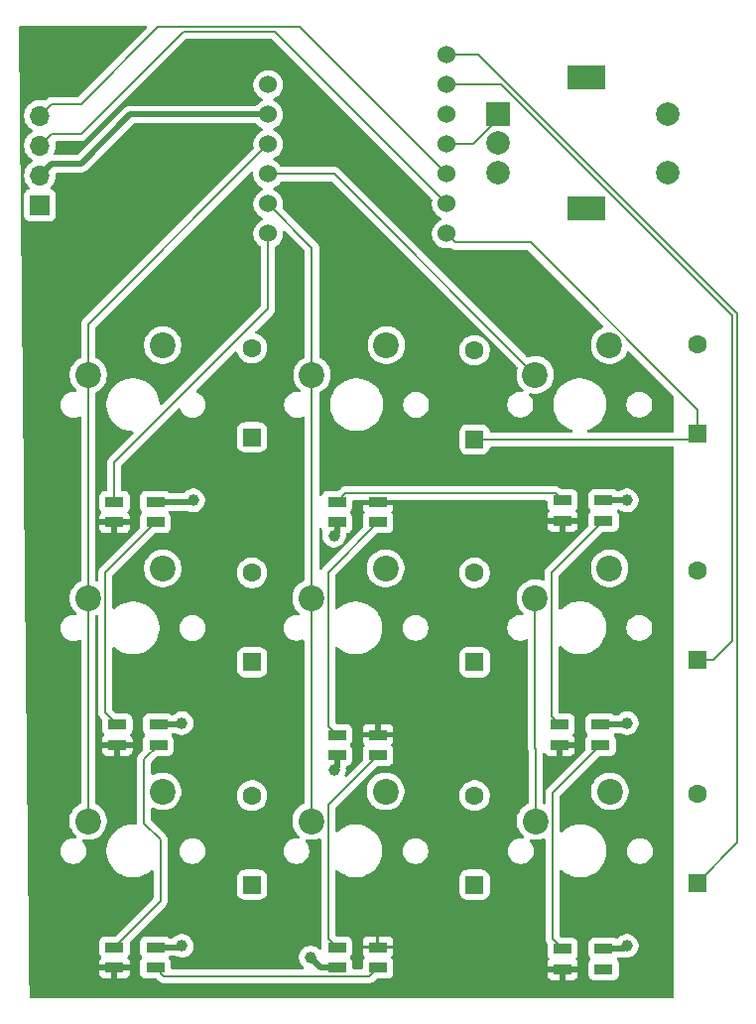
<source format=gbr>
%TF.GenerationSoftware,KiCad,Pcbnew,9.0.7*%
%TF.CreationDate,2026-02-07T01:08:28-05:00*%
%TF.ProjectId,Keypad,4b657970-6164-42e6-9b69-6361645f7063,rev?*%
%TF.SameCoordinates,Original*%
%TF.FileFunction,Copper,L1,Top*%
%TF.FilePolarity,Positive*%
%FSLAX46Y46*%
G04 Gerber Fmt 4.6, Leading zero omitted, Abs format (unit mm)*
G04 Created by KiCad (PCBNEW 9.0.7) date 2026-02-07 01:08:28*
%MOMM*%
%LPD*%
G01*
G04 APERTURE LIST*
G04 Aperture macros list*
%AMRoundRect*
0 Rectangle with rounded corners*
0 $1 Rounding radius*
0 $2 $3 $4 $5 $6 $7 $8 $9 X,Y pos of 4 corners*
0 Add a 4 corners polygon primitive as box body*
4,1,4,$2,$3,$4,$5,$6,$7,$8,$9,$2,$3,0*
0 Add four circle primitives for the rounded corners*
1,1,$1+$1,$2,$3*
1,1,$1+$1,$4,$5*
1,1,$1+$1,$6,$7*
1,1,$1+$1,$8,$9*
0 Add four rect primitives between the rounded corners*
20,1,$1+$1,$2,$3,$4,$5,0*
20,1,$1+$1,$4,$5,$6,$7,0*
20,1,$1+$1,$6,$7,$8,$9,0*
20,1,$1+$1,$8,$9,$2,$3,0*%
G04 Aperture macros list end*
%TA.AperFunction,ComponentPad*%
%ADD10C,2.200000*%
%TD*%
%TA.AperFunction,SMDPad,CuDef*%
%ADD11R,1.600000X0.850000*%
%TD*%
%TA.AperFunction,ComponentPad*%
%ADD12R,2.000000X2.000000*%
%TD*%
%TA.AperFunction,ComponentPad*%
%ADD13C,2.000000*%
%TD*%
%TA.AperFunction,ComponentPad*%
%ADD14R,3.200000X2.000000*%
%TD*%
%TA.AperFunction,ComponentPad*%
%ADD15RoundRect,0.250000X0.550000X-0.550000X0.550000X0.550000X-0.550000X0.550000X-0.550000X-0.550000X0*%
%TD*%
%TA.AperFunction,ComponentPad*%
%ADD16C,1.600000*%
%TD*%
%TA.AperFunction,ComponentPad*%
%ADD17R,1.700000X1.700000*%
%TD*%
%TA.AperFunction,ComponentPad*%
%ADD18O,1.700000X1.700000*%
%TD*%
%TA.AperFunction,ComponentPad*%
%ADD19C,1.524000*%
%TD*%
%TA.AperFunction,ViaPad*%
%ADD20C,1.000000*%
%TD*%
%TA.AperFunction,Conductor*%
%ADD21C,0.200000*%
%TD*%
%TA.AperFunction,Conductor*%
%ADD22C,0.500000*%
%TD*%
G04 APERTURE END LIST*
D10*
%TO.P,SW5,1,1*%
%TO.N,Net-(D5-A)*%
X148400000Y-96800000D03*
%TO.P,SW5,2,2*%
%TO.N,Net-(U1-GPIO2{slash}SCK)*%
X142050000Y-99340000D03*
%TD*%
D11*
%TO.P,LED9,1,DOUT*%
%TO.N,unconnected-(LED9-DOUT-Pad1)*%
X167000000Y-131000000D03*
%TO.P,LED9,2,VSS*%
%TO.N,GND*%
X167000000Y-129250000D03*
%TO.P,LED9,3,DIN*%
%TO.N,Net-(LED8-DOUT)*%
X163500000Y-129250000D03*
%TO.P,LED9,4,VDD*%
%TO.N,+5V*%
X163500000Y-131000000D03*
%TD*%
D10*
%TO.P,SW4,1,1*%
%TO.N,Net-(D4-A)*%
X148470000Y-77760000D03*
%TO.P,SW4,2,2*%
%TO.N,Net-(U1-GPIO2{slash}SCK)*%
X142120000Y-80300000D03*
%TD*%
D11*
%TO.P,LED2,1,DOUT*%
%TO.N,Net-(LED2-DOUT)*%
X129000000Y-111875000D03*
%TO.P,LED2,2,VSS*%
%TO.N,GND*%
X129000000Y-110125000D03*
%TO.P,LED2,3,DIN*%
%TO.N,Net-(LED1-DOUT)*%
X125500000Y-110125000D03*
%TO.P,LED2,4,VDD*%
%TO.N,+5V*%
X125500000Y-111875000D03*
%TD*%
D10*
%TO.P,SW3,1,1*%
%TO.N,Net-(D3-A)*%
X129370000Y-115830000D03*
%TO.P,SW3,2,2*%
%TO.N,Net-(U1-GPIO3{slash}MOSI)*%
X123020000Y-118370000D03*
%TD*%
D11*
%TO.P,LED4,1,DOUT*%
%TO.N,Net-(LED4-DOUT)*%
X144250000Y-129125000D03*
%TO.P,LED4,2,VSS*%
%TO.N,GND*%
X144250000Y-130875000D03*
%TO.P,LED4,3,DIN*%
%TO.N,Net-(LED3-DOUT)*%
X147750000Y-130875000D03*
%TO.P,LED4,4,VDD*%
%TO.N,+5V*%
X147750000Y-129125000D03*
%TD*%
%TO.P,LED6,1,DOUT*%
%TO.N,Net-(LED6-DOUT)*%
X144250000Y-91125000D03*
%TO.P,LED6,2,VSS*%
%TO.N,GND*%
X144250000Y-92875000D03*
%TO.P,LED6,3,DIN*%
%TO.N,Net-(LED5-DOUT)*%
X147750000Y-92875000D03*
%TO.P,LED6,4,VDD*%
%TO.N,+5V*%
X147750000Y-91125000D03*
%TD*%
D12*
%TO.P,SW0,A,A*%
%TO.N,Net-(U1-GPIO29{slash}ADC3{slash}A3)*%
X158000000Y-58000000D03*
D13*
%TO.P,SW0,B,B*%
%TO.N,Net-(U1-GPIO28{slash}ADC2{slash}A2)*%
X158000000Y-63000000D03*
%TO.P,SW0,C,C*%
%TO.N,GND*%
X158000000Y-60500000D03*
D14*
%TO.P,SW0,MP*%
%TO.N,N/C*%
X165500000Y-54900000D03*
X165500000Y-66100000D03*
D13*
%TO.P,SW0,S1,S1*%
%TO.N,unconnected-(SW0-PadS1)*%
X172500000Y-63000000D03*
%TO.P,SW0,S2,S2*%
%TO.N,unconnected-(SW0-PadS2)*%
X172500000Y-58000000D03*
%TD*%
D15*
%TO.P,D3,1,K*%
%TO.N,Net-(D3-K)*%
X137000000Y-123810000D03*
D16*
%TO.P,D3,2,A*%
%TO.N,Net-(D3-A)*%
X137000000Y-116190000D03*
%TD*%
D10*
%TO.P,SW1,1,1*%
%TO.N,Net-(D1-A)*%
X129380000Y-77760000D03*
%TO.P,SW1,2,2*%
%TO.N,Net-(U1-GPIO3{slash}MOSI)*%
X123030000Y-80300000D03*
%TD*%
D15*
%TO.P,D9,1,K*%
%TO.N,Net-(D3-K)*%
X175000000Y-123620000D03*
D16*
%TO.P,D9,2,A*%
%TO.N,Net-(D9-A)*%
X175000000Y-116000000D03*
%TD*%
D15*
%TO.P,D1,1,K*%
%TO.N,Net-(D1-K)*%
X137000000Y-85620000D03*
D16*
%TO.P,D1,2,A*%
%TO.N,Net-(D1-A)*%
X137000000Y-78000000D03*
%TD*%
D15*
%TO.P,D5,1,K*%
%TO.N,Net-(D2-K)*%
X156000000Y-104810000D03*
D16*
%TO.P,D5,2,A*%
%TO.N,Net-(D5-A)*%
X156000000Y-97190000D03*
%TD*%
D11*
%TO.P,LED3,1,DOUT*%
%TO.N,Net-(LED3-DOUT)*%
X128750000Y-130875000D03*
%TO.P,LED3,2,VSS*%
%TO.N,GND*%
X128750000Y-129125000D03*
%TO.P,LED3,3,DIN*%
%TO.N,Net-(LED2-DOUT)*%
X125250000Y-129125000D03*
%TO.P,LED3,4,VDD*%
%TO.N,+5V*%
X125250000Y-130875000D03*
%TD*%
D15*
%TO.P,D8,1,K*%
%TO.N,Net-(D2-K)*%
X175000000Y-104620000D03*
D16*
%TO.P,D8,2,A*%
%TO.N,Net-(D8-A)*%
X175000000Y-97000000D03*
%TD*%
D10*
%TO.P,SW9,1,1*%
%TO.N,Net-(D9-A)*%
X167550000Y-115830000D03*
%TO.P,SW9,2,2*%
%TO.N,Net-(U1-GPIO4{slash}MISO)*%
X161200000Y-118370000D03*
%TD*%
D17*
%TO.P,O1,1,Pin_1*%
%TO.N,GND*%
X118900000Y-65810000D03*
D18*
%TO.P,O1,2,Pin_2*%
%TO.N,3V3*%
X118900000Y-63270000D03*
%TO.P,O1,3,Pin_3*%
%TO.N,Net-(O1-Pin_3)*%
X118900000Y-60730000D03*
%TO.P,O1,4,Pin_4*%
%TO.N,Net-(O1-Pin_4)*%
X118900000Y-58190000D03*
%TD*%
D11*
%TO.P,LED1,1,DOUT*%
%TO.N,Net-(LED1-DOUT)*%
X128750000Y-92875000D03*
%TO.P,LED1,2,VSS*%
%TO.N,GND*%
X128750000Y-91125000D03*
%TO.P,LED1,3,DIN*%
%TO.N,Net-(LED1-DIN)*%
X125250000Y-91125000D03*
%TO.P,LED1,4,VDD*%
%TO.N,+5V*%
X125250000Y-92875000D03*
%TD*%
D10*
%TO.P,SW8,1,1*%
%TO.N,Net-(D8-A)*%
X167520000Y-96790000D03*
%TO.P,SW8,2,2*%
%TO.N,Net-(U1-GPIO4{slash}MISO)*%
X161170000Y-99330000D03*
%TD*%
D15*
%TO.P,D2,1,K*%
%TO.N,Net-(D2-K)*%
X137000000Y-104810000D03*
D16*
%TO.P,D2,2,A*%
%TO.N,Net-(D2-A)*%
X137000000Y-97190000D03*
%TD*%
D11*
%TO.P,LED8,1,DOUT*%
%TO.N,Net-(LED8-DOUT)*%
X166750000Y-111875000D03*
%TO.P,LED8,2,VSS*%
%TO.N,GND*%
X166750000Y-110125000D03*
%TO.P,LED8,3,DIN*%
%TO.N,Net-(LED7-DOUT)*%
X163250000Y-110125000D03*
%TO.P,LED8,4,VDD*%
%TO.N,+5V*%
X163250000Y-111875000D03*
%TD*%
D15*
%TO.P,D7,1,K*%
%TO.N,Net-(D1-K)*%
X175000000Y-85300000D03*
D16*
%TO.P,D7,2,A*%
%TO.N,Net-(D7-A)*%
X175000000Y-77680000D03*
%TD*%
D11*
%TO.P,LED7,1,DOUT*%
%TO.N,Net-(LED7-DOUT)*%
X167000000Y-92750000D03*
%TO.P,LED7,2,VSS*%
%TO.N,GND*%
X167000000Y-91000000D03*
%TO.P,LED7,3,DIN*%
%TO.N,Net-(LED6-DOUT)*%
X163500000Y-91000000D03*
%TO.P,LED7,4,VDD*%
%TO.N,+5V*%
X163500000Y-92750000D03*
%TD*%
D15*
%TO.P,D4,1,K*%
%TO.N,Net-(D1-K)*%
X156000000Y-85810000D03*
D16*
%TO.P,D4,2,A*%
%TO.N,Net-(D4-A)*%
X156000000Y-78190000D03*
%TD*%
D10*
%TO.P,SW7,1,1*%
%TO.N,Net-(D7-A)*%
X167520000Y-77750000D03*
%TO.P,SW7,2,2*%
%TO.N,Net-(U1-GPIO4{slash}MISO)*%
X161170000Y-80290000D03*
%TD*%
D15*
%TO.P,D6,1,K*%
%TO.N,Net-(D3-K)*%
X156000000Y-123810000D03*
D16*
%TO.P,D6,2,A*%
%TO.N,Net-(D6-A)*%
X156000000Y-116190000D03*
%TD*%
D11*
%TO.P,LED5,1,DOUT*%
%TO.N,Net-(LED5-DOUT)*%
X144250000Y-111000000D03*
%TO.P,LED5,2,VSS*%
%TO.N,GND*%
X144250000Y-112750000D03*
%TO.P,LED5,3,DIN*%
%TO.N,Net-(LED4-DOUT)*%
X147750000Y-112750000D03*
%TO.P,LED5,4,VDD*%
%TO.N,+5V*%
X147750000Y-111000000D03*
%TD*%
D10*
%TO.P,SW6,1,1*%
%TO.N,Net-(D6-A)*%
X148400000Y-115830000D03*
%TO.P,SW6,2,2*%
%TO.N,Net-(U1-GPIO2{slash}SCK)*%
X142050000Y-118370000D03*
%TD*%
%TO.P,SW2,1,1*%
%TO.N,Net-(D2-A)*%
X129380000Y-96810000D03*
%TO.P,SW2,2,2*%
%TO.N,Net-(U1-GPIO3{slash}MOSI)*%
X123030000Y-99350000D03*
%TD*%
D19*
%TO.P,U1,1,GPIO26/ADC0/A0*%
%TO.N,Net-(D3-K)*%
X153620000Y-53000000D03*
%TO.P,U1,2,GPIO27/ADC1/A1*%
%TO.N,Net-(D2-K)*%
X153620000Y-55540000D03*
%TO.P,U1,3,GPIO28/ADC2/A2*%
%TO.N,Net-(U1-GPIO28{slash}ADC2{slash}A2)*%
X153620000Y-58080000D03*
%TO.P,U1,4,GPIO29/ADC3/A3*%
%TO.N,Net-(U1-GPIO29{slash}ADC3{slash}A3)*%
X153620000Y-60620000D03*
%TO.P,U1,5,GPIO6/SDA*%
%TO.N,Net-(O1-Pin_4)*%
X153620000Y-63160000D03*
%TO.P,U1,6,GPIO7/SCL*%
%TO.N,Net-(O1-Pin_3)*%
X153620000Y-65700000D03*
%TO.P,U1,7,GPIO0/TX*%
%TO.N,Net-(D1-K)*%
X153620000Y-68240000D03*
%TO.P,U1,8,GPIO1/RX*%
%TO.N,Net-(LED1-DIN)*%
X138380000Y-68240000D03*
%TO.P,U1,9,GPIO2/SCK*%
%TO.N,Net-(U1-GPIO2{slash}SCK)*%
X138380000Y-65700000D03*
%TO.P,U1,10,GPIO4/MISO*%
%TO.N,Net-(U1-GPIO4{slash}MISO)*%
X138380000Y-63160000D03*
%TO.P,U1,11,GPIO3/MOSI*%
%TO.N,Net-(U1-GPIO3{slash}MOSI)*%
X138380000Y-60620000D03*
%TO.P,U1,12,3V3*%
%TO.N,3V3*%
X138380000Y-58080000D03*
%TO.P,U1,13,GND*%
%TO.N,GND*%
X138380000Y-55540000D03*
%TO.P,U1,14,VBUS*%
%TO.N,+5V*%
X138380000Y-53000000D03*
%TD*%
D20*
%TO.N,GND*%
X131000000Y-129000000D03*
X131000000Y-110000000D03*
X169000000Y-110000000D03*
X144000000Y-94000000D03*
X169000000Y-91000000D03*
X144000000Y-114000000D03*
X132000000Y-91000000D03*
X142000000Y-130000000D03*
X169000000Y-129000000D03*
%TD*%
D21*
%TO.N,Net-(O1-Pin_4)*%
X141061000Y-50601000D02*
X153620000Y-63160000D01*
X128989000Y-50601000D02*
X141061000Y-50601000D01*
X122400000Y-57190000D02*
X128989000Y-50601000D01*
X119900000Y-57190000D02*
X122400000Y-57190000D01*
X118900000Y-58190000D02*
X119900000Y-57190000D01*
%TO.N,Net-(O1-Pin_3)*%
X139000000Y-51080000D02*
X153620000Y-65700000D01*
X139000000Y-51002000D02*
X139000000Y-51080000D01*
X131128000Y-51002000D02*
X139000000Y-51002000D01*
X122400000Y-59730000D02*
X131128000Y-51002000D01*
X119900000Y-59730000D02*
X122400000Y-59730000D01*
X118900000Y-60730000D02*
X119900000Y-59730000D01*
D22*
%TO.N,3V3*%
X126590000Y-58080000D02*
X138380000Y-58080000D01*
X122400000Y-62270000D02*
X126590000Y-58080000D01*
X119900000Y-62270000D02*
X122400000Y-62270000D01*
X118900000Y-63270000D02*
X119900000Y-62270000D01*
%TO.N,GND*%
X130875000Y-129125000D02*
X131000000Y-129000000D01*
X167000000Y-91000000D02*
X169000000Y-91000000D01*
X129000000Y-110125000D02*
X130875000Y-110125000D01*
X144250000Y-92875000D02*
X144250000Y-93750000D01*
X168750000Y-129250000D02*
X169000000Y-129000000D01*
X144250000Y-130875000D02*
X142875000Y-130875000D01*
X166750000Y-110125000D02*
X168875000Y-110125000D01*
X128750000Y-129125000D02*
X130875000Y-129125000D01*
X144250000Y-93750000D02*
X144000000Y-94000000D01*
X144250000Y-113750000D02*
X144000000Y-114000000D01*
X168875000Y-110125000D02*
X169000000Y-110000000D01*
X128750000Y-91125000D02*
X131875000Y-91125000D01*
X144250000Y-112750000D02*
X144250000Y-113750000D01*
X142875000Y-130875000D02*
X142000000Y-130000000D01*
X167000000Y-129250000D02*
X168750000Y-129250000D01*
X131875000Y-91125000D02*
X132000000Y-91000000D01*
X130875000Y-110125000D02*
X131000000Y-110000000D01*
D21*
%TO.N,Net-(D1-K)*%
X174490000Y-85810000D02*
X175000000Y-85300000D01*
X160753313Y-69001999D02*
X154381999Y-69001999D01*
X154381999Y-69001999D02*
X153620000Y-68240000D01*
X156000000Y-85810000D02*
X174490000Y-85810000D01*
X175000000Y-83248686D02*
X160753313Y-69001999D01*
X175000000Y-85300000D02*
X175000000Y-83248686D01*
%TO.N,Net-(LED1-DIN)*%
X125250000Y-87754816D02*
X125250000Y-91125000D01*
X138380000Y-74624816D02*
X125250000Y-87754816D01*
X138380000Y-68240000D02*
X138380000Y-74624816D01*
%TO.N,Net-(LED1-DOUT)*%
X125500000Y-110125000D02*
X124489000Y-109114000D01*
X124489000Y-97136000D02*
X128750000Y-92875000D01*
X124489000Y-109114000D02*
X124489000Y-97136000D01*
%TO.N,Net-(LED5-DOUT)*%
X144250000Y-111000000D02*
X143509000Y-110259000D01*
X143509000Y-97116000D02*
X147750000Y-92875000D01*
X143509000Y-110259000D02*
X143509000Y-97116000D01*
%TO.N,Net-(LED6-DOUT)*%
X162899000Y-90399000D02*
X163500000Y-91000000D01*
X144250000Y-91125000D02*
X144976000Y-90399000D01*
X144976000Y-90399000D02*
X162899000Y-90399000D01*
%TO.N,Net-(LED7-DOUT)*%
X162571000Y-97179000D02*
X162571000Y-109446000D01*
X162571000Y-109446000D02*
X163250000Y-110125000D01*
X167000000Y-92750000D02*
X162571000Y-97179000D01*
%TO.N,Net-(LED2-DOUT)*%
X129000000Y-111875000D02*
X127803816Y-113071184D01*
X129181000Y-119936184D02*
X129181000Y-125194000D01*
X127803816Y-113071184D02*
X127803816Y-118559000D01*
X129181000Y-125194000D02*
X125250000Y-129125000D01*
X127803816Y-118559000D02*
X129181000Y-119936184D01*
%TO.N,Net-(LED3-DOUT)*%
X128750000Y-130875000D02*
X129476000Y-131601000D01*
X147024000Y-131601000D02*
X147750000Y-130875000D01*
X129476000Y-131601000D02*
X147024000Y-131601000D01*
%TO.N,Net-(LED4-DOUT)*%
X143509000Y-128384000D02*
X143509000Y-116991000D01*
X144250000Y-129125000D02*
X143509000Y-128384000D01*
X143509000Y-116991000D02*
X147750000Y-112750000D01*
%TO.N,Net-(LED8-DOUT)*%
X162659000Y-115966000D02*
X162659000Y-128409000D01*
X166750000Y-111875000D02*
X162659000Y-115966000D01*
X162659000Y-128409000D02*
X163500000Y-129250000D01*
%TO.N,Net-(D2-K)*%
X176380000Y-104620000D02*
X175000000Y-104620000D01*
X178000000Y-103000000D02*
X176380000Y-104620000D01*
X153620000Y-55540000D02*
X158276200Y-55540000D01*
X178000000Y-75263800D02*
X178000000Y-103000000D01*
X158276200Y-55540000D02*
X178000000Y-75263800D01*
%TO.N,Net-(U1-GPIO3{slash}MOSI)*%
X123030000Y-118360000D02*
X123020000Y-118370000D01*
X123030000Y-75970000D02*
X123030000Y-80300000D01*
X138380000Y-60620000D02*
X123030000Y-75970000D01*
X123030000Y-80300000D02*
X123030000Y-99350000D01*
X123030000Y-99350000D02*
X123030000Y-118360000D01*
%TO.N,Net-(D3-K)*%
X178401000Y-75097700D02*
X178401000Y-120219000D01*
X178401000Y-120219000D02*
X175000000Y-123620000D01*
X156303300Y-53000000D02*
X178401000Y-75097700D01*
X153620000Y-53000000D02*
X156303300Y-53000000D01*
%TO.N,Net-(U1-GPIO2{slash}SCK)*%
X142120000Y-69440000D02*
X142120000Y-80300000D01*
X142050000Y-99340000D02*
X142050000Y-118370000D01*
X142120000Y-99270000D02*
X142050000Y-99340000D01*
X138380000Y-65700000D02*
X142120000Y-69440000D01*
X142120000Y-80300000D02*
X142120000Y-99270000D01*
%TO.N,Net-(U1-GPIO4{slash}MISO)*%
X161200000Y-112200000D02*
X161200000Y-118370000D01*
X138380000Y-63160000D02*
X144040000Y-63160000D01*
X161170000Y-112170000D02*
X161200000Y-112200000D01*
X144040000Y-63160000D02*
X161170000Y-80290000D01*
X161170000Y-99330000D02*
X161170000Y-112170000D01*
%TO.N,Net-(U1-GPIO29{slash}ADC3{slash}A3)*%
X158000000Y-58500000D02*
X155880000Y-60620000D01*
X155880000Y-60620000D02*
X153620000Y-60620000D01*
X158000000Y-58000000D02*
X158000000Y-58500000D01*
%TD*%
%TA.AperFunction,Conductor*%
%TO.N,+5V*%
G36*
X128007942Y-50520185D02*
G01*
X128053697Y-50572989D01*
X128063641Y-50642147D01*
X128034616Y-50705703D01*
X128028584Y-50712181D01*
X122187584Y-56553181D01*
X122126261Y-56586666D01*
X122099903Y-56589500D01*
X119986670Y-56589500D01*
X119986654Y-56589499D01*
X119979058Y-56589499D01*
X119820943Y-56589499D01*
X119746554Y-56609432D01*
X119668214Y-56630423D01*
X119668209Y-56630426D01*
X119531290Y-56709475D01*
X119531286Y-56709478D01*
X119384522Y-56856242D01*
X119323199Y-56889726D01*
X119258523Y-56886491D01*
X119216245Y-56872754D01*
X119076272Y-56850584D01*
X119006287Y-56839500D01*
X118793713Y-56839500D01*
X118745042Y-56847208D01*
X118583760Y-56872753D01*
X118381585Y-56938444D01*
X118192179Y-57034951D01*
X118020213Y-57159890D01*
X117869890Y-57310213D01*
X117744951Y-57482179D01*
X117648444Y-57671585D01*
X117582753Y-57873760D01*
X117565825Y-57980639D01*
X117549500Y-58083713D01*
X117549500Y-58296287D01*
X117582754Y-58506243D01*
X117605418Y-58575996D01*
X117648444Y-58708414D01*
X117744951Y-58897820D01*
X117869890Y-59069786D01*
X118020213Y-59220109D01*
X118192182Y-59345050D01*
X118200946Y-59349516D01*
X118251742Y-59397491D01*
X118268536Y-59465312D01*
X118245998Y-59531447D01*
X118200946Y-59570484D01*
X118192182Y-59574949D01*
X118020213Y-59699890D01*
X117869890Y-59850213D01*
X117744951Y-60022179D01*
X117648444Y-60211585D01*
X117582753Y-60413760D01*
X117549500Y-60623713D01*
X117549500Y-60836286D01*
X117573642Y-60988716D01*
X117582754Y-61046243D01*
X117643382Y-61232837D01*
X117648444Y-61248414D01*
X117744951Y-61437820D01*
X117869890Y-61609786D01*
X118020213Y-61760109D01*
X118192182Y-61885050D01*
X118200946Y-61889516D01*
X118251742Y-61937491D01*
X118268536Y-62005312D01*
X118245998Y-62071447D01*
X118200946Y-62110484D01*
X118192182Y-62114949D01*
X118020213Y-62239890D01*
X117869890Y-62390213D01*
X117744951Y-62562179D01*
X117648444Y-62751585D01*
X117582753Y-62953760D01*
X117568911Y-63041155D01*
X117549500Y-63163713D01*
X117549500Y-63376287D01*
X117582754Y-63586243D01*
X117643382Y-63772837D01*
X117648444Y-63788414D01*
X117744951Y-63977820D01*
X117869890Y-64149786D01*
X117983430Y-64263326D01*
X118016915Y-64324649D01*
X118011931Y-64394341D01*
X117970059Y-64450274D01*
X117939083Y-64467189D01*
X117807669Y-64516203D01*
X117807664Y-64516206D01*
X117692455Y-64602452D01*
X117692452Y-64602455D01*
X117606206Y-64717664D01*
X117606202Y-64717671D01*
X117555908Y-64852517D01*
X117549501Y-64912116D01*
X117549501Y-64912123D01*
X117549500Y-64912135D01*
X117549500Y-66707870D01*
X117549501Y-66707876D01*
X117555908Y-66767483D01*
X117606202Y-66902328D01*
X117606206Y-66902335D01*
X117692452Y-67017544D01*
X117692455Y-67017547D01*
X117807664Y-67103793D01*
X117807671Y-67103797D01*
X117942517Y-67154091D01*
X117942516Y-67154091D01*
X117949444Y-67154835D01*
X118002127Y-67160500D01*
X119797872Y-67160499D01*
X119857483Y-67154091D01*
X119992331Y-67103796D01*
X120107546Y-67017546D01*
X120193796Y-66902331D01*
X120244091Y-66767483D01*
X120250500Y-66707873D01*
X120250499Y-64912128D01*
X120244091Y-64852517D01*
X120203039Y-64742452D01*
X120193797Y-64717671D01*
X120193793Y-64717664D01*
X120107547Y-64602455D01*
X120107544Y-64602452D01*
X119992335Y-64516206D01*
X119992328Y-64516202D01*
X119860917Y-64467189D01*
X119804983Y-64425318D01*
X119780566Y-64359853D01*
X119795418Y-64291580D01*
X119816563Y-64263332D01*
X119930104Y-64149792D01*
X119933937Y-64144517D01*
X120055048Y-63977820D01*
X120055047Y-63977820D01*
X120055051Y-63977816D01*
X120151557Y-63788412D01*
X120217246Y-63586243D01*
X120250500Y-63376287D01*
X120250500Y-63163713D01*
X120250500Y-63163712D01*
X120250118Y-63158862D01*
X120251191Y-63158777D01*
X120259482Y-63094608D01*
X120304476Y-63041155D01*
X120371227Y-63020513D01*
X120373002Y-63020500D01*
X122473920Y-63020500D01*
X122571462Y-63001096D01*
X122618913Y-62991658D01*
X122755495Y-62935084D01*
X122804729Y-62902186D01*
X122878416Y-62852952D01*
X126864549Y-58866819D01*
X126925872Y-58833334D01*
X126952230Y-58830500D01*
X137301553Y-58830500D01*
X137368592Y-58850185D01*
X137401869Y-58881612D01*
X137417019Y-58902464D01*
X137557536Y-59042981D01*
X137718306Y-59159787D01*
X137836684Y-59220104D01*
X137874780Y-59239515D01*
X137925576Y-59287490D01*
X137942371Y-59355311D01*
X137919833Y-59421446D01*
X137874780Y-59460485D01*
X137718305Y-59540213D01*
X137557533Y-59657021D01*
X137417021Y-59797533D01*
X137300213Y-59958305D01*
X137209994Y-60135367D01*
X137209993Y-60135370D01*
X137148587Y-60324362D01*
X137117500Y-60520639D01*
X137117500Y-60719360D01*
X137148586Y-60915636D01*
X137149131Y-60917903D01*
X137149086Y-60918790D01*
X137149349Y-60920448D01*
X137149000Y-60920503D01*
X137145638Y-60987685D01*
X137116237Y-61034526D01*
X122661286Y-75489478D01*
X122549481Y-75601282D01*
X122549479Y-75601284D01*
X122526757Y-75640641D01*
X122517153Y-75657277D01*
X122470423Y-75738215D01*
X122429499Y-75890943D01*
X122429499Y-75890945D01*
X122429499Y-76059046D01*
X122429500Y-76059059D01*
X122429500Y-78733699D01*
X122409815Y-78800738D01*
X122361795Y-78844184D01*
X122191151Y-78931132D01*
X121987350Y-79079201D01*
X121987345Y-79079205D01*
X121809205Y-79257345D01*
X121809201Y-79257350D01*
X121661132Y-79461151D01*
X121546760Y-79685616D01*
X121468910Y-79925214D01*
X121429500Y-80174038D01*
X121429500Y-80425961D01*
X121468910Y-80674785D01*
X121546760Y-80914383D01*
X121572430Y-80964762D01*
X121656036Y-81128848D01*
X121661132Y-81138848D01*
X121809201Y-81342649D01*
X121809205Y-81342654D01*
X121809207Y-81342656D01*
X121987344Y-81520793D01*
X121987345Y-81520794D01*
X121987344Y-81520794D01*
X121993661Y-81525383D01*
X122036327Y-81580714D01*
X122042305Y-81650327D01*
X122009699Y-81712122D01*
X121948860Y-81746479D01*
X121901378Y-81748174D01*
X121846611Y-81739500D01*
X121673389Y-81739500D01*
X121633728Y-81745781D01*
X121502302Y-81766597D01*
X121337552Y-81820128D01*
X121183211Y-81898768D01*
X121103256Y-81956859D01*
X121043072Y-82000586D01*
X121043070Y-82000588D01*
X121043069Y-82000588D01*
X120920588Y-82123069D01*
X120920588Y-82123070D01*
X120920586Y-82123072D01*
X120901543Y-82149283D01*
X120818768Y-82263211D01*
X120740128Y-82417552D01*
X120686597Y-82582302D01*
X120659500Y-82753389D01*
X120659500Y-82926610D01*
X120685013Y-83087697D01*
X120686598Y-83097701D01*
X120740127Y-83262445D01*
X120818768Y-83416788D01*
X120920586Y-83556928D01*
X121043072Y-83679414D01*
X121183212Y-83781232D01*
X121337555Y-83859873D01*
X121502299Y-83913402D01*
X121673389Y-83940500D01*
X121673390Y-83940500D01*
X121846610Y-83940500D01*
X121846611Y-83940500D01*
X122017701Y-83913402D01*
X122182445Y-83859873D01*
X122249206Y-83825856D01*
X122317874Y-83812961D01*
X122382615Y-83839237D01*
X122422872Y-83896344D01*
X122429500Y-83936342D01*
X122429500Y-97783699D01*
X122409815Y-97850738D01*
X122361795Y-97894184D01*
X122191151Y-97981132D01*
X121987350Y-98129201D01*
X121987345Y-98129205D01*
X121809205Y-98307345D01*
X121809201Y-98307350D01*
X121661132Y-98511151D01*
X121546760Y-98735616D01*
X121472159Y-98965215D01*
X121468910Y-98975215D01*
X121429500Y-99224038D01*
X121429500Y-99475962D01*
X121459917Y-99668006D01*
X121468910Y-99724785D01*
X121546760Y-99964383D01*
X121572430Y-100014762D01*
X121656036Y-100178848D01*
X121661132Y-100188848D01*
X121809201Y-100392649D01*
X121809205Y-100392654D01*
X121809207Y-100392656D01*
X121987344Y-100570793D01*
X121987345Y-100570794D01*
X121987344Y-100570794D01*
X121993661Y-100575383D01*
X122036327Y-100630714D01*
X122042305Y-100700327D01*
X122009699Y-100762122D01*
X121948860Y-100796479D01*
X121901378Y-100798174D01*
X121846611Y-100789500D01*
X121673389Y-100789500D01*
X121633728Y-100795781D01*
X121502302Y-100816597D01*
X121337552Y-100870128D01*
X121183211Y-100948768D01*
X121118028Y-100996127D01*
X121043072Y-101050586D01*
X121043070Y-101050588D01*
X121043069Y-101050588D01*
X120920588Y-101173069D01*
X120920588Y-101173070D01*
X120920586Y-101173072D01*
X120876859Y-101233256D01*
X120818768Y-101313211D01*
X120740128Y-101467552D01*
X120686597Y-101632302D01*
X120659500Y-101803389D01*
X120659500Y-101976610D01*
X120685013Y-102137697D01*
X120686598Y-102147701D01*
X120740127Y-102312445D01*
X120818768Y-102466788D01*
X120920586Y-102606928D01*
X121043072Y-102729414D01*
X121183212Y-102831232D01*
X121337555Y-102909873D01*
X121502299Y-102963402D01*
X121673389Y-102990500D01*
X121673390Y-102990500D01*
X121846610Y-102990500D01*
X121846611Y-102990500D01*
X122017701Y-102963402D01*
X122182445Y-102909873D01*
X122249206Y-102875856D01*
X122317874Y-102862961D01*
X122382615Y-102889237D01*
X122422872Y-102946344D01*
X122429500Y-102986342D01*
X122429500Y-116798604D01*
X122409815Y-116865643D01*
X122361795Y-116909089D01*
X122181151Y-117001132D01*
X121977350Y-117149201D01*
X121977345Y-117149205D01*
X121799205Y-117327345D01*
X121799201Y-117327350D01*
X121651132Y-117531151D01*
X121536760Y-117755616D01*
X121458910Y-117995214D01*
X121419500Y-118244038D01*
X121419500Y-118495961D01*
X121458910Y-118744785D01*
X121536760Y-118984383D01*
X121562430Y-119034762D01*
X121635642Y-119178449D01*
X121651132Y-119208848D01*
X121799201Y-119412649D01*
X121799205Y-119412654D01*
X121799207Y-119412656D01*
X121977344Y-119590793D01*
X121977345Y-119590794D01*
X121977344Y-119590794D01*
X121983661Y-119595383D01*
X122026327Y-119650714D01*
X122032305Y-119720327D01*
X121999699Y-119782122D01*
X121938860Y-119816479D01*
X121891378Y-119818174D01*
X121836611Y-119809500D01*
X121663389Y-119809500D01*
X121631192Y-119814599D01*
X121492301Y-119836597D01*
X121492302Y-119836597D01*
X121327552Y-119890128D01*
X121173211Y-119968768D01*
X121116289Y-120010125D01*
X121033072Y-120070586D01*
X121033070Y-120070588D01*
X121033069Y-120070588D01*
X120910588Y-120193069D01*
X120910588Y-120193070D01*
X120910586Y-120193072D01*
X120866859Y-120253256D01*
X120808768Y-120333211D01*
X120730128Y-120487552D01*
X120676597Y-120652302D01*
X120659146Y-120762486D01*
X120649500Y-120823389D01*
X120649500Y-120996611D01*
X120676598Y-121167701D01*
X120730127Y-121332445D01*
X120808768Y-121486788D01*
X120910586Y-121626928D01*
X121033072Y-121749414D01*
X121173212Y-121851232D01*
X121327555Y-121929873D01*
X121492299Y-121983402D01*
X121663389Y-122010500D01*
X121663390Y-122010500D01*
X121836610Y-122010500D01*
X121836611Y-122010500D01*
X122007701Y-121983402D01*
X122172445Y-121929873D01*
X122326788Y-121851232D01*
X122466928Y-121749414D01*
X122589414Y-121626928D01*
X122691232Y-121486788D01*
X122769873Y-121332445D01*
X122823402Y-121167701D01*
X122850500Y-120996611D01*
X122850500Y-120823389D01*
X122823402Y-120652299D01*
X122769873Y-120487555D01*
X122691232Y-120333212D01*
X122589414Y-120193072D01*
X122537482Y-120141140D01*
X122503997Y-120079817D01*
X122508981Y-120010125D01*
X122550853Y-119954192D01*
X122616317Y-119929775D01*
X122644561Y-119930986D01*
X122645212Y-119931089D01*
X122645215Y-119931090D01*
X122894038Y-119970500D01*
X122894039Y-119970500D01*
X123145961Y-119970500D01*
X123145962Y-119970500D01*
X123394785Y-119931090D01*
X123634379Y-119853241D01*
X123858845Y-119738870D01*
X124062656Y-119590793D01*
X124240793Y-119412656D01*
X124388870Y-119208845D01*
X124503241Y-118984379D01*
X124581090Y-118744785D01*
X124620500Y-118495962D01*
X124620500Y-118244038D01*
X124581090Y-117995215D01*
X124503241Y-117755621D01*
X124503239Y-117755618D01*
X124503239Y-117755616D01*
X124461747Y-117674184D01*
X124388870Y-117531155D01*
X124369952Y-117505117D01*
X124240798Y-117327350D01*
X124240794Y-117327345D01*
X124062654Y-117149205D01*
X124062649Y-117149201D01*
X123858848Y-117001132D01*
X123858847Y-117001131D01*
X123858845Y-117001130D01*
X123804873Y-116973630D01*
X123698205Y-116919279D01*
X123647409Y-116871304D01*
X123630500Y-116808794D01*
X123630500Y-112347844D01*
X124200000Y-112347844D01*
X124206401Y-112407372D01*
X124206403Y-112407379D01*
X124256645Y-112542086D01*
X124256649Y-112542093D01*
X124342809Y-112657187D01*
X124342812Y-112657190D01*
X124457906Y-112743350D01*
X124457913Y-112743354D01*
X124592620Y-112793596D01*
X124592627Y-112793598D01*
X124652155Y-112799999D01*
X124652172Y-112800000D01*
X125250000Y-112800000D01*
X125750000Y-112800000D01*
X126347828Y-112800000D01*
X126347844Y-112799999D01*
X126407372Y-112793598D01*
X126407379Y-112793596D01*
X126542086Y-112743354D01*
X126542093Y-112743350D01*
X126657187Y-112657190D01*
X126657190Y-112657187D01*
X126743350Y-112542093D01*
X126743354Y-112542086D01*
X126793596Y-112407379D01*
X126793598Y-112407372D01*
X126799999Y-112347844D01*
X126800000Y-112347827D01*
X126800000Y-112125000D01*
X125750000Y-112125000D01*
X125750000Y-112800000D01*
X125250000Y-112800000D01*
X125250000Y-112125000D01*
X124200000Y-112125000D01*
X124200000Y-112347844D01*
X123630500Y-112347844D01*
X123630500Y-100916300D01*
X123634786Y-100901701D01*
X123634134Y-100886500D01*
X123644430Y-100868857D01*
X123650185Y-100849261D01*
X123662226Y-100838365D01*
X123669353Y-100826156D01*
X123698199Y-100805819D01*
X123708199Y-100800723D01*
X123776867Y-100787822D01*
X123841609Y-100814095D01*
X123881869Y-100871199D01*
X123888500Y-100911204D01*
X123888500Y-109027330D01*
X123888499Y-109027348D01*
X123888499Y-109193054D01*
X123888498Y-109193054D01*
X123896485Y-109222860D01*
X123929423Y-109345785D01*
X123929424Y-109345787D01*
X123929423Y-109345787D01*
X123938911Y-109362219D01*
X123938912Y-109362220D01*
X124008477Y-109482712D01*
X124008481Y-109482717D01*
X124127349Y-109601585D01*
X124127355Y-109601590D01*
X124163181Y-109637416D01*
X124196666Y-109698739D01*
X124199500Y-109725097D01*
X124199500Y-110597870D01*
X124199501Y-110597876D01*
X124205908Y-110657483D01*
X124256202Y-110792328D01*
X124256206Y-110792335D01*
X124342452Y-110907544D01*
X124347584Y-110912676D01*
X124381069Y-110973999D01*
X124376085Y-111043691D01*
X124347584Y-111088038D01*
X124342809Y-111092812D01*
X124256649Y-111207906D01*
X124256645Y-111207913D01*
X124206403Y-111342620D01*
X124206401Y-111342627D01*
X124200000Y-111402155D01*
X124200000Y-111625000D01*
X126800000Y-111625000D01*
X126800000Y-111402172D01*
X126799999Y-111402155D01*
X126793598Y-111342627D01*
X126793596Y-111342620D01*
X126743354Y-111207913D01*
X126743350Y-111207906D01*
X126657190Y-111092812D01*
X126652416Y-111088038D01*
X126618931Y-111026715D01*
X126623915Y-110957023D01*
X126652416Y-110912676D01*
X126657542Y-110907548D01*
X126657546Y-110907546D01*
X126743796Y-110792331D01*
X126794091Y-110657483D01*
X126800500Y-110597873D01*
X126800499Y-109652128D01*
X126795066Y-109601585D01*
X126794091Y-109592516D01*
X126743797Y-109457671D01*
X126743793Y-109457664D01*
X126657547Y-109342455D01*
X126657544Y-109342452D01*
X126542335Y-109256206D01*
X126542328Y-109256202D01*
X126407482Y-109205908D01*
X126407483Y-109205908D01*
X126347883Y-109199501D01*
X126347881Y-109199500D01*
X126347873Y-109199500D01*
X126347865Y-109199500D01*
X125475097Y-109199500D01*
X125408058Y-109179815D01*
X125387416Y-109163181D01*
X125125819Y-108901584D01*
X125092334Y-108840261D01*
X125089500Y-108813903D01*
X125089500Y-104209983D01*
X135699500Y-104209983D01*
X135699500Y-105410001D01*
X135699501Y-105410018D01*
X135710000Y-105512796D01*
X135710001Y-105512799D01*
X135765185Y-105679331D01*
X135765186Y-105679334D01*
X135857288Y-105828656D01*
X135981344Y-105952712D01*
X136130666Y-106044814D01*
X136297203Y-106099999D01*
X136399991Y-106110500D01*
X137600008Y-106110499D01*
X137702797Y-106099999D01*
X137869334Y-106044814D01*
X138018656Y-105952712D01*
X138142712Y-105828656D01*
X138234814Y-105679334D01*
X138289999Y-105512797D01*
X138300500Y-105410009D01*
X138300499Y-104209992D01*
X138289999Y-104107203D01*
X138234814Y-103940666D01*
X138142712Y-103791344D01*
X138018656Y-103667288D01*
X137886294Y-103585647D01*
X137869336Y-103575187D01*
X137869331Y-103575185D01*
X137840529Y-103565641D01*
X137702797Y-103520001D01*
X137702795Y-103520000D01*
X137600010Y-103509500D01*
X136399998Y-103509500D01*
X136399981Y-103509501D01*
X136297203Y-103520000D01*
X136297200Y-103520001D01*
X136130668Y-103575185D01*
X136130663Y-103575187D01*
X135981342Y-103667289D01*
X135857289Y-103791342D01*
X135765187Y-103940663D01*
X135765186Y-103940666D01*
X135710001Y-104107203D01*
X135710001Y-104107204D01*
X135710000Y-104107204D01*
X135699500Y-104209983D01*
X125089500Y-104209983D01*
X125089500Y-103621551D01*
X125109185Y-103554512D01*
X125161989Y-103508757D01*
X125231147Y-103498813D01*
X125294703Y-103527838D01*
X125301181Y-103533870D01*
X125352952Y-103585641D01*
X125352959Y-103585647D01*
X125587006Y-103765238D01*
X125842489Y-103912741D01*
X125842490Y-103912741D01*
X125842493Y-103912743D01*
X126115048Y-104025639D01*
X126400007Y-104101993D01*
X126692494Y-104140500D01*
X126692501Y-104140500D01*
X126987499Y-104140500D01*
X126987506Y-104140500D01*
X127279993Y-104101993D01*
X127564952Y-104025639D01*
X127837507Y-103912743D01*
X128092994Y-103765238D01*
X128327042Y-103585646D01*
X128535646Y-103377042D01*
X128715238Y-103142994D01*
X128862743Y-102887507D01*
X128975639Y-102614952D01*
X129051993Y-102329993D01*
X129090500Y-102037506D01*
X129090500Y-101803389D01*
X130819500Y-101803389D01*
X130819500Y-101976610D01*
X130845013Y-102137697D01*
X130846598Y-102147701D01*
X130900127Y-102312445D01*
X130978768Y-102466788D01*
X131080586Y-102606928D01*
X131203072Y-102729414D01*
X131343212Y-102831232D01*
X131497555Y-102909873D01*
X131662299Y-102963402D01*
X131833389Y-102990500D01*
X131833390Y-102990500D01*
X132006610Y-102990500D01*
X132006611Y-102990500D01*
X132177701Y-102963402D01*
X132342445Y-102909873D01*
X132496788Y-102831232D01*
X132636928Y-102729414D01*
X132759414Y-102606928D01*
X132861232Y-102466788D01*
X132939873Y-102312445D01*
X132993402Y-102147701D01*
X133020500Y-101976611D01*
X133020500Y-101803389D01*
X132993402Y-101632299D01*
X132939873Y-101467555D01*
X132861232Y-101313212D01*
X132759414Y-101173072D01*
X132636928Y-101050586D01*
X132496788Y-100948768D01*
X132342445Y-100870127D01*
X132177701Y-100816598D01*
X132177699Y-100816597D01*
X132177698Y-100816597D01*
X132046271Y-100795781D01*
X132006611Y-100789500D01*
X131833389Y-100789500D01*
X131793728Y-100795781D01*
X131662302Y-100816597D01*
X131497552Y-100870128D01*
X131343211Y-100948768D01*
X131278028Y-100996127D01*
X131203072Y-101050586D01*
X131203070Y-101050588D01*
X131203069Y-101050588D01*
X131080588Y-101173069D01*
X131080588Y-101173070D01*
X131080586Y-101173072D01*
X131036859Y-101233256D01*
X130978768Y-101313211D01*
X130900128Y-101467552D01*
X130846597Y-101632302D01*
X130819500Y-101803389D01*
X129090500Y-101803389D01*
X129090500Y-101742494D01*
X129051993Y-101450007D01*
X128975639Y-101165048D01*
X128862743Y-100892493D01*
X128856967Y-100882489D01*
X128715238Y-100637006D01*
X128535647Y-100402959D01*
X128535641Y-100402952D01*
X128327047Y-100194358D01*
X128327040Y-100194352D01*
X128092993Y-100014761D01*
X127837510Y-99867258D01*
X127837500Y-99867254D01*
X127564961Y-99754364D01*
X127564954Y-99754362D01*
X127564952Y-99754361D01*
X127279993Y-99678007D01*
X127231113Y-99671571D01*
X126987513Y-99639500D01*
X126987506Y-99639500D01*
X126692494Y-99639500D01*
X126692486Y-99639500D01*
X126414085Y-99676153D01*
X126400007Y-99678007D01*
X126152369Y-99744361D01*
X126115048Y-99754361D01*
X126115038Y-99754364D01*
X125842499Y-99867254D01*
X125842489Y-99867258D01*
X125587006Y-100014761D01*
X125352959Y-100194352D01*
X125352952Y-100194358D01*
X125301181Y-100246130D01*
X125239858Y-100279615D01*
X125170166Y-100274631D01*
X125114233Y-100232759D01*
X125089816Y-100167295D01*
X125089500Y-100158449D01*
X125089500Y-97436096D01*
X125109185Y-97369057D01*
X125125814Y-97348420D01*
X125790196Y-96684038D01*
X127779500Y-96684038D01*
X127779500Y-96935961D01*
X127818910Y-97184785D01*
X127896760Y-97424383D01*
X127975413Y-97578747D01*
X128006036Y-97638848D01*
X128011132Y-97648848D01*
X128159201Y-97852649D01*
X128159205Y-97852654D01*
X128337345Y-98030794D01*
X128337350Y-98030798D01*
X128513623Y-98158867D01*
X128541155Y-98178870D01*
X128684184Y-98251747D01*
X128765616Y-98293239D01*
X128765618Y-98293239D01*
X128765621Y-98293241D01*
X129005215Y-98371090D01*
X129254038Y-98410500D01*
X129254039Y-98410500D01*
X129505961Y-98410500D01*
X129505962Y-98410500D01*
X129754785Y-98371090D01*
X129994379Y-98293241D01*
X130218845Y-98178870D01*
X130422656Y-98030793D01*
X130600793Y-97852656D01*
X130748870Y-97648845D01*
X130863241Y-97424379D01*
X130941090Y-97184785D01*
X130956475Y-97087648D01*
X135699500Y-97087648D01*
X135699500Y-97292351D01*
X135731522Y-97494534D01*
X135794781Y-97689223D01*
X135846863Y-97791438D01*
X135885241Y-97866759D01*
X135887715Y-97871613D01*
X136008028Y-98037213D01*
X136152786Y-98181971D01*
X136297824Y-98287345D01*
X136318390Y-98302287D01*
X136414171Y-98351090D01*
X136500776Y-98395218D01*
X136500778Y-98395218D01*
X136500781Y-98395220D01*
X136605137Y-98429127D01*
X136695465Y-98458477D01*
X136796557Y-98474488D01*
X136897648Y-98490500D01*
X136897649Y-98490500D01*
X137102351Y-98490500D01*
X137102352Y-98490500D01*
X137304534Y-98458477D01*
X137499219Y-98395220D01*
X137681610Y-98302287D01*
X137774590Y-98234732D01*
X137847213Y-98181971D01*
X137847215Y-98181968D01*
X137847219Y-98181966D01*
X137991966Y-98037219D01*
X137991968Y-98037215D01*
X137991971Y-98037213D01*
X138047247Y-97961130D01*
X138112287Y-97871610D01*
X138205220Y-97689219D01*
X138268477Y-97494534D01*
X138300500Y-97292352D01*
X138300500Y-97087648D01*
X138276475Y-96935961D01*
X138268477Y-96885465D01*
X138223578Y-96747282D01*
X138205220Y-96690781D01*
X138205218Y-96690778D01*
X138205218Y-96690776D01*
X138171503Y-96624607D01*
X138112287Y-96508390D01*
X138059123Y-96435215D01*
X137991971Y-96342786D01*
X137847213Y-96198028D01*
X137681613Y-96077715D01*
X137681612Y-96077714D01*
X137681610Y-96077713D01*
X137624653Y-96048691D01*
X137499223Y-95984781D01*
X137304534Y-95921522D01*
X137129995Y-95893878D01*
X137102352Y-95889500D01*
X136897648Y-95889500D01*
X136873329Y-95893351D01*
X136695465Y-95921522D01*
X136500776Y-95984781D01*
X136318386Y-96077715D01*
X136152786Y-96198028D01*
X136008028Y-96342786D01*
X135887715Y-96508386D01*
X135794781Y-96690776D01*
X135731522Y-96885465D01*
X135699500Y-97087648D01*
X130956475Y-97087648D01*
X130980500Y-96935962D01*
X130980500Y-96684038D01*
X130941090Y-96435215D01*
X130863241Y-96195621D01*
X130863239Y-96195618D01*
X130863239Y-96195616D01*
X130803164Y-96077713D01*
X130748870Y-95971155D01*
X130712810Y-95921522D01*
X130600798Y-95767350D01*
X130600794Y-95767345D01*
X130422654Y-95589205D01*
X130422649Y-95589201D01*
X130218848Y-95441132D01*
X130218847Y-95441131D01*
X130218845Y-95441130D01*
X130148747Y-95405413D01*
X129994383Y-95326760D01*
X129754785Y-95248910D01*
X129691648Y-95238910D01*
X129505962Y-95209500D01*
X129254038Y-95209500D01*
X129131489Y-95228910D01*
X129005214Y-95248910D01*
X128765616Y-95326760D01*
X128541151Y-95441132D01*
X128337350Y-95589201D01*
X128337345Y-95589205D01*
X128159205Y-95767345D01*
X128159201Y-95767350D01*
X128011132Y-95971151D01*
X127896760Y-96195616D01*
X127818910Y-96435214D01*
X127779500Y-96684038D01*
X125790196Y-96684038D01*
X128637416Y-93836817D01*
X128698739Y-93803333D01*
X128725097Y-93800499D01*
X129597871Y-93800499D01*
X129597872Y-93800499D01*
X129657483Y-93794091D01*
X129792331Y-93743796D01*
X129907546Y-93657546D01*
X129993796Y-93542331D01*
X130044091Y-93407483D01*
X130050500Y-93347873D01*
X130050499Y-92402128D01*
X130044091Y-92342517D01*
X129997507Y-92217620D01*
X129993797Y-92207671D01*
X129993793Y-92207664D01*
X129907547Y-92092455D01*
X129902773Y-92087681D01*
X129898434Y-92079735D01*
X129891187Y-92074310D01*
X129881952Y-92049550D01*
X129869288Y-92026358D01*
X129869933Y-92017328D01*
X129866770Y-92008846D01*
X129872386Y-91983025D01*
X129874272Y-91956666D01*
X129880090Y-91947612D01*
X129881622Y-91940573D01*
X129902773Y-91912319D01*
X129903273Y-91911819D01*
X129964596Y-91878334D01*
X129990954Y-91875500D01*
X131474545Y-91875500D01*
X131521997Y-91884939D01*
X131694302Y-91956309D01*
X131708165Y-91962051D01*
X131708169Y-91962051D01*
X131708170Y-91962052D01*
X131901456Y-92000500D01*
X131901459Y-92000500D01*
X132098543Y-92000500D01*
X132233564Y-91973642D01*
X132291835Y-91962051D01*
X132473914Y-91886632D01*
X132637782Y-91777139D01*
X132777139Y-91637782D01*
X132886632Y-91473914D01*
X132887065Y-91472870D01*
X132962049Y-91291839D01*
X132962051Y-91291835D01*
X132974632Y-91228582D01*
X133000500Y-91098543D01*
X133000500Y-90901456D01*
X132962052Y-90708170D01*
X132962051Y-90708169D01*
X132962051Y-90708165D01*
X132938843Y-90652135D01*
X132886635Y-90526092D01*
X132886628Y-90526079D01*
X132777139Y-90362218D01*
X132777136Y-90362214D01*
X132637785Y-90222863D01*
X132637781Y-90222860D01*
X132473920Y-90113371D01*
X132473907Y-90113364D01*
X132291839Y-90037950D01*
X132291829Y-90037947D01*
X132098543Y-89999500D01*
X132098541Y-89999500D01*
X131901459Y-89999500D01*
X131901457Y-89999500D01*
X131708170Y-90037947D01*
X131708160Y-90037950D01*
X131526092Y-90113364D01*
X131526079Y-90113371D01*
X131362219Y-90222859D01*
X131328877Y-90256202D01*
X131246896Y-90338182D01*
X131185576Y-90371666D01*
X131159217Y-90374500D01*
X129990954Y-90374500D01*
X129923915Y-90354815D01*
X129914842Y-90347504D01*
X129914645Y-90347768D01*
X129792335Y-90256206D01*
X129792328Y-90256202D01*
X129657482Y-90205908D01*
X129657483Y-90205908D01*
X129597883Y-90199501D01*
X129597881Y-90199500D01*
X129597873Y-90199500D01*
X129597864Y-90199500D01*
X127902129Y-90199500D01*
X127902123Y-90199501D01*
X127842516Y-90205908D01*
X127707671Y-90256202D01*
X127707664Y-90256206D01*
X127592455Y-90342452D01*
X127592452Y-90342455D01*
X127506206Y-90457664D01*
X127506202Y-90457671D01*
X127455908Y-90592517D01*
X127449501Y-90652116D01*
X127449501Y-90652123D01*
X127449500Y-90652135D01*
X127449500Y-91597870D01*
X127449501Y-91597876D01*
X127455908Y-91657483D01*
X127506202Y-91792328D01*
X127506206Y-91792335D01*
X127592452Y-91907544D01*
X127597227Y-91912319D01*
X127630712Y-91973642D01*
X127625728Y-92043334D01*
X127597227Y-92087681D01*
X127592452Y-92092455D01*
X127506206Y-92207664D01*
X127506202Y-92207671D01*
X127455908Y-92342517D01*
X127449501Y-92402116D01*
X127449501Y-92402123D01*
X127449500Y-92402135D01*
X127449500Y-93274902D01*
X127429815Y-93341941D01*
X127413181Y-93362583D01*
X124008481Y-96767282D01*
X124008480Y-96767284D01*
X123979231Y-96817946D01*
X123958361Y-96854094D01*
X123958359Y-96854096D01*
X123929425Y-96904209D01*
X123929424Y-96904210D01*
X123917901Y-96947215D01*
X123888499Y-97056943D01*
X123888499Y-97056945D01*
X123888499Y-97225046D01*
X123888500Y-97225059D01*
X123888500Y-97788795D01*
X123887723Y-97791438D01*
X123888386Y-97794113D01*
X123877937Y-97824766D01*
X123868815Y-97855834D01*
X123866732Y-97857638D01*
X123865844Y-97860246D01*
X123840476Y-97880389D01*
X123816011Y-97901589D01*
X123813285Y-97901980D01*
X123811127Y-97903695D01*
X123778901Y-97906924D01*
X123746853Y-97911533D01*
X123743507Y-97910472D01*
X123741605Y-97910663D01*
X123708199Y-97899276D01*
X123698199Y-97894180D01*
X123647405Y-97846203D01*
X123630500Y-97783699D01*
X123630500Y-93347844D01*
X123950000Y-93347844D01*
X123956401Y-93407372D01*
X123956403Y-93407379D01*
X124006645Y-93542086D01*
X124006649Y-93542093D01*
X124092809Y-93657187D01*
X124092812Y-93657190D01*
X124207906Y-93743350D01*
X124207913Y-93743354D01*
X124342620Y-93793596D01*
X124342627Y-93793598D01*
X124402155Y-93799999D01*
X124402172Y-93800000D01*
X125000000Y-93800000D01*
X125500000Y-93800000D01*
X126097828Y-93800000D01*
X126097844Y-93799999D01*
X126157372Y-93793598D01*
X126157379Y-93793596D01*
X126292086Y-93743354D01*
X126292093Y-93743350D01*
X126407187Y-93657190D01*
X126407190Y-93657187D01*
X126493350Y-93542093D01*
X126493354Y-93542086D01*
X126543596Y-93407379D01*
X126543598Y-93407372D01*
X126549999Y-93347844D01*
X126550000Y-93347827D01*
X126550000Y-93125000D01*
X125500000Y-93125000D01*
X125500000Y-93800000D01*
X125000000Y-93800000D01*
X125000000Y-93125000D01*
X123950000Y-93125000D01*
X123950000Y-93347844D01*
X123630500Y-93347844D01*
X123630500Y-81866300D01*
X123650185Y-81799261D01*
X123698204Y-81755815D01*
X123868845Y-81668870D01*
X124072656Y-81520793D01*
X124250793Y-81342656D01*
X124398870Y-81138845D01*
X124513241Y-80914379D01*
X124591090Y-80674785D01*
X124630500Y-80425962D01*
X124630500Y-80174038D01*
X124591090Y-79925215D01*
X124513241Y-79685621D01*
X124513239Y-79685618D01*
X124513239Y-79685616D01*
X124471747Y-79604184D01*
X124398870Y-79461155D01*
X124297107Y-79321090D01*
X124250798Y-79257350D01*
X124250794Y-79257345D01*
X124072654Y-79079205D01*
X124072649Y-79079201D01*
X123868848Y-78931132D01*
X123868847Y-78931131D01*
X123868845Y-78931130D01*
X123799186Y-78895637D01*
X123698205Y-78844184D01*
X123647409Y-78796209D01*
X123630500Y-78733699D01*
X123630500Y-77634038D01*
X127779500Y-77634038D01*
X127779500Y-77885961D01*
X127818910Y-78134785D01*
X127896760Y-78374383D01*
X127957981Y-78494534D01*
X128006036Y-78588848D01*
X128011132Y-78598848D01*
X128159201Y-78802649D01*
X128159205Y-78802654D01*
X128337345Y-78980794D01*
X128337350Y-78980798D01*
X128515117Y-79109952D01*
X128541155Y-79128870D01*
X128645362Y-79181966D01*
X128765616Y-79243239D01*
X128765618Y-79243239D01*
X128765621Y-79243241D01*
X129005215Y-79321090D01*
X129254038Y-79360500D01*
X129254039Y-79360500D01*
X129505961Y-79360500D01*
X129505962Y-79360500D01*
X129754785Y-79321090D01*
X129994379Y-79243241D01*
X130218845Y-79128870D01*
X130422656Y-78980793D01*
X130600793Y-78802656D01*
X130748870Y-78598845D01*
X130863241Y-78374379D01*
X130941090Y-78134785D01*
X130980500Y-77885962D01*
X130980500Y-77634038D01*
X130941090Y-77385215D01*
X130863241Y-77145621D01*
X130863239Y-77145618D01*
X130863239Y-77145616D01*
X130793134Y-77008028D01*
X130748870Y-76921155D01*
X130725871Y-76889500D01*
X130600798Y-76717350D01*
X130600794Y-76717345D01*
X130422654Y-76539205D01*
X130422649Y-76539201D01*
X130218848Y-76391132D01*
X130218847Y-76391131D01*
X130218845Y-76391130D01*
X130148747Y-76355413D01*
X129994383Y-76276760D01*
X129754785Y-76198910D01*
X129650640Y-76182415D01*
X129505962Y-76159500D01*
X129254038Y-76159500D01*
X129129626Y-76179205D01*
X129005214Y-76198910D01*
X128765616Y-76276760D01*
X128541151Y-76391132D01*
X128337350Y-76539201D01*
X128337345Y-76539205D01*
X128159205Y-76717345D01*
X128159201Y-76717350D01*
X128011132Y-76921151D01*
X127896760Y-77145616D01*
X127818910Y-77385214D01*
X127779500Y-77634038D01*
X123630500Y-77634038D01*
X123630500Y-76270096D01*
X123650185Y-76203057D01*
X123666814Y-76182420D01*
X136909544Y-62939689D01*
X136970865Y-62906206D01*
X137040557Y-62911190D01*
X137096490Y-62953062D01*
X137120907Y-63018526D01*
X137119697Y-63046765D01*
X137117500Y-63060639D01*
X137117500Y-63259360D01*
X137148587Y-63455637D01*
X137209993Y-63644629D01*
X137209994Y-63644632D01*
X137283255Y-63788412D01*
X137300213Y-63821694D01*
X137417019Y-63982464D01*
X137557536Y-64122981D01*
X137718306Y-64239787D01*
X137764502Y-64263325D01*
X137874780Y-64319515D01*
X137925576Y-64367490D01*
X137942371Y-64435311D01*
X137919833Y-64501446D01*
X137874780Y-64540485D01*
X137718305Y-64620213D01*
X137557533Y-64737021D01*
X137417021Y-64877533D01*
X137300213Y-65038305D01*
X137209994Y-65215367D01*
X137209993Y-65215370D01*
X137148587Y-65404362D01*
X137117500Y-65600639D01*
X137117500Y-65799360D01*
X137148587Y-65995637D01*
X137209993Y-66184629D01*
X137209994Y-66184632D01*
X137300213Y-66361694D01*
X137417019Y-66522464D01*
X137557536Y-66662981D01*
X137718306Y-66779787D01*
X137836832Y-66840179D01*
X137874780Y-66859515D01*
X137925576Y-66907490D01*
X137942371Y-66975311D01*
X137919833Y-67041446D01*
X137874780Y-67080485D01*
X137718305Y-67160213D01*
X137557533Y-67277021D01*
X137417021Y-67417533D01*
X137300213Y-67578305D01*
X137209994Y-67755367D01*
X137209993Y-67755370D01*
X137148587Y-67944362D01*
X137117500Y-68140639D01*
X137117500Y-68339360D01*
X137148587Y-68535637D01*
X137209993Y-68724629D01*
X137209994Y-68724632D01*
X137300213Y-68901694D01*
X137417019Y-69062464D01*
X137557536Y-69202981D01*
X137718305Y-69319786D01*
X137718309Y-69319789D01*
X137720285Y-69321000D01*
X137720878Y-69321656D01*
X137722248Y-69322651D01*
X137722039Y-69322938D01*
X137767163Y-69372810D01*
X137779500Y-69426730D01*
X137779500Y-74324718D01*
X137759815Y-74391757D01*
X137743181Y-74412399D01*
X129302181Y-82853399D01*
X129240858Y-82886884D01*
X129171166Y-82881900D01*
X129115233Y-82840028D01*
X129090816Y-82774564D01*
X129090500Y-82765718D01*
X129090500Y-82692500D01*
X129090499Y-82692486D01*
X129088646Y-82678415D01*
X129051993Y-82400007D01*
X128975639Y-82115048D01*
X128862743Y-81842493D01*
X128856967Y-81832489D01*
X128715238Y-81587006D01*
X128535647Y-81352959D01*
X128535641Y-81352952D01*
X128327047Y-81144358D01*
X128327040Y-81144352D01*
X128092993Y-80964761D01*
X127837510Y-80817258D01*
X127837500Y-80817254D01*
X127564961Y-80704364D01*
X127564954Y-80704362D01*
X127564952Y-80704361D01*
X127279993Y-80628007D01*
X127231113Y-80621571D01*
X126987513Y-80589500D01*
X126987506Y-80589500D01*
X126692494Y-80589500D01*
X126692486Y-80589500D01*
X126414085Y-80626153D01*
X126400007Y-80628007D01*
X126262749Y-80664785D01*
X126115048Y-80704361D01*
X126115038Y-80704364D01*
X125842499Y-80817254D01*
X125842489Y-80817258D01*
X125587006Y-80964761D01*
X125352959Y-81144352D01*
X125352952Y-81144358D01*
X125144358Y-81352952D01*
X125144352Y-81352959D01*
X124964761Y-81587006D01*
X124817258Y-81842489D01*
X124817254Y-81842499D01*
X124704364Y-82115038D01*
X124704361Y-82115048D01*
X124630685Y-82390015D01*
X124628008Y-82400004D01*
X124628006Y-82400015D01*
X124589500Y-82692486D01*
X124589500Y-82987513D01*
X124613477Y-83169629D01*
X124628007Y-83279993D01*
X124702212Y-83556930D01*
X124704361Y-83564951D01*
X124704364Y-83564961D01*
X124817254Y-83837500D01*
X124817258Y-83837510D01*
X124964761Y-84092993D01*
X125144352Y-84327040D01*
X125144358Y-84327047D01*
X125352952Y-84535641D01*
X125352959Y-84535647D01*
X125587006Y-84715238D01*
X125842489Y-84862741D01*
X125842490Y-84862741D01*
X125842493Y-84862743D01*
X126030616Y-84940666D01*
X126094657Y-84967193D01*
X126115048Y-84975639D01*
X126400007Y-85051993D01*
X126692494Y-85090500D01*
X126692501Y-85090500D01*
X126765718Y-85090500D01*
X126832757Y-85110185D01*
X126878512Y-85162989D01*
X126888456Y-85232147D01*
X126859431Y-85295703D01*
X126853399Y-85302181D01*
X124769481Y-87386098D01*
X124769479Y-87386101D01*
X124719361Y-87472910D01*
X124719359Y-87472912D01*
X124690425Y-87523025D01*
X124690424Y-87523026D01*
X124690423Y-87523031D01*
X124649499Y-87675759D01*
X124649499Y-87675761D01*
X124649499Y-87843862D01*
X124649500Y-87843875D01*
X124649500Y-90075500D01*
X124629815Y-90142539D01*
X124577011Y-90188294D01*
X124525501Y-90199500D01*
X124402130Y-90199500D01*
X124402123Y-90199501D01*
X124342516Y-90205908D01*
X124207671Y-90256202D01*
X124207664Y-90256206D01*
X124092455Y-90342452D01*
X124092452Y-90342455D01*
X124006206Y-90457664D01*
X124006202Y-90457671D01*
X123955908Y-90592517D01*
X123949501Y-90652116D01*
X123949501Y-90652123D01*
X123949500Y-90652135D01*
X123949500Y-91597870D01*
X123949501Y-91597876D01*
X123955908Y-91657483D01*
X124006202Y-91792328D01*
X124006206Y-91792335D01*
X124092452Y-91907544D01*
X124097584Y-91912676D01*
X124131069Y-91973999D01*
X124126085Y-92043691D01*
X124097584Y-92088038D01*
X124092809Y-92092812D01*
X124006649Y-92207906D01*
X124006645Y-92207913D01*
X123956403Y-92342620D01*
X123956401Y-92342627D01*
X123950000Y-92402155D01*
X123950000Y-92625000D01*
X126550000Y-92625000D01*
X126550000Y-92402172D01*
X126549999Y-92402155D01*
X126543598Y-92342627D01*
X126543596Y-92342620D01*
X126493354Y-92207913D01*
X126493350Y-92207906D01*
X126407190Y-92092812D01*
X126402416Y-92088038D01*
X126368931Y-92026715D01*
X126373915Y-91957023D01*
X126402416Y-91912676D01*
X126407542Y-91907548D01*
X126407546Y-91907546D01*
X126493796Y-91792331D01*
X126544091Y-91657483D01*
X126550500Y-91597873D01*
X126550499Y-90652128D01*
X126544091Y-90592517D01*
X126519311Y-90526079D01*
X126493797Y-90457671D01*
X126493793Y-90457664D01*
X126407547Y-90342455D01*
X126407544Y-90342452D01*
X126292335Y-90256206D01*
X126292328Y-90256202D01*
X126157482Y-90205908D01*
X126157483Y-90205908D01*
X126097883Y-90199501D01*
X126097881Y-90199500D01*
X126097873Y-90199500D01*
X126097865Y-90199500D01*
X125974500Y-90199500D01*
X125907461Y-90179815D01*
X125861706Y-90127011D01*
X125850500Y-90075500D01*
X125850500Y-88054912D01*
X125870185Y-87987873D01*
X125886814Y-87967236D01*
X128834066Y-85019983D01*
X135699500Y-85019983D01*
X135699500Y-86220001D01*
X135699501Y-86220018D01*
X135710000Y-86322796D01*
X135710001Y-86322799D01*
X135738900Y-86410008D01*
X135765186Y-86489334D01*
X135857288Y-86638656D01*
X135981344Y-86762712D01*
X136130666Y-86854814D01*
X136297203Y-86909999D01*
X136399991Y-86920500D01*
X137600008Y-86920499D01*
X137702797Y-86909999D01*
X137869334Y-86854814D01*
X138018656Y-86762712D01*
X138142712Y-86638656D01*
X138234814Y-86489334D01*
X138289999Y-86322797D01*
X138300500Y-86220009D01*
X138300499Y-85019992D01*
X138298670Y-85002092D01*
X138289999Y-84917203D01*
X138289998Y-84917200D01*
X138271953Y-84862745D01*
X138234814Y-84750666D01*
X138142712Y-84601344D01*
X138018656Y-84477288D01*
X137869334Y-84385186D01*
X137702797Y-84330001D01*
X137702795Y-84330000D01*
X137600010Y-84319500D01*
X136399998Y-84319500D01*
X136399981Y-84319501D01*
X136297203Y-84330000D01*
X136297200Y-84330001D01*
X136130668Y-84385185D01*
X136130663Y-84385187D01*
X135981342Y-84477289D01*
X135857289Y-84601342D01*
X135765187Y-84750663D01*
X135765185Y-84750668D01*
X135737349Y-84834670D01*
X135710001Y-84917203D01*
X135710001Y-84917204D01*
X135710000Y-84917204D01*
X135699500Y-85019983D01*
X128834066Y-85019983D01*
X130681385Y-83172664D01*
X130742706Y-83139181D01*
X130812398Y-83144165D01*
X130868331Y-83186037D01*
X130886995Y-83222028D01*
X130900128Y-83262449D01*
X130973673Y-83406788D01*
X130978768Y-83416788D01*
X131080586Y-83556928D01*
X131203072Y-83679414D01*
X131343212Y-83781232D01*
X131497555Y-83859873D01*
X131662299Y-83913402D01*
X131833389Y-83940500D01*
X131833390Y-83940500D01*
X132006610Y-83940500D01*
X132006611Y-83940500D01*
X132177701Y-83913402D01*
X132342445Y-83859873D01*
X132496788Y-83781232D01*
X132636928Y-83679414D01*
X132759414Y-83556928D01*
X132861232Y-83416788D01*
X132939873Y-83262445D01*
X132993402Y-83097701D01*
X133020500Y-82926611D01*
X133020500Y-82753389D01*
X132993402Y-82582299D01*
X132939873Y-82417555D01*
X132861232Y-82263212D01*
X132759414Y-82123072D01*
X132636928Y-82000586D01*
X132496788Y-81898768D01*
X132477162Y-81888768D01*
X132342449Y-81820128D01*
X132311668Y-81810127D01*
X132302026Y-81806994D01*
X132244353Y-81767557D01*
X132217155Y-81703198D01*
X132229070Y-81634352D01*
X132252663Y-81601386D01*
X135543807Y-78310242D01*
X135605128Y-78276759D01*
X135674820Y-78281743D01*
X135730753Y-78323615D01*
X135749417Y-78359606D01*
X135794781Y-78499223D01*
X135887715Y-78681613D01*
X136008028Y-78847213D01*
X136152786Y-78991971D01*
X136307749Y-79104556D01*
X136318390Y-79112287D01*
X136434607Y-79171503D01*
X136500776Y-79205218D01*
X136500778Y-79205218D01*
X136500781Y-79205220D01*
X136587015Y-79233239D01*
X136695465Y-79268477D01*
X136796557Y-79284488D01*
X136897648Y-79300500D01*
X136897649Y-79300500D01*
X137102351Y-79300500D01*
X137102352Y-79300500D01*
X137304534Y-79268477D01*
X137499219Y-79205220D01*
X137681610Y-79112287D01*
X137784941Y-79037213D01*
X137847213Y-78991971D01*
X137847215Y-78991968D01*
X137847219Y-78991966D01*
X137991966Y-78847219D01*
X137991968Y-78847215D01*
X137991971Y-78847213D01*
X138074442Y-78733699D01*
X138112287Y-78681610D01*
X138205220Y-78499219D01*
X138268477Y-78304534D01*
X138300500Y-78102352D01*
X138300500Y-77897648D01*
X138268477Y-77695466D01*
X138205220Y-77500781D01*
X138205218Y-77500778D01*
X138205218Y-77500776D01*
X138146336Y-77385215D01*
X138112287Y-77318390D01*
X138104556Y-77307749D01*
X137991971Y-77152786D01*
X137847213Y-77008028D01*
X137681613Y-76887715D01*
X137681612Y-76887714D01*
X137681610Y-76887713D01*
X137624653Y-76858691D01*
X137499223Y-76794781D01*
X137359606Y-76749417D01*
X137301931Y-76709979D01*
X137274733Y-76645620D01*
X137286648Y-76576774D01*
X137310241Y-76543808D01*
X138748713Y-75105337D01*
X138748716Y-75105336D01*
X138860520Y-74993532D01*
X138910639Y-74906720D01*
X138939577Y-74856601D01*
X138980500Y-74703873D01*
X138980500Y-74545759D01*
X138980500Y-69426730D01*
X139000185Y-69359691D01*
X139037866Y-69322808D01*
X139037752Y-69322651D01*
X139038823Y-69321872D01*
X139039715Y-69321000D01*
X139041690Y-69319789D01*
X139041689Y-69319789D01*
X139041694Y-69319787D01*
X139202464Y-69202981D01*
X139342981Y-69062464D01*
X139459787Y-68901694D01*
X139550005Y-68724632D01*
X139611413Y-68535636D01*
X139642500Y-68339361D01*
X139642500Y-68140639D01*
X139640303Y-68126770D01*
X139649256Y-68057482D01*
X139694251Y-68004028D01*
X139761002Y-67983387D01*
X139828316Y-68002110D01*
X139850457Y-68019693D01*
X141483181Y-69652416D01*
X141516666Y-69713739D01*
X141519500Y-69740097D01*
X141519500Y-78733699D01*
X141499815Y-78800738D01*
X141451795Y-78844184D01*
X141281151Y-78931132D01*
X141077350Y-79079201D01*
X141077345Y-79079205D01*
X140899205Y-79257345D01*
X140899201Y-79257350D01*
X140751132Y-79461151D01*
X140636760Y-79685616D01*
X140558910Y-79925214D01*
X140519500Y-80174038D01*
X140519500Y-80425961D01*
X140558910Y-80674785D01*
X140636760Y-80914383D01*
X140662430Y-80964762D01*
X140746036Y-81128848D01*
X140751132Y-81138848D01*
X140899201Y-81342649D01*
X140899205Y-81342654D01*
X140899207Y-81342656D01*
X141077344Y-81520793D01*
X141077345Y-81520794D01*
X141077344Y-81520794D01*
X141083661Y-81525383D01*
X141126327Y-81580714D01*
X141132305Y-81650327D01*
X141099699Y-81712122D01*
X141038860Y-81746479D01*
X140991378Y-81748174D01*
X140936611Y-81739500D01*
X140763389Y-81739500D01*
X140723728Y-81745781D01*
X140592302Y-81766597D01*
X140427552Y-81820128D01*
X140273211Y-81898768D01*
X140193256Y-81956859D01*
X140133072Y-82000586D01*
X140133070Y-82000588D01*
X140133069Y-82000588D01*
X140010588Y-82123069D01*
X140010588Y-82123070D01*
X140010586Y-82123072D01*
X139991543Y-82149283D01*
X139908768Y-82263211D01*
X139830128Y-82417552D01*
X139776597Y-82582302D01*
X139749500Y-82753389D01*
X139749500Y-82926610D01*
X139775013Y-83087697D01*
X139776598Y-83097701D01*
X139830127Y-83262445D01*
X139908768Y-83416788D01*
X140010586Y-83556928D01*
X140133072Y-83679414D01*
X140273212Y-83781232D01*
X140427555Y-83859873D01*
X140592299Y-83913402D01*
X140763389Y-83940500D01*
X140763390Y-83940500D01*
X140936610Y-83940500D01*
X140936611Y-83940500D01*
X141107701Y-83913402D01*
X141272445Y-83859873D01*
X141339206Y-83825856D01*
X141407874Y-83812961D01*
X141472615Y-83839237D01*
X141512872Y-83896344D01*
X141519500Y-83936342D01*
X141519500Y-97739413D01*
X141499815Y-97806452D01*
X141447011Y-97852207D01*
X141440126Y-97854888D01*
X141440128Y-97854892D01*
X141435627Y-97856756D01*
X141211150Y-97971132D01*
X141007350Y-98119201D01*
X141007345Y-98119205D01*
X140829205Y-98297345D01*
X140829201Y-98297350D01*
X140681132Y-98501151D01*
X140566760Y-98725616D01*
X140488910Y-98965214D01*
X140449500Y-99214038D01*
X140449500Y-99465961D01*
X140488910Y-99714785D01*
X140566760Y-99954383D01*
X140645413Y-100108747D01*
X140676036Y-100168848D01*
X140681132Y-100178848D01*
X140829201Y-100382649D01*
X140829205Y-100382654D01*
X140829207Y-100382656D01*
X141007344Y-100560793D01*
X141007345Y-100560794D01*
X141007344Y-100560794D01*
X141013661Y-100565383D01*
X141056327Y-100620714D01*
X141062305Y-100690327D01*
X141029699Y-100752122D01*
X140968860Y-100786479D01*
X140921378Y-100788174D01*
X140866611Y-100779500D01*
X140693389Y-100779500D01*
X140653728Y-100785781D01*
X140522302Y-100806597D01*
X140357552Y-100860128D01*
X140203211Y-100938768D01*
X140124264Y-100996127D01*
X140063072Y-101040586D01*
X140063070Y-101040588D01*
X140063069Y-101040588D01*
X139940588Y-101163069D01*
X139940588Y-101163070D01*
X139940586Y-101163072D01*
X139933323Y-101173069D01*
X139838768Y-101303211D01*
X139760128Y-101457552D01*
X139706597Y-101622302D01*
X139679500Y-101793389D01*
X139679500Y-101966610D01*
X139705013Y-102127697D01*
X139706598Y-102137701D01*
X139760127Y-102302445D01*
X139838768Y-102456788D01*
X139940586Y-102596928D01*
X140063072Y-102719414D01*
X140203212Y-102821232D01*
X140357555Y-102899873D01*
X140522299Y-102953402D01*
X140693389Y-102980500D01*
X140693390Y-102980500D01*
X140866610Y-102980500D01*
X140866611Y-102980500D01*
X141037701Y-102953402D01*
X141202445Y-102899873D01*
X141269206Y-102865856D01*
X141337874Y-102852961D01*
X141402615Y-102879237D01*
X141442872Y-102936344D01*
X141449500Y-102976342D01*
X141449500Y-116803699D01*
X141429815Y-116870738D01*
X141381795Y-116914184D01*
X141211151Y-117001132D01*
X141007350Y-117149201D01*
X141007345Y-117149205D01*
X140829205Y-117327345D01*
X140829201Y-117327350D01*
X140681132Y-117531151D01*
X140566760Y-117755616D01*
X140488910Y-117995214D01*
X140449500Y-118244038D01*
X140449500Y-118495961D01*
X140488910Y-118744785D01*
X140566760Y-118984383D01*
X140592430Y-119034762D01*
X140665642Y-119178449D01*
X140681132Y-119208848D01*
X140829201Y-119412649D01*
X140829205Y-119412654D01*
X140829207Y-119412656D01*
X141007344Y-119590793D01*
X141007345Y-119590794D01*
X141007344Y-119590794D01*
X141013661Y-119595383D01*
X141056327Y-119650714D01*
X141062305Y-119720327D01*
X141029699Y-119782122D01*
X140968860Y-119816479D01*
X140921378Y-119818174D01*
X140866611Y-119809500D01*
X140693389Y-119809500D01*
X140661192Y-119814599D01*
X140522301Y-119836597D01*
X140522302Y-119836597D01*
X140357552Y-119890128D01*
X140203211Y-119968768D01*
X140146289Y-120010125D01*
X140063072Y-120070586D01*
X140063070Y-120070588D01*
X140063069Y-120070588D01*
X139940588Y-120193069D01*
X139940588Y-120193070D01*
X139940586Y-120193072D01*
X139896859Y-120253256D01*
X139838768Y-120333211D01*
X139760128Y-120487552D01*
X139706597Y-120652302D01*
X139689146Y-120762486D01*
X139679500Y-120823389D01*
X139679500Y-120996611D01*
X139706598Y-121167701D01*
X139760127Y-121332445D01*
X139838768Y-121486788D01*
X139940586Y-121626928D01*
X140063072Y-121749414D01*
X140203212Y-121851232D01*
X140357555Y-121929873D01*
X140522299Y-121983402D01*
X140693389Y-122010500D01*
X140693390Y-122010500D01*
X140866610Y-122010500D01*
X140866611Y-122010500D01*
X141037701Y-121983402D01*
X141202445Y-121929873D01*
X141356788Y-121851232D01*
X141496928Y-121749414D01*
X141619414Y-121626928D01*
X141721232Y-121486788D01*
X141799873Y-121332445D01*
X141853402Y-121167701D01*
X141880500Y-120996611D01*
X141880500Y-120823389D01*
X141853402Y-120652299D01*
X141799873Y-120487555D01*
X141721232Y-120333212D01*
X141619414Y-120193072D01*
X141567482Y-120141140D01*
X141533997Y-120079817D01*
X141538981Y-120010125D01*
X141580853Y-119954192D01*
X141646317Y-119929775D01*
X141674561Y-119930986D01*
X141675212Y-119931089D01*
X141675215Y-119931090D01*
X141924038Y-119970500D01*
X141924039Y-119970500D01*
X142175961Y-119970500D01*
X142175962Y-119970500D01*
X142424785Y-119931090D01*
X142664379Y-119853241D01*
X142728205Y-119820719D01*
X142796874Y-119807824D01*
X142861615Y-119834100D01*
X142901872Y-119891207D01*
X142908500Y-119931205D01*
X142908500Y-128297330D01*
X142908499Y-128297348D01*
X142908499Y-128304943D01*
X142908499Y-128463057D01*
X142915197Y-128488054D01*
X142946278Y-128604050D01*
X142949794Y-128649386D01*
X142949500Y-128652116D01*
X142949500Y-129235216D01*
X142929815Y-129302255D01*
X142877011Y-129348010D01*
X142807853Y-129357954D01*
X142744297Y-129328929D01*
X142737819Y-129322897D01*
X142637785Y-129222863D01*
X142637781Y-129222860D01*
X142473920Y-129113371D01*
X142473907Y-129113364D01*
X142291839Y-129037950D01*
X142291829Y-129037947D01*
X142098543Y-128999500D01*
X142098541Y-128999500D01*
X141901459Y-128999500D01*
X141901457Y-128999500D01*
X141708170Y-129037947D01*
X141708160Y-129037950D01*
X141526092Y-129113364D01*
X141526079Y-129113371D01*
X141362218Y-129222860D01*
X141362214Y-129222863D01*
X141222863Y-129362214D01*
X141222860Y-129362218D01*
X141113371Y-129526079D01*
X141113364Y-129526092D01*
X141037950Y-129708160D01*
X141037947Y-129708170D01*
X140999500Y-129901456D01*
X140999500Y-129901459D01*
X140999500Y-130098541D01*
X140999500Y-130098543D01*
X140999499Y-130098543D01*
X141037947Y-130291829D01*
X141037950Y-130291839D01*
X141113364Y-130473907D01*
X141113371Y-130473920D01*
X141222860Y-130637781D01*
X141222863Y-130637785D01*
X141362214Y-130777136D01*
X141366491Y-130780646D01*
X141405826Y-130838391D01*
X141407697Y-130908236D01*
X141371510Y-130968005D01*
X141308755Y-130998721D01*
X141287827Y-131000500D01*
X130174500Y-131000500D01*
X130107461Y-130980815D01*
X130061706Y-130928011D01*
X130050500Y-130876500D01*
X130050499Y-130402129D01*
X130050498Y-130402123D01*
X130050497Y-130402116D01*
X130044091Y-130342517D01*
X130040506Y-130332906D01*
X129993797Y-130207671D01*
X129993793Y-130207664D01*
X129907547Y-130092455D01*
X129902773Y-130087681D01*
X129898434Y-130079735D01*
X129891187Y-130074310D01*
X129881952Y-130049550D01*
X129869288Y-130026358D01*
X129869933Y-130017328D01*
X129866770Y-130008846D01*
X129872386Y-129983025D01*
X129874272Y-129956666D01*
X129880090Y-129947612D01*
X129881622Y-129940573D01*
X129902773Y-129912319D01*
X129903273Y-129911819D01*
X129964596Y-129878334D01*
X129990954Y-129875500D01*
X130474545Y-129875500D01*
X130521997Y-129884939D01*
X130694302Y-129956309D01*
X130708165Y-129962051D01*
X130708169Y-129962051D01*
X130708170Y-129962052D01*
X130901456Y-130000500D01*
X130901459Y-130000500D01*
X131098543Y-130000500D01*
X131233564Y-129973642D01*
X131291835Y-129962051D01*
X131473914Y-129886632D01*
X131637782Y-129777139D01*
X131777139Y-129637782D01*
X131886632Y-129473914D01*
X131962051Y-129291835D01*
X131997551Y-129113368D01*
X132000500Y-129098543D01*
X132000500Y-128901456D01*
X131962052Y-128708170D01*
X131962051Y-128708169D01*
X131962051Y-128708165D01*
X131938840Y-128652128D01*
X131886635Y-128526092D01*
X131886628Y-128526079D01*
X131777139Y-128362218D01*
X131777136Y-128362214D01*
X131637785Y-128222863D01*
X131637781Y-128222860D01*
X131473920Y-128113371D01*
X131473907Y-128113364D01*
X131291839Y-128037950D01*
X131291829Y-128037947D01*
X131098543Y-127999500D01*
X131098541Y-127999500D01*
X130901459Y-127999500D01*
X130901457Y-127999500D01*
X130708170Y-128037947D01*
X130708160Y-128037950D01*
X130526092Y-128113364D01*
X130526079Y-128113371D01*
X130362219Y-128222859D01*
X130328877Y-128256202D01*
X130246896Y-128338182D01*
X130219965Y-128352888D01*
X130194152Y-128369477D01*
X130187952Y-128370368D01*
X130185576Y-128371666D01*
X130159217Y-128374500D01*
X129990954Y-128374500D01*
X129923915Y-128354815D01*
X129914842Y-128347504D01*
X129914645Y-128347768D01*
X129792335Y-128256206D01*
X129792328Y-128256202D01*
X129657482Y-128205908D01*
X129657483Y-128205908D01*
X129597883Y-128199501D01*
X129597881Y-128199500D01*
X129597873Y-128199500D01*
X129597864Y-128199500D01*
X127902129Y-128199500D01*
X127902123Y-128199501D01*
X127842516Y-128205908D01*
X127707671Y-128256202D01*
X127707664Y-128256206D01*
X127592455Y-128342452D01*
X127592452Y-128342455D01*
X127506206Y-128457664D01*
X127506202Y-128457671D01*
X127455908Y-128592517D01*
X127449501Y-128652116D01*
X127449500Y-128652128D01*
X127449500Y-129597870D01*
X127449501Y-129597876D01*
X127455908Y-129657483D01*
X127506202Y-129792328D01*
X127506206Y-129792335D01*
X127592452Y-129907544D01*
X127597227Y-129912319D01*
X127630712Y-129973642D01*
X127625728Y-130043334D01*
X127597227Y-130087681D01*
X127592452Y-130092455D01*
X127506206Y-130207664D01*
X127506202Y-130207671D01*
X127455908Y-130342517D01*
X127449501Y-130402116D01*
X127449501Y-130402123D01*
X127449500Y-130402135D01*
X127449500Y-131347870D01*
X127449501Y-131347876D01*
X127455908Y-131407483D01*
X127506202Y-131542328D01*
X127506206Y-131542335D01*
X127592452Y-131657544D01*
X127592455Y-131657547D01*
X127707664Y-131743793D01*
X127707671Y-131743797D01*
X127842517Y-131794091D01*
X127842516Y-131794091D01*
X127849444Y-131794835D01*
X127902127Y-131800500D01*
X128774902Y-131800499D01*
X128804348Y-131809145D01*
X128834329Y-131815667D01*
X128839342Y-131819419D01*
X128841941Y-131820183D01*
X128862582Y-131836817D01*
X128991139Y-131965374D01*
X128991149Y-131965385D01*
X128995479Y-131969715D01*
X128995480Y-131969716D01*
X129107284Y-132081520D01*
X129194095Y-132131639D01*
X129194097Y-132131641D01*
X129232151Y-132153611D01*
X129244215Y-132160577D01*
X129396943Y-132201501D01*
X129396946Y-132201501D01*
X129562653Y-132201501D01*
X129562669Y-132201500D01*
X146937331Y-132201500D01*
X146937347Y-132201501D01*
X146944943Y-132201501D01*
X147103054Y-132201501D01*
X147103057Y-132201501D01*
X147255785Y-132160577D01*
X147305904Y-132131639D01*
X147392716Y-132081520D01*
X147504520Y-131969716D01*
X147504521Y-131969713D01*
X147637418Y-131836815D01*
X147698739Y-131803333D01*
X147725097Y-131800499D01*
X148597871Y-131800499D01*
X148597872Y-131800499D01*
X148657483Y-131794091D01*
X148792331Y-131743796D01*
X148907546Y-131657546D01*
X148993796Y-131542331D01*
X149019713Y-131472844D01*
X162200000Y-131472844D01*
X162206401Y-131532372D01*
X162206403Y-131532379D01*
X162256645Y-131667086D01*
X162256649Y-131667093D01*
X162342809Y-131782187D01*
X162342812Y-131782190D01*
X162457906Y-131868350D01*
X162457913Y-131868354D01*
X162592620Y-131918596D01*
X162592627Y-131918598D01*
X162652155Y-131924999D01*
X162652172Y-131925000D01*
X163250000Y-131925000D01*
X163750000Y-131925000D01*
X164347828Y-131925000D01*
X164347844Y-131924999D01*
X164407372Y-131918598D01*
X164407379Y-131918596D01*
X164542086Y-131868354D01*
X164542093Y-131868350D01*
X164657187Y-131782190D01*
X164657190Y-131782187D01*
X164743350Y-131667093D01*
X164743354Y-131667086D01*
X164793596Y-131532379D01*
X164793598Y-131532372D01*
X164799999Y-131472844D01*
X164800000Y-131472827D01*
X164800000Y-131250000D01*
X163750000Y-131250000D01*
X163750000Y-131925000D01*
X163250000Y-131925000D01*
X163250000Y-131250000D01*
X162200000Y-131250000D01*
X162200000Y-131472844D01*
X149019713Y-131472844D01*
X149044091Y-131407483D01*
X149050500Y-131347873D01*
X149050499Y-130838391D01*
X149050499Y-130402129D01*
X149050498Y-130402123D01*
X149050497Y-130402116D01*
X149044091Y-130342517D01*
X149040506Y-130332906D01*
X148993797Y-130207671D01*
X148993793Y-130207664D01*
X148907547Y-130092455D01*
X148902416Y-130087324D01*
X148868931Y-130026001D01*
X148873915Y-129956309D01*
X148902416Y-129911962D01*
X148907190Y-129907187D01*
X148993350Y-129792093D01*
X148993354Y-129792086D01*
X149043596Y-129657379D01*
X149043598Y-129657372D01*
X149049999Y-129597844D01*
X149050000Y-129597827D01*
X149050000Y-129250000D01*
X146450000Y-129250000D01*
X146450000Y-129597844D01*
X146456401Y-129657372D01*
X146456403Y-129657379D01*
X146506645Y-129792086D01*
X146506649Y-129792093D01*
X146592809Y-129907187D01*
X146597584Y-129911962D01*
X146631069Y-129973285D01*
X146626085Y-130042977D01*
X146597584Y-130087324D01*
X146592452Y-130092455D01*
X146506206Y-130207664D01*
X146506202Y-130207671D01*
X146459491Y-130332913D01*
X146455909Y-130342517D01*
X146449500Y-130402127D01*
X146449500Y-130402134D01*
X146449500Y-130402135D01*
X146449500Y-130402136D01*
X146449501Y-130876500D01*
X146429817Y-130943539D01*
X146377013Y-130989294D01*
X146325501Y-131000500D01*
X145674500Y-131000500D01*
X145607461Y-130980815D01*
X145561706Y-130928011D01*
X145550500Y-130876500D01*
X145550499Y-130402129D01*
X145550498Y-130402123D01*
X145550497Y-130402116D01*
X145544091Y-130342517D01*
X145540506Y-130332906D01*
X145493797Y-130207671D01*
X145493793Y-130207664D01*
X145407547Y-130092455D01*
X145402773Y-130087681D01*
X145369288Y-130026358D01*
X145374272Y-129956666D01*
X145402773Y-129912319D01*
X145407542Y-129907548D01*
X145407546Y-129907546D01*
X145493796Y-129792331D01*
X145544091Y-129657483D01*
X145550500Y-129597873D01*
X145550499Y-128652155D01*
X146450000Y-128652155D01*
X146450000Y-129000000D01*
X147625000Y-129000000D01*
X147875000Y-129000000D01*
X149050000Y-129000000D01*
X149050000Y-128652172D01*
X149049999Y-128652155D01*
X149043598Y-128592627D01*
X149043596Y-128592620D01*
X148993354Y-128457913D01*
X148993350Y-128457906D01*
X148907190Y-128342812D01*
X148907187Y-128342809D01*
X148792093Y-128256649D01*
X148792086Y-128256645D01*
X148657379Y-128206403D01*
X148657372Y-128206401D01*
X148597844Y-128200000D01*
X147875000Y-128200000D01*
X147875000Y-129000000D01*
X147625000Y-129000000D01*
X147625000Y-128200000D01*
X146902155Y-128200000D01*
X146842627Y-128206401D01*
X146842620Y-128206403D01*
X146707913Y-128256645D01*
X146707906Y-128256649D01*
X146592812Y-128342809D01*
X146592809Y-128342812D01*
X146506649Y-128457906D01*
X146506645Y-128457913D01*
X146456403Y-128592620D01*
X146456401Y-128592627D01*
X146450000Y-128652155D01*
X145550499Y-128652155D01*
X145550499Y-128652128D01*
X145544091Y-128592517D01*
X145519311Y-128526079D01*
X145493797Y-128457671D01*
X145493793Y-128457664D01*
X145407547Y-128342455D01*
X145407544Y-128342452D01*
X145292335Y-128256206D01*
X145292328Y-128256202D01*
X145157482Y-128205908D01*
X145157483Y-128205908D01*
X145097883Y-128199501D01*
X145097881Y-128199500D01*
X145097873Y-128199500D01*
X145097865Y-128199500D01*
X144233500Y-128199500D01*
X144166461Y-128179815D01*
X144120706Y-128127011D01*
X144109500Y-128075500D01*
X144109500Y-123209983D01*
X154699500Y-123209983D01*
X154699500Y-124410001D01*
X154699501Y-124410018D01*
X154710000Y-124512796D01*
X154710001Y-124512799D01*
X154765185Y-124679331D01*
X154765186Y-124679334D01*
X154857288Y-124828656D01*
X154981344Y-124952712D01*
X155130666Y-125044814D01*
X155297203Y-125099999D01*
X155399991Y-125110500D01*
X156600008Y-125110499D01*
X156702797Y-125099999D01*
X156869334Y-125044814D01*
X157018656Y-124952712D01*
X157142712Y-124828656D01*
X157234814Y-124679334D01*
X157289999Y-124512797D01*
X157300500Y-124410009D01*
X157300499Y-123209992D01*
X157289999Y-123107203D01*
X157234814Y-122940666D01*
X157142712Y-122791344D01*
X157018656Y-122667288D01*
X156869334Y-122575186D01*
X156702797Y-122520001D01*
X156702795Y-122520000D01*
X156600010Y-122509500D01*
X155399998Y-122509500D01*
X155399981Y-122509501D01*
X155297203Y-122520000D01*
X155297200Y-122520001D01*
X155130668Y-122575185D01*
X155130663Y-122575187D01*
X154981342Y-122667289D01*
X154857289Y-122791342D01*
X154765187Y-122940663D01*
X154765186Y-122940666D01*
X154710001Y-123107203D01*
X154710001Y-123107204D01*
X154710000Y-123107204D01*
X154699500Y-123209983D01*
X144109500Y-123209983D01*
X144109500Y-122641551D01*
X144129185Y-122574512D01*
X144181989Y-122528757D01*
X144251147Y-122518813D01*
X144314703Y-122547838D01*
X144321181Y-122553870D01*
X144372952Y-122605641D01*
X144372959Y-122605647D01*
X144607006Y-122785238D01*
X144862489Y-122932741D01*
X144862490Y-122932741D01*
X144862493Y-122932743D01*
X145135048Y-123045639D01*
X145420007Y-123121993D01*
X145712494Y-123160500D01*
X145712501Y-123160500D01*
X146007499Y-123160500D01*
X146007506Y-123160500D01*
X146299993Y-123121993D01*
X146584952Y-123045639D01*
X146857507Y-122932743D01*
X147112994Y-122785238D01*
X147347042Y-122605646D01*
X147555646Y-122397042D01*
X147735238Y-122162994D01*
X147882743Y-121907507D01*
X147995639Y-121634952D01*
X148071993Y-121349993D01*
X148110500Y-121057506D01*
X148110500Y-120823389D01*
X149839500Y-120823389D01*
X149839500Y-120996611D01*
X149866598Y-121167701D01*
X149920127Y-121332445D01*
X149998768Y-121486788D01*
X150100586Y-121626928D01*
X150223072Y-121749414D01*
X150363212Y-121851232D01*
X150517555Y-121929873D01*
X150682299Y-121983402D01*
X150853389Y-122010500D01*
X150853390Y-122010500D01*
X151026610Y-122010500D01*
X151026611Y-122010500D01*
X151197701Y-121983402D01*
X151362445Y-121929873D01*
X151516788Y-121851232D01*
X151656928Y-121749414D01*
X151779414Y-121626928D01*
X151881232Y-121486788D01*
X151959873Y-121332445D01*
X152013402Y-121167701D01*
X152040500Y-120996611D01*
X152040500Y-120823389D01*
X152013402Y-120652299D01*
X151959873Y-120487555D01*
X151881232Y-120333212D01*
X151779414Y-120193072D01*
X151656928Y-120070586D01*
X151516788Y-119968768D01*
X151362445Y-119890127D01*
X151197701Y-119836598D01*
X151197699Y-119836597D01*
X151197698Y-119836597D01*
X151066271Y-119815781D01*
X151026611Y-119809500D01*
X150853389Y-119809500D01*
X150821192Y-119814599D01*
X150682301Y-119836597D01*
X150682302Y-119836597D01*
X150517552Y-119890128D01*
X150363211Y-119968768D01*
X150306289Y-120010125D01*
X150223072Y-120070586D01*
X150223070Y-120070588D01*
X150223069Y-120070588D01*
X150100588Y-120193069D01*
X150100588Y-120193070D01*
X150100586Y-120193072D01*
X150056859Y-120253256D01*
X149998768Y-120333211D01*
X149920128Y-120487552D01*
X149866597Y-120652302D01*
X149849146Y-120762486D01*
X149839500Y-120823389D01*
X148110500Y-120823389D01*
X148110500Y-120762494D01*
X148071993Y-120470007D01*
X147995639Y-120185048D01*
X147882743Y-119912493D01*
X147827309Y-119816479D01*
X147735238Y-119657006D01*
X147555647Y-119422959D01*
X147555641Y-119422952D01*
X147347047Y-119214358D01*
X147347040Y-119214352D01*
X147112993Y-119034761D01*
X146857510Y-118887258D01*
X146857500Y-118887254D01*
X146584961Y-118774364D01*
X146584954Y-118774362D01*
X146584952Y-118774361D01*
X146299993Y-118698007D01*
X146247522Y-118691099D01*
X146007513Y-118659500D01*
X146007506Y-118659500D01*
X145712494Y-118659500D01*
X145712486Y-118659500D01*
X145434085Y-118696153D01*
X145420007Y-118698007D01*
X145245428Y-118744785D01*
X145135048Y-118774361D01*
X145135038Y-118774364D01*
X144862499Y-118887254D01*
X144862489Y-118887258D01*
X144607006Y-119034761D01*
X144372959Y-119214352D01*
X144372952Y-119214358D01*
X144321181Y-119266130D01*
X144259858Y-119299615D01*
X144190166Y-119294631D01*
X144134233Y-119252759D01*
X144109816Y-119187295D01*
X144109500Y-119178449D01*
X144109500Y-117291097D01*
X144129185Y-117224058D01*
X144145819Y-117203416D01*
X145645197Y-115704038D01*
X146799500Y-115704038D01*
X146799500Y-115955962D01*
X146815196Y-116055059D01*
X146838910Y-116204785D01*
X146916760Y-116444383D01*
X147031132Y-116668848D01*
X147179201Y-116872649D01*
X147179205Y-116872654D01*
X147357345Y-117050794D01*
X147357350Y-117050798D01*
X147535117Y-117179952D01*
X147561155Y-117198870D01*
X147699878Y-117269553D01*
X147785616Y-117313239D01*
X147785618Y-117313239D01*
X147785621Y-117313241D01*
X148025215Y-117391090D01*
X148274038Y-117430500D01*
X148274039Y-117430500D01*
X148525961Y-117430500D01*
X148525962Y-117430500D01*
X148774785Y-117391090D01*
X149014379Y-117313241D01*
X149238845Y-117198870D01*
X149442656Y-117050793D01*
X149620793Y-116872656D01*
X149768870Y-116668845D01*
X149883241Y-116444379D01*
X149961090Y-116204785D01*
X149961997Y-116199058D01*
X149979643Y-116087648D01*
X154699500Y-116087648D01*
X154699500Y-116292351D01*
X154731522Y-116494534D01*
X154794781Y-116689223D01*
X154853111Y-116803700D01*
X154887557Y-116871304D01*
X154887715Y-116871613D01*
X155008028Y-117037213D01*
X155152786Y-117181971D01*
X155273335Y-117269553D01*
X155318390Y-117302287D01*
X155434607Y-117361503D01*
X155500776Y-117395218D01*
X155500778Y-117395218D01*
X155500781Y-117395220D01*
X155605137Y-117429127D01*
X155695465Y-117458477D01*
X155796557Y-117474488D01*
X155897648Y-117490500D01*
X155897649Y-117490500D01*
X156102351Y-117490500D01*
X156102352Y-117490500D01*
X156304534Y-117458477D01*
X156499219Y-117395220D01*
X156681610Y-117302287D01*
X156803329Y-117213854D01*
X156847213Y-117181971D01*
X156847215Y-117181968D01*
X156847219Y-117181966D01*
X156991966Y-117037219D01*
X156991968Y-117037215D01*
X156991971Y-117037213D01*
X157067531Y-116933212D01*
X157112287Y-116871610D01*
X157205220Y-116689219D01*
X157268477Y-116494534D01*
X157300500Y-116292352D01*
X157300500Y-116087648D01*
X157279643Y-115955962D01*
X157268477Y-115885465D01*
X157239127Y-115795137D01*
X157205220Y-115690781D01*
X157205218Y-115690778D01*
X157205218Y-115690776D01*
X157157580Y-115597282D01*
X157112287Y-115508390D01*
X157095641Y-115485478D01*
X156991971Y-115342786D01*
X156847213Y-115198028D01*
X156681613Y-115077715D01*
X156681612Y-115077714D01*
X156681610Y-115077713D01*
X156624653Y-115048691D01*
X156499223Y-114984781D01*
X156304534Y-114921522D01*
X156129995Y-114893878D01*
X156102352Y-114889500D01*
X155897648Y-114889500D01*
X155873329Y-114893351D01*
X155695465Y-114921522D01*
X155500776Y-114984781D01*
X155318386Y-115077715D01*
X155152786Y-115198028D01*
X155008028Y-115342786D01*
X154887715Y-115508386D01*
X154794781Y-115690776D01*
X154731522Y-115885465D01*
X154699500Y-116087648D01*
X149979643Y-116087648D01*
X149983487Y-116063378D01*
X150000500Y-115955961D01*
X150000500Y-115704038D01*
X149998399Y-115690776D01*
X149961090Y-115455215D01*
X149883241Y-115215621D01*
X149883239Y-115215618D01*
X149883239Y-115215616D01*
X149810927Y-115073697D01*
X149768870Y-114991155D01*
X149711730Y-114912508D01*
X149620798Y-114787350D01*
X149620794Y-114787345D01*
X149442654Y-114609205D01*
X149442649Y-114609201D01*
X149238848Y-114461132D01*
X149238847Y-114461131D01*
X149238845Y-114461130D01*
X149159126Y-114420511D01*
X149014383Y-114346760D01*
X148774785Y-114268910D01*
X148525962Y-114229500D01*
X148274038Y-114229500D01*
X148149626Y-114249205D01*
X148025214Y-114268910D01*
X147785616Y-114346760D01*
X147561151Y-114461132D01*
X147357350Y-114609201D01*
X147357345Y-114609205D01*
X147179205Y-114787345D01*
X147179201Y-114787350D01*
X147031132Y-114991151D01*
X146916760Y-115215616D01*
X146838910Y-115455214D01*
X146813449Y-115615966D01*
X146799500Y-115704038D01*
X145645197Y-115704038D01*
X147637417Y-113711818D01*
X147698740Y-113678333D01*
X147725098Y-113675499D01*
X148597871Y-113675499D01*
X148597872Y-113675499D01*
X148657483Y-113669091D01*
X148792331Y-113618796D01*
X148907546Y-113532546D01*
X148993796Y-113417331D01*
X149044091Y-113282483D01*
X149050500Y-113222873D01*
X149050499Y-112277128D01*
X149044091Y-112217517D01*
X149009584Y-112125000D01*
X148993797Y-112082671D01*
X148993793Y-112082664D01*
X148907547Y-111967455D01*
X148902416Y-111962324D01*
X148868931Y-111901001D01*
X148873915Y-111831309D01*
X148902416Y-111786962D01*
X148907190Y-111782187D01*
X148993350Y-111667093D01*
X148993354Y-111667086D01*
X149043596Y-111532379D01*
X149043598Y-111532372D01*
X149049999Y-111472844D01*
X149050000Y-111472827D01*
X149050000Y-111250000D01*
X146450000Y-111250000D01*
X146450000Y-111472844D01*
X146456401Y-111532372D01*
X146456403Y-111532379D01*
X146506645Y-111667086D01*
X146506649Y-111667093D01*
X146592809Y-111782187D01*
X146597584Y-111786962D01*
X146631069Y-111848285D01*
X146626085Y-111917977D01*
X146597584Y-111962324D01*
X146592452Y-111967455D01*
X146506206Y-112082664D01*
X146506202Y-112082671D01*
X146455908Y-112217517D01*
X146449739Y-112274901D01*
X146449501Y-112277123D01*
X146449500Y-112277135D01*
X146449500Y-113149901D01*
X146429815Y-113216940D01*
X146413181Y-113237582D01*
X145122219Y-114528543D01*
X145060896Y-114562028D01*
X144991204Y-114557044D01*
X144935271Y-114515172D01*
X144910854Y-114449708D01*
X144919976Y-114393412D01*
X144962051Y-114291835D01*
X145000500Y-114098541D01*
X145000500Y-113901459D01*
X145000499Y-113901456D01*
X144997600Y-113886882D01*
X144995620Y-113852693D01*
X144996198Y-113845540D01*
X145000500Y-113823918D01*
X145000500Y-113792340D01*
X145000903Y-113787357D01*
X145011697Y-113759216D01*
X145020185Y-113730312D01*
X145024079Y-113726936D01*
X145025927Y-113722122D01*
X145050222Y-113704284D01*
X145072989Y-113684557D01*
X145079539Y-113682759D01*
X145082247Y-113680772D01*
X145088116Y-113680406D01*
X145111247Y-113674061D01*
X145157483Y-113669091D01*
X145292331Y-113618796D01*
X145407546Y-113532546D01*
X145493796Y-113417331D01*
X145544091Y-113282483D01*
X145550500Y-113222873D01*
X145550499Y-112277128D01*
X145544091Y-112217517D01*
X145509584Y-112125000D01*
X145493797Y-112082671D01*
X145493793Y-112082664D01*
X145407547Y-111967455D01*
X145402773Y-111962681D01*
X145369288Y-111901358D01*
X145374272Y-111831666D01*
X145402773Y-111787319D01*
X145407542Y-111782548D01*
X145407546Y-111782546D01*
X145493796Y-111667331D01*
X145544091Y-111532483D01*
X145550500Y-111472873D01*
X145550499Y-110527155D01*
X146450000Y-110527155D01*
X146450000Y-110750000D01*
X147500000Y-110750000D01*
X148000000Y-110750000D01*
X149050000Y-110750000D01*
X149050000Y-110527172D01*
X149049999Y-110527155D01*
X149043598Y-110467627D01*
X149043596Y-110467620D01*
X148993354Y-110332913D01*
X148993350Y-110332906D01*
X148907190Y-110217812D01*
X148907187Y-110217809D01*
X148792093Y-110131649D01*
X148792086Y-110131645D01*
X148657379Y-110081403D01*
X148657372Y-110081401D01*
X148597844Y-110075000D01*
X148000000Y-110075000D01*
X148000000Y-110750000D01*
X147500000Y-110750000D01*
X147500000Y-110075000D01*
X146902155Y-110075000D01*
X146842627Y-110081401D01*
X146842620Y-110081403D01*
X146707913Y-110131645D01*
X146707906Y-110131649D01*
X146592812Y-110217809D01*
X146592809Y-110217812D01*
X146506649Y-110332906D01*
X146506645Y-110332913D01*
X146456403Y-110467620D01*
X146456401Y-110467627D01*
X146450000Y-110527155D01*
X145550499Y-110527155D01*
X145550499Y-110527128D01*
X145544091Y-110467517D01*
X145493884Y-110332906D01*
X145493797Y-110332671D01*
X145493793Y-110332664D01*
X145407547Y-110217455D01*
X145407544Y-110217452D01*
X145292335Y-110131206D01*
X145292328Y-110131202D01*
X145157482Y-110080908D01*
X145157483Y-110080908D01*
X145097883Y-110074501D01*
X145097881Y-110074500D01*
X145097873Y-110074500D01*
X145097865Y-110074500D01*
X144233500Y-110074500D01*
X144166461Y-110054815D01*
X144120706Y-110002011D01*
X144109500Y-109950500D01*
X144109500Y-104209983D01*
X154699500Y-104209983D01*
X154699500Y-105410001D01*
X154699501Y-105410018D01*
X154710000Y-105512796D01*
X154710001Y-105512799D01*
X154765185Y-105679331D01*
X154765186Y-105679334D01*
X154857288Y-105828656D01*
X154981344Y-105952712D01*
X155130666Y-106044814D01*
X155297203Y-106099999D01*
X155399991Y-106110500D01*
X156600008Y-106110499D01*
X156702797Y-106099999D01*
X156869334Y-106044814D01*
X157018656Y-105952712D01*
X157142712Y-105828656D01*
X157234814Y-105679334D01*
X157289999Y-105512797D01*
X157300500Y-105410009D01*
X157300499Y-104209992D01*
X157289999Y-104107203D01*
X157234814Y-103940666D01*
X157142712Y-103791344D01*
X157018656Y-103667288D01*
X156886294Y-103585647D01*
X156869336Y-103575187D01*
X156869331Y-103575185D01*
X156840529Y-103565641D01*
X156702797Y-103520001D01*
X156702795Y-103520000D01*
X156600010Y-103509500D01*
X155399998Y-103509500D01*
X155399981Y-103509501D01*
X155297203Y-103520000D01*
X155297200Y-103520001D01*
X155130668Y-103575185D01*
X155130663Y-103575187D01*
X154981342Y-103667289D01*
X154857289Y-103791342D01*
X154765187Y-103940663D01*
X154765186Y-103940666D01*
X154710001Y-104107203D01*
X154710001Y-104107204D01*
X154710000Y-104107204D01*
X154699500Y-104209983D01*
X144109500Y-104209983D01*
X144109500Y-103611551D01*
X144129185Y-103544512D01*
X144181989Y-103498757D01*
X144251147Y-103488813D01*
X144314703Y-103517838D01*
X144321181Y-103523870D01*
X144372952Y-103575641D01*
X144372959Y-103575647D01*
X144607006Y-103755238D01*
X144862489Y-103902741D01*
X144862490Y-103902741D01*
X144862493Y-103902743D01*
X145135048Y-104015639D01*
X145420007Y-104091993D01*
X145712494Y-104130500D01*
X145712501Y-104130500D01*
X146007499Y-104130500D01*
X146007506Y-104130500D01*
X146299993Y-104091993D01*
X146584952Y-104015639D01*
X146857507Y-103902743D01*
X147112994Y-103755238D01*
X147347042Y-103575646D01*
X147555646Y-103367042D01*
X147735238Y-103132994D01*
X147882743Y-102877507D01*
X147995639Y-102604952D01*
X148071993Y-102319993D01*
X148110500Y-102027506D01*
X148110500Y-101793389D01*
X149839500Y-101793389D01*
X149839500Y-101966610D01*
X149865013Y-102127697D01*
X149866598Y-102137701D01*
X149920127Y-102302445D01*
X149998768Y-102456788D01*
X150100586Y-102596928D01*
X150223072Y-102719414D01*
X150363212Y-102821232D01*
X150517555Y-102899873D01*
X150682299Y-102953402D01*
X150853389Y-102980500D01*
X150853390Y-102980500D01*
X151026610Y-102980500D01*
X151026611Y-102980500D01*
X151197701Y-102953402D01*
X151362445Y-102899873D01*
X151516788Y-102821232D01*
X151656928Y-102719414D01*
X151779414Y-102596928D01*
X151881232Y-102456788D01*
X151959873Y-102302445D01*
X152013402Y-102137701D01*
X152040500Y-101966611D01*
X152040500Y-101793389D01*
X152038916Y-101783389D01*
X158799500Y-101783389D01*
X158799500Y-101956610D01*
X158812312Y-102037506D01*
X158826598Y-102127701D01*
X158833096Y-102147701D01*
X158880128Y-102292447D01*
X158958768Y-102446788D01*
X159060586Y-102586928D01*
X159183072Y-102709414D01*
X159323212Y-102811232D01*
X159477555Y-102889873D01*
X159642299Y-102943402D01*
X159813389Y-102970500D01*
X159813390Y-102970500D01*
X159986610Y-102970500D01*
X159986611Y-102970500D01*
X160157701Y-102943402D01*
X160322445Y-102889873D01*
X160389206Y-102855856D01*
X160457874Y-102842961D01*
X160522615Y-102869237D01*
X160562872Y-102926344D01*
X160569500Y-102966342D01*
X160569500Y-112083330D01*
X160569499Y-112083348D01*
X160569499Y-112090943D01*
X160569499Y-112249057D01*
X160595275Y-112345252D01*
X160599500Y-112377346D01*
X160599500Y-116803699D01*
X160579815Y-116870738D01*
X160531795Y-116914184D01*
X160361151Y-117001132D01*
X160157350Y-117149201D01*
X160157345Y-117149205D01*
X159979205Y-117327345D01*
X159979201Y-117327350D01*
X159831132Y-117531151D01*
X159716760Y-117755616D01*
X159638910Y-117995214D01*
X159599500Y-118244038D01*
X159599500Y-118495961D01*
X159638910Y-118744785D01*
X159716760Y-118984383D01*
X159742430Y-119034762D01*
X159815642Y-119178449D01*
X159831132Y-119208848D01*
X159979201Y-119412649D01*
X159979205Y-119412654D01*
X159979207Y-119412656D01*
X160157344Y-119590793D01*
X160157345Y-119590794D01*
X160157344Y-119590794D01*
X160163661Y-119595383D01*
X160206327Y-119650714D01*
X160212305Y-119720327D01*
X160179699Y-119782122D01*
X160118860Y-119816479D01*
X160071378Y-119818174D01*
X160016611Y-119809500D01*
X159843389Y-119809500D01*
X159811192Y-119814599D01*
X159672301Y-119836597D01*
X159672302Y-119836597D01*
X159507552Y-119890128D01*
X159353211Y-119968768D01*
X159296289Y-120010125D01*
X159213072Y-120070586D01*
X159213070Y-120070588D01*
X159213069Y-120070588D01*
X159090588Y-120193069D01*
X159090588Y-120193070D01*
X159090586Y-120193072D01*
X159046859Y-120253256D01*
X158988768Y-120333211D01*
X158910128Y-120487552D01*
X158856597Y-120652302D01*
X158839146Y-120762486D01*
X158829500Y-120823389D01*
X158829500Y-120996611D01*
X158856598Y-121167701D01*
X158910127Y-121332445D01*
X158988768Y-121486788D01*
X159090586Y-121626928D01*
X159213072Y-121749414D01*
X159353212Y-121851232D01*
X159507555Y-121929873D01*
X159672299Y-121983402D01*
X159843389Y-122010500D01*
X159843390Y-122010500D01*
X160016610Y-122010500D01*
X160016611Y-122010500D01*
X160187701Y-121983402D01*
X160352445Y-121929873D01*
X160506788Y-121851232D01*
X160646928Y-121749414D01*
X160769414Y-121626928D01*
X160871232Y-121486788D01*
X160949873Y-121332445D01*
X161003402Y-121167701D01*
X161030500Y-120996611D01*
X161030500Y-120823389D01*
X161003402Y-120652299D01*
X160949873Y-120487555D01*
X160871232Y-120333212D01*
X160769414Y-120193072D01*
X160717482Y-120141140D01*
X160683997Y-120079817D01*
X160688981Y-120010125D01*
X160730853Y-119954192D01*
X160796317Y-119929775D01*
X160824561Y-119930986D01*
X160825212Y-119931089D01*
X160825215Y-119931090D01*
X161074038Y-119970500D01*
X161074039Y-119970500D01*
X161325961Y-119970500D01*
X161325962Y-119970500D01*
X161574785Y-119931090D01*
X161814379Y-119853241D01*
X161878205Y-119820719D01*
X161946874Y-119807824D01*
X162011615Y-119834100D01*
X162051872Y-119891207D01*
X162058500Y-119931205D01*
X162058500Y-128322330D01*
X162058499Y-128322348D01*
X162058499Y-128488054D01*
X162058498Y-128488054D01*
X162058499Y-128488057D01*
X162098520Y-128637416D01*
X162099423Y-128640784D01*
X162099424Y-128640788D01*
X162105938Y-128652071D01*
X162105941Y-128652075D01*
X162105972Y-128652128D01*
X162178480Y-128777716D01*
X162178671Y-128777907D01*
X162182858Y-128785151D01*
X162189269Y-128811526D01*
X162199067Y-128836844D01*
X162199500Y-128847202D01*
X162199500Y-129722870D01*
X162199501Y-129722876D01*
X162205908Y-129782483D01*
X162256202Y-129917328D01*
X162256206Y-129917335D01*
X162342452Y-130032544D01*
X162347584Y-130037676D01*
X162381069Y-130098999D01*
X162376085Y-130168691D01*
X162347584Y-130213038D01*
X162342809Y-130217812D01*
X162256649Y-130332906D01*
X162256645Y-130332913D01*
X162206403Y-130467620D01*
X162206401Y-130467627D01*
X162200000Y-130527155D01*
X162200000Y-130750000D01*
X164800000Y-130750000D01*
X164800000Y-130527172D01*
X164799999Y-130527155D01*
X164793598Y-130467627D01*
X164793596Y-130467620D01*
X164743354Y-130332913D01*
X164743350Y-130332906D01*
X164657190Y-130217812D01*
X164652416Y-130213038D01*
X164618931Y-130151715D01*
X164623915Y-130082023D01*
X164652416Y-130037676D01*
X164657542Y-130032548D01*
X164657546Y-130032546D01*
X164743796Y-129917331D01*
X164794091Y-129782483D01*
X164800500Y-129722873D01*
X164800499Y-128777135D01*
X165699500Y-128777135D01*
X165699500Y-129722870D01*
X165699501Y-129722876D01*
X165705908Y-129782483D01*
X165756202Y-129917328D01*
X165756206Y-129917335D01*
X165842452Y-130032544D01*
X165847227Y-130037319D01*
X165880712Y-130098642D01*
X165875728Y-130168334D01*
X165847227Y-130212681D01*
X165842452Y-130217455D01*
X165756206Y-130332664D01*
X165756202Y-130332671D01*
X165705908Y-130467517D01*
X165699501Y-130527116D01*
X165699501Y-130527123D01*
X165699500Y-130527135D01*
X165699500Y-131472870D01*
X165699501Y-131472876D01*
X165705908Y-131532483D01*
X165756202Y-131667328D01*
X165756206Y-131667335D01*
X165842452Y-131782544D01*
X165842455Y-131782547D01*
X165957664Y-131868793D01*
X165957671Y-131868797D01*
X166092517Y-131919091D01*
X166092516Y-131919091D01*
X166099444Y-131919835D01*
X166152127Y-131925500D01*
X167847872Y-131925499D01*
X167907483Y-131919091D01*
X168042331Y-131868796D01*
X168157546Y-131782546D01*
X168243796Y-131667331D01*
X168294091Y-131532483D01*
X168300500Y-131472873D01*
X168300499Y-130527128D01*
X168294091Y-130467517D01*
X168269705Y-130402136D01*
X168243797Y-130332671D01*
X168243793Y-130332664D01*
X168157547Y-130217455D01*
X168152773Y-130212681D01*
X168148434Y-130204735D01*
X168141187Y-130199310D01*
X168131952Y-130174550D01*
X168119288Y-130151358D01*
X168119933Y-130142328D01*
X168116770Y-130133846D01*
X168122386Y-130108025D01*
X168124272Y-130081666D01*
X168130090Y-130072612D01*
X168131622Y-130065573D01*
X168152773Y-130037319D01*
X168153273Y-130036819D01*
X168214596Y-130003334D01*
X168240954Y-130000500D01*
X168823916Y-130000500D01*
X168823917Y-130000500D01*
X168823918Y-130000500D01*
X168838495Y-129997600D01*
X168886882Y-129997600D01*
X168901459Y-130000500D01*
X169098543Y-130000500D01*
X169233564Y-129973642D01*
X169291835Y-129962051D01*
X169473914Y-129886632D01*
X169637782Y-129777139D01*
X169777139Y-129637782D01*
X169886632Y-129473914D01*
X169962051Y-129291835D01*
X169997551Y-129113368D01*
X170000500Y-129098543D01*
X170000500Y-128901456D01*
X169962052Y-128708170D01*
X169962051Y-128708169D01*
X169962051Y-128708165D01*
X169938840Y-128652128D01*
X169886635Y-128526092D01*
X169886628Y-128526079D01*
X169777139Y-128362218D01*
X169777136Y-128362214D01*
X169637785Y-128222863D01*
X169637781Y-128222860D01*
X169473920Y-128113371D01*
X169473907Y-128113364D01*
X169291839Y-128037950D01*
X169291829Y-128037947D01*
X169098543Y-127999500D01*
X169098541Y-127999500D01*
X168901459Y-127999500D01*
X168901457Y-127999500D01*
X168708170Y-128037947D01*
X168708160Y-128037950D01*
X168526092Y-128113364D01*
X168526079Y-128113371D01*
X168362218Y-128222860D01*
X168362214Y-128222863D01*
X168222860Y-128362217D01*
X168219733Y-128366028D01*
X168161985Y-128405359D01*
X168092141Y-128407226D01*
X168049575Y-128386626D01*
X168042334Y-128381205D01*
X168042328Y-128381202D01*
X167907482Y-128330908D01*
X167907483Y-128330908D01*
X167847883Y-128324501D01*
X167847881Y-128324500D01*
X167847873Y-128324500D01*
X167847864Y-128324500D01*
X166152129Y-128324500D01*
X166152123Y-128324501D01*
X166092516Y-128330908D01*
X165957671Y-128381202D01*
X165957664Y-128381206D01*
X165842455Y-128467452D01*
X165842452Y-128467455D01*
X165756206Y-128582664D01*
X165756202Y-128582671D01*
X165705908Y-128717517D01*
X165699501Y-128777116D01*
X165699500Y-128777135D01*
X164800499Y-128777135D01*
X164800499Y-128777128D01*
X164794091Y-128717517D01*
X164771914Y-128658058D01*
X164743797Y-128582671D01*
X164743793Y-128582664D01*
X164657547Y-128467455D01*
X164657544Y-128467452D01*
X164542335Y-128381206D01*
X164542328Y-128381202D01*
X164407482Y-128330908D01*
X164407483Y-128330908D01*
X164347883Y-128324501D01*
X164347881Y-128324500D01*
X164347873Y-128324500D01*
X164347865Y-128324500D01*
X163475098Y-128324500D01*
X163445658Y-128315855D01*
X163415671Y-128309332D01*
X163410655Y-128305577D01*
X163408059Y-128304815D01*
X163387416Y-128288181D01*
X163295818Y-128196582D01*
X163262334Y-128135258D01*
X163259500Y-128108901D01*
X163259500Y-122641551D01*
X163279185Y-122574512D01*
X163331989Y-122528757D01*
X163401147Y-122518813D01*
X163464703Y-122547838D01*
X163471181Y-122553870D01*
X163522952Y-122605641D01*
X163522959Y-122605647D01*
X163757006Y-122785238D01*
X164012489Y-122932741D01*
X164012490Y-122932741D01*
X164012493Y-122932743D01*
X164285048Y-123045639D01*
X164570007Y-123121993D01*
X164862494Y-123160500D01*
X164862501Y-123160500D01*
X165157499Y-123160500D01*
X165157506Y-123160500D01*
X165449993Y-123121993D01*
X165734952Y-123045639D01*
X166007507Y-122932743D01*
X166262994Y-122785238D01*
X166497042Y-122605646D01*
X166705646Y-122397042D01*
X166885238Y-122162994D01*
X167032743Y-121907507D01*
X167145639Y-121634952D01*
X167221993Y-121349993D01*
X167260500Y-121057506D01*
X167260500Y-120823389D01*
X168989500Y-120823389D01*
X168989500Y-120996611D01*
X169016598Y-121167701D01*
X169070127Y-121332445D01*
X169148768Y-121486788D01*
X169250586Y-121626928D01*
X169373072Y-121749414D01*
X169513212Y-121851232D01*
X169667555Y-121929873D01*
X169832299Y-121983402D01*
X170003389Y-122010500D01*
X170003390Y-122010500D01*
X170176610Y-122010500D01*
X170176611Y-122010500D01*
X170347701Y-121983402D01*
X170512445Y-121929873D01*
X170666788Y-121851232D01*
X170806928Y-121749414D01*
X170929414Y-121626928D01*
X171031232Y-121486788D01*
X171109873Y-121332445D01*
X171163402Y-121167701D01*
X171190500Y-120996611D01*
X171190500Y-120823389D01*
X171163402Y-120652299D01*
X171109873Y-120487555D01*
X171031232Y-120333212D01*
X170929414Y-120193072D01*
X170806928Y-120070586D01*
X170666788Y-119968768D01*
X170512445Y-119890127D01*
X170347701Y-119836598D01*
X170347699Y-119836597D01*
X170347698Y-119836597D01*
X170216271Y-119815781D01*
X170176611Y-119809500D01*
X170003389Y-119809500D01*
X169971192Y-119814599D01*
X169832301Y-119836597D01*
X169832302Y-119836597D01*
X169667552Y-119890128D01*
X169513211Y-119968768D01*
X169456289Y-120010125D01*
X169373072Y-120070586D01*
X169373070Y-120070588D01*
X169373069Y-120070588D01*
X169250588Y-120193069D01*
X169250588Y-120193070D01*
X169250586Y-120193072D01*
X169206859Y-120253256D01*
X169148768Y-120333211D01*
X169070128Y-120487552D01*
X169016597Y-120652302D01*
X168999146Y-120762486D01*
X168989500Y-120823389D01*
X167260500Y-120823389D01*
X167260500Y-120762494D01*
X167221993Y-120470007D01*
X167145639Y-120185048D01*
X167032743Y-119912493D01*
X166977309Y-119816479D01*
X166885238Y-119657006D01*
X166705647Y-119422959D01*
X166705641Y-119422952D01*
X166497047Y-119214358D01*
X166497040Y-119214352D01*
X166262993Y-119034761D01*
X166007510Y-118887258D01*
X166007500Y-118887254D01*
X165734961Y-118774364D01*
X165734954Y-118774362D01*
X165734952Y-118774361D01*
X165449993Y-118698007D01*
X165397522Y-118691099D01*
X165157513Y-118659500D01*
X165157506Y-118659500D01*
X164862494Y-118659500D01*
X164862486Y-118659500D01*
X164584085Y-118696153D01*
X164570007Y-118698007D01*
X164395428Y-118744785D01*
X164285048Y-118774361D01*
X164285038Y-118774364D01*
X164012499Y-118887254D01*
X164012489Y-118887258D01*
X163757006Y-119034761D01*
X163522959Y-119214352D01*
X163522952Y-119214358D01*
X163471181Y-119266130D01*
X163409858Y-119299615D01*
X163340166Y-119294631D01*
X163284233Y-119252759D01*
X163259816Y-119187295D01*
X163259500Y-119178449D01*
X163259500Y-116266097D01*
X163279185Y-116199058D01*
X163295819Y-116178416D01*
X163770197Y-115704038D01*
X165949500Y-115704038D01*
X165949500Y-115955962D01*
X165965196Y-116055059D01*
X165988910Y-116204785D01*
X166066760Y-116444383D01*
X166181132Y-116668848D01*
X166329201Y-116872649D01*
X166329205Y-116872654D01*
X166507345Y-117050794D01*
X166507350Y-117050798D01*
X166685117Y-117179952D01*
X166711155Y-117198870D01*
X166849878Y-117269553D01*
X166935616Y-117313239D01*
X166935618Y-117313239D01*
X166935621Y-117313241D01*
X167175215Y-117391090D01*
X167424038Y-117430500D01*
X167424039Y-117430500D01*
X167675961Y-117430500D01*
X167675962Y-117430500D01*
X167924785Y-117391090D01*
X168164379Y-117313241D01*
X168388845Y-117198870D01*
X168592656Y-117050793D01*
X168770793Y-116872656D01*
X168918870Y-116668845D01*
X169033241Y-116444379D01*
X169111090Y-116204785D01*
X169150500Y-115955962D01*
X169150500Y-115704038D01*
X169111090Y-115455215D01*
X169033241Y-115215621D01*
X169033239Y-115215618D01*
X169033239Y-115215616D01*
X168960927Y-115073697D01*
X168918870Y-114991155D01*
X168861730Y-114912508D01*
X168770798Y-114787350D01*
X168770794Y-114787345D01*
X168592654Y-114609205D01*
X168592649Y-114609201D01*
X168388848Y-114461132D01*
X168388847Y-114461131D01*
X168388845Y-114461130D01*
X168309126Y-114420511D01*
X168164383Y-114346760D01*
X167924785Y-114268910D01*
X167675962Y-114229500D01*
X167424038Y-114229500D01*
X167299626Y-114249205D01*
X167175214Y-114268910D01*
X166935616Y-114346760D01*
X166711151Y-114461132D01*
X166507350Y-114609201D01*
X166507345Y-114609205D01*
X166329205Y-114787345D01*
X166329201Y-114787350D01*
X166181132Y-114991151D01*
X166066760Y-115215616D01*
X165988910Y-115455214D01*
X165963449Y-115615966D01*
X165949500Y-115704038D01*
X163770197Y-115704038D01*
X166637417Y-112836818D01*
X166698740Y-112803333D01*
X166725098Y-112800499D01*
X167597871Y-112800499D01*
X167597872Y-112800499D01*
X167657483Y-112794091D01*
X167792331Y-112743796D01*
X167907546Y-112657546D01*
X167993796Y-112542331D01*
X168044091Y-112407483D01*
X168050500Y-112347873D01*
X168050499Y-111402128D01*
X168044091Y-111342517D01*
X168014577Y-111263387D01*
X167993797Y-111207671D01*
X167993793Y-111207664D01*
X167907547Y-111092455D01*
X167902773Y-111087681D01*
X167898434Y-111079735D01*
X167891187Y-111074310D01*
X167881952Y-111049550D01*
X167869288Y-111026358D01*
X167869933Y-111017328D01*
X167866770Y-111008846D01*
X167872386Y-110983025D01*
X167874272Y-110956666D01*
X167880090Y-110947612D01*
X167881622Y-110940573D01*
X167902773Y-110912319D01*
X167903273Y-110911819D01*
X167964596Y-110878334D01*
X167990954Y-110875500D01*
X168474545Y-110875500D01*
X168521997Y-110884939D01*
X168695164Y-110956666D01*
X168708165Y-110962051D01*
X168708169Y-110962051D01*
X168708170Y-110962052D01*
X168901456Y-111000500D01*
X168901459Y-111000500D01*
X169098543Y-111000500D01*
X169233564Y-110973642D01*
X169291835Y-110962051D01*
X169473914Y-110886632D01*
X169637782Y-110777139D01*
X169777139Y-110637782D01*
X169886632Y-110473914D01*
X169962051Y-110291835D01*
X169976846Y-110217455D01*
X170000500Y-110098543D01*
X170000500Y-109901456D01*
X169962052Y-109708170D01*
X169962051Y-109708169D01*
X169962051Y-109708165D01*
X169938843Y-109652135D01*
X169886635Y-109526092D01*
X169886628Y-109526079D01*
X169777139Y-109362218D01*
X169777136Y-109362214D01*
X169637785Y-109222863D01*
X169637781Y-109222860D01*
X169473920Y-109113371D01*
X169473907Y-109113364D01*
X169291839Y-109037950D01*
X169291829Y-109037947D01*
X169098543Y-108999500D01*
X169098541Y-108999500D01*
X168901459Y-108999500D01*
X168901457Y-108999500D01*
X168708170Y-109037947D01*
X168708160Y-109037950D01*
X168526092Y-109113364D01*
X168526079Y-109113371D01*
X168362219Y-109222859D01*
X168328877Y-109256202D01*
X168246896Y-109338182D01*
X168219965Y-109352888D01*
X168194152Y-109369477D01*
X168187952Y-109370368D01*
X168185576Y-109371666D01*
X168159217Y-109374500D01*
X167990954Y-109374500D01*
X167923915Y-109354815D01*
X167914842Y-109347504D01*
X167914645Y-109347768D01*
X167792335Y-109256206D01*
X167792328Y-109256202D01*
X167657482Y-109205908D01*
X167657483Y-109205908D01*
X167597883Y-109199501D01*
X167597881Y-109199500D01*
X167597873Y-109199500D01*
X167597864Y-109199500D01*
X165902129Y-109199500D01*
X165902123Y-109199501D01*
X165842516Y-109205908D01*
X165707671Y-109256202D01*
X165707664Y-109256206D01*
X165592455Y-109342452D01*
X165592452Y-109342455D01*
X165506206Y-109457664D01*
X165506202Y-109457671D01*
X165455908Y-109592517D01*
X165449501Y-109652116D01*
X165449501Y-109652123D01*
X165449500Y-109652135D01*
X165449500Y-110597870D01*
X165449501Y-110597876D01*
X165455908Y-110657483D01*
X165506202Y-110792328D01*
X165506206Y-110792335D01*
X165592452Y-110907544D01*
X165597227Y-110912319D01*
X165630712Y-110973642D01*
X165625728Y-111043334D01*
X165597227Y-111087681D01*
X165592452Y-111092455D01*
X165506206Y-111207664D01*
X165506202Y-111207671D01*
X165455908Y-111342517D01*
X165449501Y-111402116D01*
X165449501Y-111402123D01*
X165449500Y-111402135D01*
X165449500Y-112274901D01*
X165429815Y-112341940D01*
X165413180Y-112362582D01*
X162290286Y-115485478D01*
X162290284Y-115485480D01*
X162234382Y-115541381D01*
X162178481Y-115597282D01*
X162178480Y-115597284D01*
X162167695Y-115615965D01*
X162099423Y-115734215D01*
X162058499Y-115886943D01*
X162058499Y-115886945D01*
X162058499Y-116055046D01*
X162058500Y-116055059D01*
X162058500Y-116808795D01*
X162057723Y-116811438D01*
X162058386Y-116814113D01*
X162047937Y-116844766D01*
X162038815Y-116875834D01*
X162036732Y-116877638D01*
X162035844Y-116880246D01*
X162010476Y-116900389D01*
X161986011Y-116921589D01*
X161983285Y-116921980D01*
X161981127Y-116923695D01*
X161948901Y-116926924D01*
X161916853Y-116931533D01*
X161913507Y-116930472D01*
X161911605Y-116930663D01*
X161878199Y-116919276D01*
X161868199Y-116914180D01*
X161817405Y-116866203D01*
X161800500Y-116803699D01*
X161800500Y-112639269D01*
X161820185Y-112572230D01*
X161872989Y-112526475D01*
X161942147Y-112516531D01*
X162005703Y-112545556D01*
X162023766Y-112564958D01*
X162092809Y-112657187D01*
X162092812Y-112657190D01*
X162207906Y-112743350D01*
X162207913Y-112743354D01*
X162342620Y-112793596D01*
X162342627Y-112793598D01*
X162402155Y-112799999D01*
X162402172Y-112800000D01*
X163000000Y-112800000D01*
X163500000Y-112800000D01*
X164097828Y-112800000D01*
X164097844Y-112799999D01*
X164157372Y-112793598D01*
X164157379Y-112793596D01*
X164292086Y-112743354D01*
X164292093Y-112743350D01*
X164407187Y-112657190D01*
X164407190Y-112657187D01*
X164493350Y-112542093D01*
X164493354Y-112542086D01*
X164543596Y-112407379D01*
X164543598Y-112407372D01*
X164549999Y-112347844D01*
X164550000Y-112347827D01*
X164550000Y-112125000D01*
X163500000Y-112125000D01*
X163500000Y-112800000D01*
X163000000Y-112800000D01*
X163000000Y-111999000D01*
X163019685Y-111931961D01*
X163072489Y-111886206D01*
X163124000Y-111875000D01*
X163250000Y-111875000D01*
X163250000Y-111749000D01*
X163269685Y-111681961D01*
X163322489Y-111636206D01*
X163374000Y-111625000D01*
X164550000Y-111625000D01*
X164550000Y-111402172D01*
X164549999Y-111402155D01*
X164543598Y-111342627D01*
X164543596Y-111342620D01*
X164493354Y-111207913D01*
X164493350Y-111207906D01*
X164407190Y-111092812D01*
X164402416Y-111088038D01*
X164368931Y-111026715D01*
X164373915Y-110957023D01*
X164402416Y-110912676D01*
X164407542Y-110907548D01*
X164407546Y-110907546D01*
X164493796Y-110792331D01*
X164544091Y-110657483D01*
X164550500Y-110597873D01*
X164550499Y-109652128D01*
X164545066Y-109601585D01*
X164544091Y-109592516D01*
X164493797Y-109457671D01*
X164493793Y-109457664D01*
X164407547Y-109342455D01*
X164407544Y-109342452D01*
X164292335Y-109256206D01*
X164292328Y-109256202D01*
X164157482Y-109205908D01*
X164157483Y-109205908D01*
X164097883Y-109199501D01*
X164097881Y-109199500D01*
X164097873Y-109199500D01*
X164097865Y-109199500D01*
X163295500Y-109199500D01*
X163228461Y-109179815D01*
X163182706Y-109127011D01*
X163171500Y-109075500D01*
X163171500Y-103543551D01*
X163191185Y-103476512D01*
X163243989Y-103430757D01*
X163313147Y-103420813D01*
X163376703Y-103449838D01*
X163383181Y-103455870D01*
X163492952Y-103565641D01*
X163492959Y-103565647D01*
X163727006Y-103745238D01*
X163982489Y-103892741D01*
X163982490Y-103892741D01*
X163982493Y-103892743D01*
X164255048Y-104005639D01*
X164540007Y-104081993D01*
X164832494Y-104120500D01*
X164832501Y-104120500D01*
X165127499Y-104120500D01*
X165127506Y-104120500D01*
X165419993Y-104081993D01*
X165704952Y-104005639D01*
X165977507Y-103892743D01*
X166232994Y-103745238D01*
X166467042Y-103565646D01*
X166675646Y-103357042D01*
X166855238Y-103122994D01*
X167002743Y-102867507D01*
X167115639Y-102594952D01*
X167191993Y-102309993D01*
X167230500Y-102017506D01*
X167230500Y-101783389D01*
X168959500Y-101783389D01*
X168959500Y-101956610D01*
X168972312Y-102037506D01*
X168986598Y-102127701D01*
X168993096Y-102147701D01*
X169040128Y-102292447D01*
X169118768Y-102446788D01*
X169220586Y-102586928D01*
X169343072Y-102709414D01*
X169483212Y-102811232D01*
X169637555Y-102889873D01*
X169802299Y-102943402D01*
X169973389Y-102970500D01*
X169973390Y-102970500D01*
X170146610Y-102970500D01*
X170146611Y-102970500D01*
X170317701Y-102943402D01*
X170482445Y-102889873D01*
X170636788Y-102811232D01*
X170776928Y-102709414D01*
X170899414Y-102586928D01*
X171001232Y-102446788D01*
X171079873Y-102292445D01*
X171133402Y-102127701D01*
X171160500Y-101956611D01*
X171160500Y-101783389D01*
X171133402Y-101612299D01*
X171079873Y-101447555D01*
X171001232Y-101293212D01*
X170899414Y-101153072D01*
X170776928Y-101030586D01*
X170636788Y-100928768D01*
X170526333Y-100872489D01*
X170482447Y-100850128D01*
X170482446Y-100850127D01*
X170482445Y-100850127D01*
X170317701Y-100796598D01*
X170317699Y-100796597D01*
X170317698Y-100796597D01*
X170186271Y-100775781D01*
X170146611Y-100769500D01*
X169973389Y-100769500D01*
X169933728Y-100775781D01*
X169802302Y-100796597D01*
X169637552Y-100850128D01*
X169483211Y-100928768D01*
X169455684Y-100948768D01*
X169343072Y-101030586D01*
X169343070Y-101030588D01*
X169343069Y-101030588D01*
X169220588Y-101153069D01*
X169220588Y-101153070D01*
X169220586Y-101153072D01*
X169206057Y-101173070D01*
X169118768Y-101293211D01*
X169040128Y-101447552D01*
X168986597Y-101612302D01*
X168959500Y-101783389D01*
X167230500Y-101783389D01*
X167230500Y-101722494D01*
X167191993Y-101430007D01*
X167115639Y-101145048D01*
X167002743Y-100872493D01*
X166996222Y-100861199D01*
X166855238Y-100617006D01*
X166675647Y-100382959D01*
X166675641Y-100382952D01*
X166467047Y-100174358D01*
X166467040Y-100174352D01*
X166232993Y-99994761D01*
X165977510Y-99847258D01*
X165977500Y-99847254D01*
X165704961Y-99734364D01*
X165704954Y-99734362D01*
X165704952Y-99734361D01*
X165419993Y-99658007D01*
X165371113Y-99651571D01*
X165127513Y-99619500D01*
X165127506Y-99619500D01*
X164832494Y-99619500D01*
X164832486Y-99619500D01*
X164554085Y-99656153D01*
X164540007Y-99658007D01*
X164465362Y-99678008D01*
X164255048Y-99734361D01*
X164255038Y-99734364D01*
X163982499Y-99847254D01*
X163982489Y-99847258D01*
X163727006Y-99994761D01*
X163492959Y-100174352D01*
X163492952Y-100174358D01*
X163383181Y-100284130D01*
X163321858Y-100317615D01*
X163252166Y-100312631D01*
X163196233Y-100270759D01*
X163171816Y-100205295D01*
X163171500Y-100196449D01*
X163171500Y-97479096D01*
X163191185Y-97412057D01*
X163207814Y-97391420D01*
X163935196Y-96664038D01*
X165919500Y-96664038D01*
X165919500Y-96915962D01*
X165924450Y-96947213D01*
X165958910Y-97164785D01*
X166036760Y-97404383D01*
X166151132Y-97628848D01*
X166299201Y-97832649D01*
X166299205Y-97832654D01*
X166477345Y-98010794D01*
X166477350Y-98010798D01*
X166640327Y-98129207D01*
X166681155Y-98158870D01*
X166824184Y-98231747D01*
X166905616Y-98273239D01*
X166905618Y-98273239D01*
X166905621Y-98273241D01*
X167145215Y-98351090D01*
X167394038Y-98390500D01*
X167394039Y-98390500D01*
X167645961Y-98390500D01*
X167645962Y-98390500D01*
X167894785Y-98351090D01*
X168134379Y-98273241D01*
X168358845Y-98158870D01*
X168562656Y-98010793D01*
X168740793Y-97832656D01*
X168888870Y-97628845D01*
X169003241Y-97404379D01*
X169081090Y-97164785D01*
X169120500Y-96915962D01*
X169120500Y-96664038D01*
X169081090Y-96415215D01*
X169003241Y-96175621D01*
X169003239Y-96175618D01*
X169003239Y-96175616D01*
X168906003Y-95984781D01*
X168888870Y-95951155D01*
X168844075Y-95889500D01*
X168740798Y-95747350D01*
X168740794Y-95747345D01*
X168562654Y-95569205D01*
X168562649Y-95569201D01*
X168358848Y-95421132D01*
X168358847Y-95421131D01*
X168358845Y-95421130D01*
X168288747Y-95385413D01*
X168134383Y-95306760D01*
X167894785Y-95228910D01*
X167772236Y-95209500D01*
X167645962Y-95189500D01*
X167394038Y-95189500D01*
X167330901Y-95199500D01*
X167145214Y-95228910D01*
X166905616Y-95306760D01*
X166681151Y-95421132D01*
X166477350Y-95569201D01*
X166477345Y-95569205D01*
X166299205Y-95747345D01*
X166299201Y-95747350D01*
X166151132Y-95951151D01*
X166036760Y-96175616D01*
X165958910Y-96415214D01*
X165958910Y-96415215D01*
X165919500Y-96664038D01*
X163935196Y-96664038D01*
X166887416Y-93711817D01*
X166948739Y-93678333D01*
X166975097Y-93675499D01*
X167847871Y-93675499D01*
X167847872Y-93675499D01*
X167907483Y-93669091D01*
X168042331Y-93618796D01*
X168157546Y-93532546D01*
X168243796Y-93417331D01*
X168294091Y-93282483D01*
X168300500Y-93222873D01*
X168300499Y-92277128D01*
X168294091Y-92217517D01*
X168290506Y-92207906D01*
X168243797Y-92082671D01*
X168243793Y-92082664D01*
X168157547Y-91967455D01*
X168152773Y-91962681D01*
X168148434Y-91954735D01*
X168141187Y-91949310D01*
X168131952Y-91924550D01*
X168119288Y-91901358D01*
X168119933Y-91892328D01*
X168116770Y-91883846D01*
X168122386Y-91858025D01*
X168124272Y-91831666D01*
X168130090Y-91822612D01*
X168131622Y-91815573D01*
X168152773Y-91787319D01*
X168153273Y-91786819D01*
X168214596Y-91753334D01*
X168240954Y-91750500D01*
X168285390Y-91750500D01*
X168352429Y-91770185D01*
X168359358Y-91775228D01*
X168526079Y-91886628D01*
X168526092Y-91886635D01*
X168619922Y-91925500D01*
X168708165Y-91962051D01*
X168708169Y-91962051D01*
X168708170Y-91962052D01*
X168901456Y-92000500D01*
X168901459Y-92000500D01*
X169098543Y-92000500D01*
X169233564Y-91973642D01*
X169291835Y-91962051D01*
X169473914Y-91886632D01*
X169637782Y-91777139D01*
X169777139Y-91637782D01*
X169886632Y-91473914D01*
X169887065Y-91472870D01*
X169962049Y-91291839D01*
X169962051Y-91291835D01*
X169974632Y-91228582D01*
X170000500Y-91098543D01*
X170000500Y-90901456D01*
X169962052Y-90708170D01*
X169962051Y-90708169D01*
X169962051Y-90708165D01*
X169938843Y-90652135D01*
X169886635Y-90526092D01*
X169886628Y-90526079D01*
X169777139Y-90362218D01*
X169777136Y-90362214D01*
X169637785Y-90222863D01*
X169637781Y-90222860D01*
X169473920Y-90113371D01*
X169473907Y-90113364D01*
X169291839Y-90037950D01*
X169291829Y-90037947D01*
X169098543Y-89999500D01*
X169098541Y-89999500D01*
X168901459Y-89999500D01*
X168901457Y-89999500D01*
X168708170Y-90037947D01*
X168708160Y-90037950D01*
X168526092Y-90113364D01*
X168526079Y-90113371D01*
X168357153Y-90226245D01*
X168356132Y-90224717D01*
X168341208Y-90231056D01*
X168320325Y-90244477D01*
X168304123Y-90246806D01*
X168299745Y-90248666D01*
X168285390Y-90249500D01*
X168240954Y-90249500D01*
X168173915Y-90229815D01*
X168164842Y-90222504D01*
X168164645Y-90222768D01*
X168042335Y-90131206D01*
X168042328Y-90131202D01*
X167907482Y-90080908D01*
X167907483Y-90080908D01*
X167847883Y-90074501D01*
X167847881Y-90074500D01*
X167847873Y-90074500D01*
X167847864Y-90074500D01*
X166152129Y-90074500D01*
X166152123Y-90074501D01*
X166092516Y-90080908D01*
X165957671Y-90131202D01*
X165957664Y-90131206D01*
X165842455Y-90217452D01*
X165842452Y-90217455D01*
X165756206Y-90332664D01*
X165756202Y-90332671D01*
X165705908Y-90467517D01*
X165699612Y-90526086D01*
X165699501Y-90527123D01*
X165699500Y-90527135D01*
X165699500Y-91472870D01*
X165699501Y-91472876D01*
X165705908Y-91532483D01*
X165756202Y-91667328D01*
X165756206Y-91667335D01*
X165842452Y-91782544D01*
X165847227Y-91787319D01*
X165880712Y-91848642D01*
X165875728Y-91918334D01*
X165847227Y-91962681D01*
X165842452Y-91967455D01*
X165756206Y-92082664D01*
X165756202Y-92082671D01*
X165705908Y-92217517D01*
X165699501Y-92277116D01*
X165699501Y-92277123D01*
X165699500Y-92277135D01*
X165699500Y-93149902D01*
X165679815Y-93216941D01*
X165663181Y-93237583D01*
X162090481Y-96810282D01*
X162090477Y-96810287D01*
X162047796Y-96884215D01*
X162029467Y-96915962D01*
X162014790Y-96941384D01*
X162011423Y-96947215D01*
X161970499Y-97099943D01*
X161970499Y-97099945D01*
X161970499Y-97268046D01*
X161970500Y-97268059D01*
X161970500Y-97739242D01*
X161950815Y-97806281D01*
X161898011Y-97852036D01*
X161828853Y-97861980D01*
X161790208Y-97849728D01*
X161784386Y-97846762D01*
X161784382Y-97846761D01*
X161784379Y-97846759D01*
X161544785Y-97768910D01*
X161295962Y-97729500D01*
X161044038Y-97729500D01*
X160919626Y-97749205D01*
X160795214Y-97768910D01*
X160555616Y-97846760D01*
X160331151Y-97961132D01*
X160127350Y-98109201D01*
X160127345Y-98109205D01*
X159949205Y-98287345D01*
X159949201Y-98287350D01*
X159801132Y-98491151D01*
X159686760Y-98715616D01*
X159608910Y-98955214D01*
X159569500Y-99204038D01*
X159569500Y-99455961D01*
X159608910Y-99704785D01*
X159686760Y-99944383D01*
X159765413Y-100098747D01*
X159800340Y-100167295D01*
X159801132Y-100168848D01*
X159949201Y-100372649D01*
X159949205Y-100372654D01*
X159949207Y-100372656D01*
X160127344Y-100550793D01*
X160127345Y-100550794D01*
X160127344Y-100550794D01*
X160133661Y-100555383D01*
X160176327Y-100610714D01*
X160182305Y-100680327D01*
X160149699Y-100742122D01*
X160088860Y-100776479D01*
X160041378Y-100778174D01*
X159986611Y-100769500D01*
X159813389Y-100769500D01*
X159773728Y-100775781D01*
X159642302Y-100796597D01*
X159477552Y-100850128D01*
X159323211Y-100928768D01*
X159295684Y-100948768D01*
X159183072Y-101030586D01*
X159183070Y-101030588D01*
X159183069Y-101030588D01*
X159060588Y-101153069D01*
X159060588Y-101153070D01*
X159060586Y-101153072D01*
X159046057Y-101173070D01*
X158958768Y-101293211D01*
X158880128Y-101447552D01*
X158826597Y-101612302D01*
X158799500Y-101783389D01*
X152038916Y-101783389D01*
X152013402Y-101622299D01*
X151959873Y-101457555D01*
X151881232Y-101303212D01*
X151779414Y-101163072D01*
X151656928Y-101040586D01*
X151516788Y-100938768D01*
X151362445Y-100860127D01*
X151197701Y-100806598D01*
X151197699Y-100806597D01*
X151197698Y-100806597D01*
X151066271Y-100785781D01*
X151026611Y-100779500D01*
X150853389Y-100779500D01*
X150813728Y-100785781D01*
X150682302Y-100806597D01*
X150517552Y-100860128D01*
X150363211Y-100938768D01*
X150284264Y-100996127D01*
X150223072Y-101040586D01*
X150223070Y-101040588D01*
X150223069Y-101040588D01*
X150100588Y-101163069D01*
X150100588Y-101163070D01*
X150100586Y-101163072D01*
X150093323Y-101173069D01*
X149998768Y-101303211D01*
X149920128Y-101457552D01*
X149866597Y-101622302D01*
X149839500Y-101793389D01*
X148110500Y-101793389D01*
X148110500Y-101732494D01*
X148071993Y-101440007D01*
X147995639Y-101155048D01*
X147882743Y-100882493D01*
X147876967Y-100872489D01*
X147735238Y-100627006D01*
X147555647Y-100392959D01*
X147555641Y-100392952D01*
X147347047Y-100184358D01*
X147347040Y-100184352D01*
X147112993Y-100004761D01*
X146857510Y-99857258D01*
X146857500Y-99857254D01*
X146584961Y-99744364D01*
X146584954Y-99744362D01*
X146584952Y-99744361D01*
X146299993Y-99668007D01*
X146251113Y-99661571D01*
X146007513Y-99629500D01*
X146007506Y-99629500D01*
X145712494Y-99629500D01*
X145712486Y-99629500D01*
X145434085Y-99666153D01*
X145420007Y-99668007D01*
X145282749Y-99704785D01*
X145135048Y-99744361D01*
X145135038Y-99744364D01*
X144862499Y-99857254D01*
X144862489Y-99857258D01*
X144607006Y-100004761D01*
X144372959Y-100184352D01*
X144372952Y-100184358D01*
X144321181Y-100236130D01*
X144259858Y-100269615D01*
X144190166Y-100264631D01*
X144134233Y-100222759D01*
X144109816Y-100157295D01*
X144109500Y-100148449D01*
X144109500Y-97416097D01*
X144129185Y-97349058D01*
X144145819Y-97328416D01*
X144800197Y-96674038D01*
X146799500Y-96674038D01*
X146799500Y-96925962D01*
X146801084Y-96935961D01*
X146838910Y-97174785D01*
X146916760Y-97414383D01*
X146995413Y-97568747D01*
X147026036Y-97628848D01*
X147031132Y-97638848D01*
X147179201Y-97842649D01*
X147179205Y-97842654D01*
X147357345Y-98020794D01*
X147357350Y-98020798D01*
X147506555Y-98129201D01*
X147561155Y-98168870D01*
X147704184Y-98241747D01*
X147785616Y-98283239D01*
X147785618Y-98283239D01*
X147785621Y-98283241D01*
X148025215Y-98361090D01*
X148274038Y-98400500D01*
X148274039Y-98400500D01*
X148525961Y-98400500D01*
X148525962Y-98400500D01*
X148774785Y-98361090D01*
X149014379Y-98283241D01*
X149238845Y-98168870D01*
X149442656Y-98020793D01*
X149620793Y-97842656D01*
X149768870Y-97638845D01*
X149883241Y-97414379D01*
X149961090Y-97174785D01*
X149974891Y-97087648D01*
X154699500Y-97087648D01*
X154699500Y-97292351D01*
X154731522Y-97494534D01*
X154794781Y-97689223D01*
X154846863Y-97791438D01*
X154885241Y-97866759D01*
X154887715Y-97871613D01*
X155008028Y-98037213D01*
X155152786Y-98181971D01*
X155297824Y-98287345D01*
X155318390Y-98302287D01*
X155414171Y-98351090D01*
X155500776Y-98395218D01*
X155500778Y-98395218D01*
X155500781Y-98395220D01*
X155605137Y-98429127D01*
X155695465Y-98458477D01*
X155796557Y-98474488D01*
X155897648Y-98490500D01*
X155897649Y-98490500D01*
X156102351Y-98490500D01*
X156102352Y-98490500D01*
X156304534Y-98458477D01*
X156499219Y-98395220D01*
X156681610Y-98302287D01*
X156774590Y-98234732D01*
X156847213Y-98181971D01*
X156847215Y-98181968D01*
X156847219Y-98181966D01*
X156991966Y-98037219D01*
X156991968Y-98037215D01*
X156991971Y-98037213D01*
X157047247Y-97961130D01*
X157112287Y-97871610D01*
X157205220Y-97689219D01*
X157268477Y-97494534D01*
X157300500Y-97292352D01*
X157300500Y-97087648D01*
X157276475Y-96935961D01*
X157268477Y-96885465D01*
X157223578Y-96747282D01*
X157205220Y-96690781D01*
X157205218Y-96690778D01*
X157205218Y-96690776D01*
X157171503Y-96624607D01*
X157112287Y-96508390D01*
X157059123Y-96435215D01*
X156991971Y-96342786D01*
X156847213Y-96198028D01*
X156681613Y-96077715D01*
X156681612Y-96077714D01*
X156681610Y-96077713D01*
X156624653Y-96048691D01*
X156499223Y-95984781D01*
X156304534Y-95921522D01*
X156129995Y-95893878D01*
X156102352Y-95889500D01*
X155897648Y-95889500D01*
X155873329Y-95893351D01*
X155695465Y-95921522D01*
X155500776Y-95984781D01*
X155318386Y-96077715D01*
X155152786Y-96198028D01*
X155008028Y-96342786D01*
X154887715Y-96508386D01*
X154794781Y-96690776D01*
X154731522Y-96885465D01*
X154699500Y-97087648D01*
X149974891Y-97087648D01*
X150000500Y-96925962D01*
X150000500Y-96674038D01*
X149961090Y-96425215D01*
X149883241Y-96185621D01*
X149883239Y-96185618D01*
X149883239Y-96185616D01*
X149828259Y-96077713D01*
X149768870Y-95961155D01*
X149628063Y-95767350D01*
X149620798Y-95757350D01*
X149620794Y-95757345D01*
X149442654Y-95579205D01*
X149442649Y-95579201D01*
X149238848Y-95431132D01*
X149238847Y-95431131D01*
X149238845Y-95431130D01*
X149168747Y-95395413D01*
X149014383Y-95316760D01*
X148774785Y-95238910D01*
X148711648Y-95228910D01*
X148525962Y-95199500D01*
X148274038Y-95199500D01*
X148210901Y-95209500D01*
X148025214Y-95238910D01*
X147785616Y-95316760D01*
X147561151Y-95431132D01*
X147357350Y-95579201D01*
X147357345Y-95579205D01*
X147179205Y-95757345D01*
X147179201Y-95757350D01*
X147031132Y-95961151D01*
X146916760Y-96185616D01*
X146842159Y-96415215D01*
X146838910Y-96425215D01*
X146799500Y-96674038D01*
X144800197Y-96674038D01*
X147637417Y-93836818D01*
X147698740Y-93803333D01*
X147725098Y-93800499D01*
X148597871Y-93800499D01*
X148597872Y-93800499D01*
X148657483Y-93794091D01*
X148792331Y-93743796D01*
X148907546Y-93657546D01*
X148993796Y-93542331D01*
X149044091Y-93407483D01*
X149050500Y-93347873D01*
X149050500Y-93222844D01*
X162200000Y-93222844D01*
X162206401Y-93282372D01*
X162206403Y-93282379D01*
X162256645Y-93417086D01*
X162256649Y-93417093D01*
X162342809Y-93532187D01*
X162342812Y-93532190D01*
X162457906Y-93618350D01*
X162457913Y-93618354D01*
X162592620Y-93668596D01*
X162592627Y-93668598D01*
X162652155Y-93674999D01*
X162652172Y-93675000D01*
X163250000Y-93675000D01*
X163750000Y-93675000D01*
X164347828Y-93675000D01*
X164347844Y-93674999D01*
X164407372Y-93668598D01*
X164407379Y-93668596D01*
X164542086Y-93618354D01*
X164542093Y-93618350D01*
X164657187Y-93532190D01*
X164657190Y-93532187D01*
X164743350Y-93417093D01*
X164743354Y-93417086D01*
X164793596Y-93282379D01*
X164793598Y-93282372D01*
X164799999Y-93222844D01*
X164800000Y-93222827D01*
X164800000Y-93000000D01*
X163750000Y-93000000D01*
X163750000Y-93675000D01*
X163250000Y-93675000D01*
X163250000Y-93000000D01*
X162200000Y-93000000D01*
X162200000Y-93222844D01*
X149050500Y-93222844D01*
X149050499Y-92402128D01*
X149044091Y-92342517D01*
X148997507Y-92217620D01*
X148993797Y-92207671D01*
X148993793Y-92207664D01*
X148907547Y-92092455D01*
X148902416Y-92087324D01*
X148868931Y-92026001D01*
X148873915Y-91956309D01*
X148902416Y-91911962D01*
X148907190Y-91907187D01*
X148993350Y-91792093D01*
X148993354Y-91792086D01*
X149043596Y-91657379D01*
X149043598Y-91657372D01*
X149049999Y-91597844D01*
X149050000Y-91597827D01*
X149050000Y-91375000D01*
X146450000Y-91375000D01*
X146450000Y-91597844D01*
X146456401Y-91657372D01*
X146456403Y-91657379D01*
X146506645Y-91792086D01*
X146506649Y-91792093D01*
X146592809Y-91907187D01*
X146597584Y-91911962D01*
X146631069Y-91973285D01*
X146626085Y-92042977D01*
X146597584Y-92087324D01*
X146592452Y-92092455D01*
X146506206Y-92207664D01*
X146506202Y-92207671D01*
X146455908Y-92342517D01*
X146449501Y-92402116D01*
X146449501Y-92402123D01*
X146449500Y-92402135D01*
X146449500Y-93274901D01*
X146429815Y-93341940D01*
X146413181Y-93362582D01*
X143140286Y-96635478D01*
X143028481Y-96747282D01*
X143028480Y-96747284D01*
X142992106Y-96810287D01*
X142978361Y-96834094D01*
X142978359Y-96834097D01*
X142951886Y-96879948D01*
X142901318Y-96928162D01*
X142832711Y-96941384D01*
X142767847Y-96915415D01*
X142727319Y-96858501D01*
X142720500Y-96817946D01*
X142720500Y-93463613D01*
X142740185Y-93396574D01*
X142792989Y-93350819D01*
X142862147Y-93340875D01*
X142925703Y-93369900D01*
X142960682Y-93420280D01*
X143006202Y-93542328D01*
X143006203Y-93542329D01*
X143006204Y-93542331D01*
X143028546Y-93572176D01*
X143052963Y-93637640D01*
X143043842Y-93693936D01*
X143037948Y-93708164D01*
X143037948Y-93708166D01*
X142999500Y-93901456D01*
X142999500Y-93901459D01*
X142999500Y-94098541D01*
X142999500Y-94098543D01*
X142999499Y-94098543D01*
X143037947Y-94291829D01*
X143037950Y-94291839D01*
X143113364Y-94473907D01*
X143113371Y-94473920D01*
X143222860Y-94637781D01*
X143222863Y-94637785D01*
X143362214Y-94777136D01*
X143362218Y-94777139D01*
X143526079Y-94886628D01*
X143526092Y-94886635D01*
X143708160Y-94962049D01*
X143708165Y-94962051D01*
X143708169Y-94962051D01*
X143708170Y-94962052D01*
X143901456Y-95000500D01*
X143901459Y-95000500D01*
X144098543Y-95000500D01*
X144228582Y-94974632D01*
X144291835Y-94962051D01*
X144473914Y-94886632D01*
X144637782Y-94777139D01*
X144777139Y-94637782D01*
X144886632Y-94473914D01*
X144962051Y-94291835D01*
X145000500Y-94098541D01*
X145000500Y-93922351D01*
X145020185Y-93855312D01*
X145072989Y-93809557D01*
X145111247Y-93799061D01*
X145157483Y-93794091D01*
X145292331Y-93743796D01*
X145407546Y-93657546D01*
X145493796Y-93542331D01*
X145544091Y-93407483D01*
X145550500Y-93347873D01*
X145550499Y-92402128D01*
X145544091Y-92342517D01*
X145497507Y-92217620D01*
X145493797Y-92207671D01*
X145493793Y-92207664D01*
X145407547Y-92092455D01*
X145402773Y-92087681D01*
X145369288Y-92026358D01*
X145374272Y-91956666D01*
X145402773Y-91912319D01*
X145407542Y-91907548D01*
X145407546Y-91907546D01*
X145493796Y-91792331D01*
X145544091Y-91657483D01*
X145550500Y-91597873D01*
X145550499Y-91123499D01*
X145570183Y-91056461D01*
X145622987Y-91010706D01*
X145674499Y-90999500D01*
X162075500Y-90999500D01*
X162142539Y-91019185D01*
X162188294Y-91071989D01*
X162199500Y-91123500D01*
X162199500Y-91472869D01*
X162199501Y-91472876D01*
X162205908Y-91532483D01*
X162256202Y-91667328D01*
X162256206Y-91667335D01*
X162342452Y-91782544D01*
X162347584Y-91787676D01*
X162381069Y-91848999D01*
X162376085Y-91918691D01*
X162347584Y-91963038D01*
X162342809Y-91967812D01*
X162256649Y-92082906D01*
X162256645Y-92082913D01*
X162206403Y-92217620D01*
X162206401Y-92217627D01*
X162200000Y-92277155D01*
X162200000Y-92500000D01*
X164800000Y-92500000D01*
X164800000Y-92277172D01*
X164799999Y-92277155D01*
X164793598Y-92217627D01*
X164793596Y-92217620D01*
X164743354Y-92082913D01*
X164743350Y-92082906D01*
X164657190Y-91967812D01*
X164652416Y-91963038D01*
X164618931Y-91901715D01*
X164623915Y-91832023D01*
X164652416Y-91787676D01*
X164657542Y-91782548D01*
X164657546Y-91782546D01*
X164743796Y-91667331D01*
X164794091Y-91532483D01*
X164800500Y-91472873D01*
X164800499Y-90527128D01*
X164794091Y-90467517D01*
X164743796Y-90332669D01*
X164743795Y-90332668D01*
X164743793Y-90332664D01*
X164657547Y-90217455D01*
X164657544Y-90217452D01*
X164542335Y-90131206D01*
X164542328Y-90131202D01*
X164407482Y-90080908D01*
X164407483Y-90080908D01*
X164347883Y-90074501D01*
X164347881Y-90074500D01*
X164347873Y-90074500D01*
X164347865Y-90074500D01*
X163475097Y-90074500D01*
X163445656Y-90065855D01*
X163415670Y-90059332D01*
X163410654Y-90055577D01*
X163408058Y-90054815D01*
X163387416Y-90038181D01*
X163386590Y-90037355D01*
X163386588Y-90037352D01*
X163267717Y-89918481D01*
X163267716Y-89918480D01*
X163180904Y-89868360D01*
X163180904Y-89868359D01*
X163180900Y-89868358D01*
X163130785Y-89839423D01*
X162978057Y-89798499D01*
X162819943Y-89798499D01*
X162812347Y-89798499D01*
X162812331Y-89798500D01*
X145062669Y-89798500D01*
X145062653Y-89798499D01*
X145055057Y-89798499D01*
X144896943Y-89798499D01*
X144789587Y-89827265D01*
X144744210Y-89839424D01*
X144744209Y-89839425D01*
X144694096Y-89868359D01*
X144694095Y-89868360D01*
X144650689Y-89893420D01*
X144607285Y-89918479D01*
X144607282Y-89918481D01*
X144495480Y-90030283D01*
X144495480Y-90030284D01*
X144495478Y-90030286D01*
X144412400Y-90113364D01*
X144362582Y-90163182D01*
X144301259Y-90196666D01*
X144274901Y-90199500D01*
X143402129Y-90199500D01*
X143402123Y-90199501D01*
X143342516Y-90205908D01*
X143207671Y-90256202D01*
X143207664Y-90256206D01*
X143092455Y-90342452D01*
X143092452Y-90342455D01*
X143006206Y-90457664D01*
X143006202Y-90457671D01*
X142960682Y-90579719D01*
X142918811Y-90635653D01*
X142853347Y-90660070D01*
X142785074Y-90645219D01*
X142735668Y-90595813D01*
X142720500Y-90536386D01*
X142720500Y-82692486D01*
X143679500Y-82692486D01*
X143679500Y-82987513D01*
X143703477Y-83169629D01*
X143718007Y-83279993D01*
X143792212Y-83556930D01*
X143794361Y-83564951D01*
X143794364Y-83564961D01*
X143907254Y-83837500D01*
X143907258Y-83837510D01*
X144054761Y-84092993D01*
X144234352Y-84327040D01*
X144234358Y-84327047D01*
X144442952Y-84535641D01*
X144442959Y-84535647D01*
X144677006Y-84715238D01*
X144932489Y-84862741D01*
X144932490Y-84862741D01*
X144932493Y-84862743D01*
X145120616Y-84940666D01*
X145184657Y-84967193D01*
X145205048Y-84975639D01*
X145490007Y-85051993D01*
X145782494Y-85090500D01*
X145782501Y-85090500D01*
X146077499Y-85090500D01*
X146077506Y-85090500D01*
X146369993Y-85051993D01*
X146654952Y-84975639D01*
X146927507Y-84862743D01*
X147182994Y-84715238D01*
X147417042Y-84535646D01*
X147625646Y-84327042D01*
X147805238Y-84092994D01*
X147952743Y-83837507D01*
X148065639Y-83564952D01*
X148141993Y-83279993D01*
X148180500Y-82987506D01*
X148180500Y-82753389D01*
X149909500Y-82753389D01*
X149909500Y-82926610D01*
X149935013Y-83087697D01*
X149936598Y-83097701D01*
X149990127Y-83262445D01*
X150068768Y-83416788D01*
X150170586Y-83556928D01*
X150293072Y-83679414D01*
X150433212Y-83781232D01*
X150587555Y-83859873D01*
X150752299Y-83913402D01*
X150923389Y-83940500D01*
X150923390Y-83940500D01*
X151096610Y-83940500D01*
X151096611Y-83940500D01*
X151267701Y-83913402D01*
X151432445Y-83859873D01*
X151586788Y-83781232D01*
X151726928Y-83679414D01*
X151849414Y-83556928D01*
X151951232Y-83416788D01*
X152029873Y-83262445D01*
X152083402Y-83097701D01*
X152110500Y-82926611D01*
X152110500Y-82753389D01*
X152083402Y-82582299D01*
X152029873Y-82417555D01*
X151951232Y-82263212D01*
X151849414Y-82123072D01*
X151726928Y-82000586D01*
X151586788Y-81898768D01*
X151432445Y-81820127D01*
X151267701Y-81766598D01*
X151267699Y-81766597D01*
X151267698Y-81766597D01*
X151136271Y-81745781D01*
X151096611Y-81739500D01*
X150923389Y-81739500D01*
X150883728Y-81745781D01*
X150752302Y-81766597D01*
X150587552Y-81820128D01*
X150433211Y-81898768D01*
X150353256Y-81956859D01*
X150293072Y-82000586D01*
X150293070Y-82000588D01*
X150293069Y-82000588D01*
X150170588Y-82123069D01*
X150170588Y-82123070D01*
X150170586Y-82123072D01*
X150151543Y-82149283D01*
X150068768Y-82263211D01*
X149990128Y-82417552D01*
X149936597Y-82582302D01*
X149909500Y-82753389D01*
X148180500Y-82753389D01*
X148180500Y-82692494D01*
X148141993Y-82400007D01*
X148065639Y-82115048D01*
X147952743Y-81842493D01*
X147946967Y-81832489D01*
X147805238Y-81587006D01*
X147625647Y-81352959D01*
X147625641Y-81352952D01*
X147417047Y-81144358D01*
X147417040Y-81144352D01*
X147182993Y-80964761D01*
X146927510Y-80817258D01*
X146927500Y-80817254D01*
X146654961Y-80704364D01*
X146654954Y-80704362D01*
X146654952Y-80704361D01*
X146369993Y-80628007D01*
X146321113Y-80621571D01*
X146077513Y-80589500D01*
X146077506Y-80589500D01*
X145782494Y-80589500D01*
X145782486Y-80589500D01*
X145504085Y-80626153D01*
X145490007Y-80628007D01*
X145352749Y-80664785D01*
X145205048Y-80704361D01*
X145205038Y-80704364D01*
X144932499Y-80817254D01*
X144932489Y-80817258D01*
X144677006Y-80964761D01*
X144442959Y-81144352D01*
X144442952Y-81144358D01*
X144234358Y-81352952D01*
X144234352Y-81352959D01*
X144054761Y-81587006D01*
X143907258Y-81842489D01*
X143907254Y-81842499D01*
X143794364Y-82115038D01*
X143794361Y-82115048D01*
X143720685Y-82390015D01*
X143718008Y-82400004D01*
X143718006Y-82400015D01*
X143679500Y-82692486D01*
X142720500Y-82692486D01*
X142720500Y-81866300D01*
X142740185Y-81799261D01*
X142788204Y-81755815D01*
X142958845Y-81668870D01*
X143162656Y-81520793D01*
X143340793Y-81342656D01*
X143488870Y-81138845D01*
X143603241Y-80914379D01*
X143681090Y-80674785D01*
X143720500Y-80425962D01*
X143720500Y-80174038D01*
X143681090Y-79925215D01*
X143603241Y-79685621D01*
X143603239Y-79685618D01*
X143603239Y-79685616D01*
X143561747Y-79604184D01*
X143488870Y-79461155D01*
X143387107Y-79321090D01*
X143340798Y-79257350D01*
X143340794Y-79257345D01*
X143162654Y-79079205D01*
X143162649Y-79079201D01*
X142958848Y-78931132D01*
X142958847Y-78931131D01*
X142958845Y-78931130D01*
X142889186Y-78895637D01*
X142788205Y-78844184D01*
X142737409Y-78796209D01*
X142720500Y-78733699D01*
X142720500Y-77634038D01*
X146869500Y-77634038D01*
X146869500Y-77885961D01*
X146908910Y-78134785D01*
X146986760Y-78374383D01*
X147047981Y-78494534D01*
X147096036Y-78588848D01*
X147101132Y-78598848D01*
X147249201Y-78802649D01*
X147249205Y-78802654D01*
X147427345Y-78980794D01*
X147427350Y-78980798D01*
X147605117Y-79109952D01*
X147631155Y-79128870D01*
X147735362Y-79181966D01*
X147855616Y-79243239D01*
X147855618Y-79243239D01*
X147855621Y-79243241D01*
X148095215Y-79321090D01*
X148344038Y-79360500D01*
X148344039Y-79360500D01*
X148595961Y-79360500D01*
X148595962Y-79360500D01*
X148844785Y-79321090D01*
X149084379Y-79243241D01*
X149308845Y-79128870D01*
X149512656Y-78980793D01*
X149690793Y-78802656D01*
X149838870Y-78598845D01*
X149953241Y-78374379D01*
X150031090Y-78134785D01*
X150038556Y-78087648D01*
X154699500Y-78087648D01*
X154699500Y-78292352D01*
X154702104Y-78308795D01*
X154731522Y-78494534D01*
X154794781Y-78689223D01*
X154887715Y-78871613D01*
X155008028Y-79037213D01*
X155152786Y-79181971D01*
X155271854Y-79268477D01*
X155318390Y-79302287D01*
X155432639Y-79360500D01*
X155500776Y-79395218D01*
X155500778Y-79395218D01*
X155500781Y-79395220D01*
X155605137Y-79429127D01*
X155695465Y-79458477D01*
X155796557Y-79474488D01*
X155897648Y-79490500D01*
X155897649Y-79490500D01*
X156102351Y-79490500D01*
X156102352Y-79490500D01*
X156304534Y-79458477D01*
X156499219Y-79395220D01*
X156681610Y-79302287D01*
X156776647Y-79233239D01*
X156847213Y-79181971D01*
X156847215Y-79181968D01*
X156847219Y-79181966D01*
X156991966Y-79037219D01*
X156991968Y-79037215D01*
X156991971Y-79037213D01*
X157069042Y-78931132D01*
X157112287Y-78871610D01*
X157205220Y-78689219D01*
X157268477Y-78494534D01*
X157300500Y-78292352D01*
X157300500Y-78087648D01*
X157296656Y-78063378D01*
X157268477Y-77885465D01*
X157205218Y-77690776D01*
X157171213Y-77624038D01*
X157112287Y-77508390D01*
X157104556Y-77497749D01*
X156991971Y-77342786D01*
X156847213Y-77198028D01*
X156681613Y-77077715D01*
X156681612Y-77077714D01*
X156681610Y-77077713D01*
X156624653Y-77048691D01*
X156499223Y-76984781D01*
X156304534Y-76921522D01*
X156129995Y-76893878D01*
X156102352Y-76889500D01*
X155897648Y-76889500D01*
X155873329Y-76893351D01*
X155695465Y-76921522D01*
X155500776Y-76984781D01*
X155318386Y-77077715D01*
X155152786Y-77198028D01*
X155008028Y-77342786D01*
X154887715Y-77508386D01*
X154794781Y-77690776D01*
X154731522Y-77885465D01*
X154703344Y-78063378D01*
X154699500Y-78087648D01*
X150038556Y-78087648D01*
X150070500Y-77885962D01*
X150070500Y-77634038D01*
X150031090Y-77385215D01*
X149953241Y-77145621D01*
X149953239Y-77145618D01*
X149953239Y-77145616D01*
X149883134Y-77008028D01*
X149838870Y-76921155D01*
X149815871Y-76889500D01*
X149690798Y-76717350D01*
X149690794Y-76717345D01*
X149512654Y-76539205D01*
X149512649Y-76539201D01*
X149308848Y-76391132D01*
X149308847Y-76391131D01*
X149308845Y-76391130D01*
X149238747Y-76355413D01*
X149084383Y-76276760D01*
X148844785Y-76198910D01*
X148740640Y-76182415D01*
X148595962Y-76159500D01*
X148344038Y-76159500D01*
X148219626Y-76179205D01*
X148095214Y-76198910D01*
X147855616Y-76276760D01*
X147631151Y-76391132D01*
X147427350Y-76539201D01*
X147427345Y-76539205D01*
X147249205Y-76717345D01*
X147249201Y-76717350D01*
X147101132Y-76921151D01*
X146986760Y-77145616D01*
X146908910Y-77385214D01*
X146869500Y-77634038D01*
X142720500Y-77634038D01*
X142720500Y-69529060D01*
X142720501Y-69529047D01*
X142720501Y-69360944D01*
X142720501Y-69360943D01*
X142679577Y-69208216D01*
X142676553Y-69202978D01*
X142600524Y-69071290D01*
X142600518Y-69071282D01*
X141123327Y-67594091D01*
X139643761Y-66114526D01*
X139610277Y-66053204D01*
X139610843Y-66000478D01*
X139610651Y-66000448D01*
X139610857Y-65999143D01*
X139610871Y-65997891D01*
X139611409Y-65995646D01*
X139611413Y-65995636D01*
X139642500Y-65799361D01*
X139642500Y-65600639D01*
X139611413Y-65404364D01*
X139550005Y-65215368D01*
X139550005Y-65215367D01*
X139466829Y-65052127D01*
X139459787Y-65038306D01*
X139342981Y-64877536D01*
X139202464Y-64737019D01*
X139041694Y-64620213D01*
X138885218Y-64540484D01*
X138834423Y-64492510D01*
X138817628Y-64424689D01*
X138840165Y-64358554D01*
X138885218Y-64319515D01*
X139041694Y-64239787D01*
X139202464Y-64122981D01*
X139342981Y-63982464D01*
X139459787Y-63821694D01*
X139459789Y-63821689D01*
X139461000Y-63819715D01*
X139461656Y-63819121D01*
X139462651Y-63817752D01*
X139462938Y-63817960D01*
X139512810Y-63772837D01*
X139566730Y-63760500D01*
X143739903Y-63760500D01*
X143806942Y-63780185D01*
X143827584Y-63796819D01*
X159637841Y-79607076D01*
X159671326Y-79668399D01*
X159668091Y-79733076D01*
X159608910Y-79915214D01*
X159569500Y-80164038D01*
X159569500Y-80415961D01*
X159608910Y-80664785D01*
X159686760Y-80904383D01*
X159801132Y-81128848D01*
X159949201Y-81332649D01*
X159949205Y-81332654D01*
X159949207Y-81332656D01*
X160127344Y-81510793D01*
X160127345Y-81510794D01*
X160127344Y-81510794D01*
X160133661Y-81515383D01*
X160176327Y-81570714D01*
X160182305Y-81640327D01*
X160149699Y-81702122D01*
X160088860Y-81736479D01*
X160041378Y-81738174D01*
X159986611Y-81729500D01*
X159813389Y-81729500D01*
X159773728Y-81735781D01*
X159642302Y-81756597D01*
X159477552Y-81810128D01*
X159323211Y-81888768D01*
X159266289Y-81930125D01*
X159183072Y-81990586D01*
X159183070Y-81990588D01*
X159183069Y-81990588D01*
X159060588Y-82113069D01*
X159060588Y-82113070D01*
X159060586Y-82113072D01*
X159053323Y-82123069D01*
X158958768Y-82253211D01*
X158880128Y-82407552D01*
X158826597Y-82572302D01*
X158799500Y-82743389D01*
X158799500Y-82916610D01*
X158810727Y-82987499D01*
X158826598Y-83087701D01*
X158880127Y-83252445D01*
X158958768Y-83406788D01*
X159060586Y-83546928D01*
X159183072Y-83669414D01*
X159323212Y-83771232D01*
X159477555Y-83849873D01*
X159642299Y-83903402D01*
X159813389Y-83930500D01*
X159813390Y-83930500D01*
X159986610Y-83930500D01*
X159986611Y-83930500D01*
X160157701Y-83903402D01*
X160322445Y-83849873D01*
X160476788Y-83771232D01*
X160616928Y-83669414D01*
X160739414Y-83546928D01*
X160841232Y-83406788D01*
X160919873Y-83252445D01*
X160973402Y-83087701D01*
X161000500Y-82916611D01*
X161000500Y-82743389D01*
X160973402Y-82572299D01*
X160919873Y-82407555D01*
X160841232Y-82253212D01*
X160739414Y-82113072D01*
X160687482Y-82061140D01*
X160653997Y-81999817D01*
X160658981Y-81930125D01*
X160700853Y-81874192D01*
X160766317Y-81849775D01*
X160794561Y-81850986D01*
X160795212Y-81851089D01*
X160795215Y-81851090D01*
X161044038Y-81890500D01*
X161044039Y-81890500D01*
X161295961Y-81890500D01*
X161295962Y-81890500D01*
X161544785Y-81851090D01*
X161784379Y-81773241D01*
X162008845Y-81658870D01*
X162212656Y-81510793D01*
X162390793Y-81332656D01*
X162538870Y-81128845D01*
X162653241Y-80904379D01*
X162731090Y-80664785D01*
X162770500Y-80415962D01*
X162770500Y-80164038D01*
X162731090Y-79915215D01*
X162653241Y-79675621D01*
X162653239Y-79675618D01*
X162653239Y-79675616D01*
X162558917Y-79490500D01*
X162538870Y-79451155D01*
X162498231Y-79395220D01*
X162390798Y-79247350D01*
X162390794Y-79247345D01*
X162212654Y-79069205D01*
X162212649Y-79069201D01*
X162008848Y-78921132D01*
X162008847Y-78921131D01*
X162008845Y-78921130D01*
X161938747Y-78885413D01*
X161784383Y-78806760D01*
X161544785Y-78728910D01*
X161295962Y-78689500D01*
X161044038Y-78689500D01*
X160919626Y-78709205D01*
X160795214Y-78728910D01*
X160706175Y-78757841D01*
X160613074Y-78788091D01*
X160543234Y-78790086D01*
X160487076Y-78757841D01*
X144527590Y-62798355D01*
X144527588Y-62798352D01*
X144408717Y-62679481D01*
X144408716Y-62679480D01*
X144321904Y-62629360D01*
X144321904Y-62629359D01*
X144321900Y-62629358D01*
X144271785Y-62600423D01*
X144119057Y-62559499D01*
X143960943Y-62559499D01*
X143953347Y-62559499D01*
X143953331Y-62559500D01*
X139566730Y-62559500D01*
X139499691Y-62539815D01*
X139462808Y-62502133D01*
X139462651Y-62502248D01*
X139461872Y-62501176D01*
X139461000Y-62500285D01*
X139459789Y-62498309D01*
X139405806Y-62424008D01*
X139342981Y-62337536D01*
X139202464Y-62197019D01*
X139041694Y-62080213D01*
X138885218Y-62000484D01*
X138834423Y-61952510D01*
X138817628Y-61884689D01*
X138840165Y-61818554D01*
X138885218Y-61779515D01*
X139041694Y-61699787D01*
X139202464Y-61582981D01*
X139342981Y-61442464D01*
X139459787Y-61281694D01*
X139550005Y-61104632D01*
X139611413Y-60915636D01*
X139642500Y-60719361D01*
X139642500Y-60520639D01*
X139611413Y-60324364D01*
X139554315Y-60148632D01*
X139550006Y-60135370D01*
X139550005Y-60135367D01*
X139504035Y-60045149D01*
X139459787Y-59958306D01*
X139342981Y-59797536D01*
X139202464Y-59657019D01*
X139041694Y-59540213D01*
X138885218Y-59460484D01*
X138834423Y-59412510D01*
X138817628Y-59344689D01*
X138840165Y-59278554D01*
X138885218Y-59239515D01*
X139041694Y-59159787D01*
X139202464Y-59042981D01*
X139342981Y-58902464D01*
X139459787Y-58741694D01*
X139550005Y-58564632D01*
X139611413Y-58375636D01*
X139642500Y-58179361D01*
X139642500Y-57980639D01*
X139611413Y-57784364D01*
X139574423Y-57670519D01*
X139550006Y-57595370D01*
X139550005Y-57595367D01*
X139499907Y-57497046D01*
X139459787Y-57418306D01*
X139342981Y-57257536D01*
X139202464Y-57117019D01*
X139041694Y-57000213D01*
X138885218Y-56920484D01*
X138834423Y-56872510D01*
X138817628Y-56804689D01*
X138840165Y-56738554D01*
X138885218Y-56699515D01*
X139041694Y-56619787D01*
X139202464Y-56502981D01*
X139342981Y-56362464D01*
X139459787Y-56201694D01*
X139550005Y-56024632D01*
X139611413Y-55835636D01*
X139642500Y-55639361D01*
X139642500Y-55440639D01*
X139611413Y-55244364D01*
X139550005Y-55055368D01*
X139550005Y-55055367D01*
X139478365Y-54914767D01*
X139459787Y-54878306D01*
X139342981Y-54717536D01*
X139202464Y-54577019D01*
X139041694Y-54460213D01*
X138864632Y-54369994D01*
X138864629Y-54369993D01*
X138675637Y-54308587D01*
X138577498Y-54293043D01*
X138479361Y-54277500D01*
X138280639Y-54277500D01*
X138215214Y-54287862D01*
X138084362Y-54308587D01*
X137895370Y-54369993D01*
X137895367Y-54369994D01*
X137718305Y-54460213D01*
X137557533Y-54577021D01*
X137417021Y-54717533D01*
X137300213Y-54878305D01*
X137209994Y-55055367D01*
X137209993Y-55055370D01*
X137148587Y-55244362D01*
X137117500Y-55440639D01*
X137117500Y-55639360D01*
X137148587Y-55835637D01*
X137209993Y-56024629D01*
X137209994Y-56024632D01*
X137269033Y-56140500D01*
X137300213Y-56201694D01*
X137417019Y-56362464D01*
X137557536Y-56502981D01*
X137718306Y-56619787D01*
X137836832Y-56680179D01*
X137874780Y-56699515D01*
X137925576Y-56747490D01*
X137942371Y-56815311D01*
X137919833Y-56881446D01*
X137874780Y-56920485D01*
X137718305Y-57000213D01*
X137557533Y-57117021D01*
X137417020Y-57257534D01*
X137401871Y-57278386D01*
X137346540Y-57321051D01*
X137301553Y-57329500D01*
X126516080Y-57329500D01*
X126371092Y-57358340D01*
X126371082Y-57358343D01*
X126234511Y-57414912D01*
X126234498Y-57414919D01*
X126196332Y-57440422D01*
X126196331Y-57440422D01*
X126111585Y-57497046D01*
X126111578Y-57497052D01*
X122125451Y-61483181D01*
X122064128Y-61516666D01*
X122037770Y-61519500D01*
X120215781Y-61519500D01*
X120148742Y-61499815D01*
X120102987Y-61447011D01*
X120093043Y-61377853D01*
X120105296Y-61339205D01*
X120132184Y-61286433D01*
X120151557Y-61248412D01*
X120217246Y-61046243D01*
X120250500Y-60836287D01*
X120250500Y-60623713D01*
X120234175Y-60520639D01*
X120226772Y-60473897D01*
X120235727Y-60404604D01*
X120280723Y-60351152D01*
X120347475Y-60330513D01*
X120349245Y-60330500D01*
X122313331Y-60330500D01*
X122313347Y-60330501D01*
X122320943Y-60330501D01*
X122479054Y-60330501D01*
X122479057Y-60330501D01*
X122631785Y-60289577D01*
X122681904Y-60260639D01*
X122768716Y-60210520D01*
X122880520Y-60098716D01*
X122880520Y-60098714D01*
X122890728Y-60088507D01*
X122890729Y-60088504D01*
X131340416Y-51638819D01*
X131401739Y-51605334D01*
X131428097Y-51602500D01*
X138621903Y-51602500D01*
X138688942Y-51622185D01*
X138709584Y-51638819D01*
X152356237Y-65285472D01*
X152389722Y-65346795D01*
X152389160Y-65399522D01*
X152389349Y-65399552D01*
X152389146Y-65400831D01*
X152389133Y-65402087D01*
X152388587Y-65404360D01*
X152357500Y-65600639D01*
X152357500Y-65799360D01*
X152388587Y-65995637D01*
X152449993Y-66184629D01*
X152449994Y-66184632D01*
X152540213Y-66361694D01*
X152657019Y-66522464D01*
X152797536Y-66662981D01*
X152958306Y-66779787D01*
X153076832Y-66840179D01*
X153114780Y-66859515D01*
X153165576Y-66907490D01*
X153182371Y-66975311D01*
X153159833Y-67041446D01*
X153114780Y-67080485D01*
X152958305Y-67160213D01*
X152797533Y-67277021D01*
X152657021Y-67417533D01*
X152540213Y-67578305D01*
X152449994Y-67755367D01*
X152449993Y-67755370D01*
X152388587Y-67944362D01*
X152357500Y-68140639D01*
X152357500Y-68339360D01*
X152388587Y-68535637D01*
X152449993Y-68724629D01*
X152449994Y-68724632D01*
X152540213Y-68901694D01*
X152657019Y-69062464D01*
X152797536Y-69202981D01*
X152958306Y-69319787D01*
X153019500Y-69350967D01*
X153135367Y-69410005D01*
X153135370Y-69410006D01*
X153229866Y-69440709D01*
X153324364Y-69471413D01*
X153520639Y-69502500D01*
X153520640Y-69502500D01*
X153719360Y-69502500D01*
X153719361Y-69502500D01*
X153915636Y-69471413D01*
X153915639Y-69471411D01*
X153920379Y-69470275D01*
X153920783Y-69471960D01*
X153947090Y-69471205D01*
X153980853Y-69469597D01*
X153982343Y-69470193D01*
X153983127Y-69470171D01*
X154013619Y-69482714D01*
X154076569Y-69519057D01*
X154076571Y-69519058D01*
X154150214Y-69561576D01*
X154302941Y-69602499D01*
X154302942Y-69602499D01*
X160453216Y-69602499D01*
X160520255Y-69622184D01*
X160540897Y-69638818D01*
X166961204Y-76059125D01*
X166994689Y-76120448D01*
X166989705Y-76190140D01*
X166947833Y-76246073D01*
X166911854Y-76264733D01*
X166905620Y-76266759D01*
X166681151Y-76381132D01*
X166477350Y-76529201D01*
X166477345Y-76529205D01*
X166299205Y-76707345D01*
X166299201Y-76707350D01*
X166151132Y-76911151D01*
X166036760Y-77135616D01*
X165958910Y-77375214D01*
X165919500Y-77624038D01*
X165919500Y-77875961D01*
X165958910Y-78124785D01*
X166036760Y-78364383D01*
X166151132Y-78588848D01*
X166299201Y-78792649D01*
X166299205Y-78792654D01*
X166477345Y-78970794D01*
X166477350Y-78970798D01*
X166626555Y-79079201D01*
X166681155Y-79118870D01*
X166804988Y-79181966D01*
X166905616Y-79233239D01*
X166905618Y-79233239D01*
X166905621Y-79233241D01*
X167145215Y-79311090D01*
X167394038Y-79350500D01*
X167394039Y-79350500D01*
X167645961Y-79350500D01*
X167645962Y-79350500D01*
X167894785Y-79311090D01*
X168134379Y-79233241D01*
X168358845Y-79118870D01*
X168562656Y-78970793D01*
X168740793Y-78792656D01*
X168888870Y-78588845D01*
X169003241Y-78364379D01*
X169005260Y-78358164D01*
X169044694Y-78300487D01*
X169109051Y-78273285D01*
X169177898Y-78285196D01*
X169210874Y-78308795D01*
X172963681Y-82061602D01*
X172997166Y-82122925D01*
X173000000Y-82149283D01*
X173000000Y-85085500D01*
X172980315Y-85152539D01*
X172927511Y-85198294D01*
X172876000Y-85209500D01*
X165736723Y-85209500D01*
X165669684Y-85189815D01*
X165623929Y-85137011D01*
X165613985Y-85067853D01*
X165643010Y-85004297D01*
X165701120Y-84966951D01*
X165701117Y-84966940D01*
X165701163Y-84966924D01*
X165701788Y-84966523D01*
X165704627Y-84965726D01*
X165704952Y-84965639D01*
X165977507Y-84852743D01*
X166232994Y-84705238D01*
X166467042Y-84525646D01*
X166675646Y-84317042D01*
X166855238Y-84082994D01*
X167002743Y-83827507D01*
X167115639Y-83554952D01*
X167191993Y-83269993D01*
X167230500Y-82977506D01*
X167230500Y-82743389D01*
X168959500Y-82743389D01*
X168959500Y-82916610D01*
X168970727Y-82987499D01*
X168986598Y-83087701D01*
X169040127Y-83252445D01*
X169118768Y-83406788D01*
X169220586Y-83546928D01*
X169343072Y-83669414D01*
X169483212Y-83771232D01*
X169637555Y-83849873D01*
X169802299Y-83903402D01*
X169973389Y-83930500D01*
X169973390Y-83930500D01*
X170146610Y-83930500D01*
X170146611Y-83930500D01*
X170317701Y-83903402D01*
X170482445Y-83849873D01*
X170636788Y-83771232D01*
X170776928Y-83669414D01*
X170899414Y-83546928D01*
X171001232Y-83406788D01*
X171079873Y-83252445D01*
X171133402Y-83087701D01*
X171160500Y-82916611D01*
X171160500Y-82743389D01*
X171133402Y-82572299D01*
X171079873Y-82407555D01*
X171001232Y-82253212D01*
X170899414Y-82113072D01*
X170776928Y-81990586D01*
X170636788Y-81888768D01*
X170482445Y-81810127D01*
X170317701Y-81756598D01*
X170317699Y-81756597D01*
X170317698Y-81756597D01*
X170186271Y-81735781D01*
X170146611Y-81729500D01*
X169973389Y-81729500D01*
X169933728Y-81735781D01*
X169802302Y-81756597D01*
X169637552Y-81810128D01*
X169483211Y-81888768D01*
X169426289Y-81930125D01*
X169343072Y-81990586D01*
X169343070Y-81990588D01*
X169343069Y-81990588D01*
X169220588Y-82113069D01*
X169220588Y-82113070D01*
X169220586Y-82113072D01*
X169213323Y-82123069D01*
X169118768Y-82253211D01*
X169040128Y-82407552D01*
X168986597Y-82572302D01*
X168959500Y-82743389D01*
X167230500Y-82743389D01*
X167230500Y-82682494D01*
X167191993Y-82390007D01*
X167115639Y-82105048D01*
X167002743Y-81832493D01*
X166974307Y-81783241D01*
X166855238Y-81577006D01*
X166675647Y-81342959D01*
X166675641Y-81342952D01*
X166467047Y-81134358D01*
X166467040Y-81134352D01*
X166232993Y-80954761D01*
X165977510Y-80807258D01*
X165977500Y-80807254D01*
X165704961Y-80694364D01*
X165704954Y-80694362D01*
X165704952Y-80694361D01*
X165419993Y-80618007D01*
X165371113Y-80611571D01*
X165127513Y-80579500D01*
X165127506Y-80579500D01*
X164832494Y-80579500D01*
X164832486Y-80579500D01*
X164554085Y-80616153D01*
X164540007Y-80618007D01*
X164365428Y-80664785D01*
X164255048Y-80694361D01*
X164255038Y-80694364D01*
X163982499Y-80807254D01*
X163982489Y-80807258D01*
X163727006Y-80954761D01*
X163492959Y-81134352D01*
X163492952Y-81134358D01*
X163284358Y-81342952D01*
X163284352Y-81342959D01*
X163104761Y-81577006D01*
X162957258Y-81832489D01*
X162957254Y-81832499D01*
X162844364Y-82105038D01*
X162844361Y-82105048D01*
X162768008Y-82390004D01*
X162768006Y-82390015D01*
X162729500Y-82682486D01*
X162729500Y-82977513D01*
X162756954Y-83186037D01*
X162768007Y-83269993D01*
X162842212Y-83546930D01*
X162844361Y-83554951D01*
X162844364Y-83554961D01*
X162957254Y-83827500D01*
X162957258Y-83827510D01*
X163104761Y-84082993D01*
X163284352Y-84317040D01*
X163284358Y-84317047D01*
X163492952Y-84525641D01*
X163492959Y-84525647D01*
X163727006Y-84705238D01*
X163982489Y-84852741D01*
X163982490Y-84852741D01*
X163982493Y-84852743D01*
X164255048Y-84965639D01*
X164255052Y-84965640D01*
X164255373Y-84965726D01*
X164255457Y-84965777D01*
X164258883Y-84966940D01*
X164258797Y-84967192D01*
X164258799Y-84967193D01*
X164258788Y-84967217D01*
X164258622Y-84967706D01*
X164315033Y-85002092D01*
X164345561Y-85064940D01*
X164337264Y-85134315D01*
X164292778Y-85188192D01*
X164226225Y-85209465D01*
X164223277Y-85209500D01*
X157412163Y-85209500D01*
X157345124Y-85189815D01*
X157299369Y-85137011D01*
X157290911Y-85111459D01*
X157290000Y-85107207D01*
X157284464Y-85090500D01*
X157234814Y-84940666D01*
X157142712Y-84791344D01*
X157018656Y-84667288D01*
X156869334Y-84575186D01*
X156702797Y-84520001D01*
X156702795Y-84520000D01*
X156600010Y-84509500D01*
X155399998Y-84509500D01*
X155399981Y-84509501D01*
X155297203Y-84520000D01*
X155297200Y-84520001D01*
X155130668Y-84575185D01*
X155130663Y-84575187D01*
X154981342Y-84667289D01*
X154857289Y-84791342D01*
X154765187Y-84940663D01*
X154765185Y-84940668D01*
X154756476Y-84966951D01*
X154710001Y-85107203D01*
X154710001Y-85107204D01*
X154710000Y-85107204D01*
X154699500Y-85209983D01*
X154699500Y-86410001D01*
X154699501Y-86410018D01*
X154710000Y-86512796D01*
X154710001Y-86512799D01*
X154751707Y-86638657D01*
X154765186Y-86679334D01*
X154857288Y-86828656D01*
X154981344Y-86952712D01*
X155130666Y-87044814D01*
X155297203Y-87099999D01*
X155399991Y-87110500D01*
X156600008Y-87110499D01*
X156702797Y-87099999D01*
X156869334Y-87044814D01*
X157018656Y-86952712D01*
X157142712Y-86828656D01*
X157234814Y-86679334D01*
X157289999Y-86512797D01*
X157289999Y-86512793D01*
X157290912Y-86508533D01*
X157324199Y-86447102D01*
X157385414Y-86413419D01*
X157412163Y-86410500D01*
X172876000Y-86410500D01*
X172943039Y-86430185D01*
X172988794Y-86482989D01*
X173000000Y-86534500D01*
X173000000Y-133375500D01*
X172980315Y-133442539D01*
X172927511Y-133488294D01*
X172876000Y-133499500D01*
X118117501Y-133499500D01*
X118050462Y-133479815D01*
X118004707Y-133427011D01*
X117993508Y-133376792D01*
X117993495Y-133375500D01*
X117972374Y-131347844D01*
X123950000Y-131347844D01*
X123956401Y-131407372D01*
X123956403Y-131407379D01*
X124006645Y-131542086D01*
X124006649Y-131542093D01*
X124092809Y-131657187D01*
X124092812Y-131657190D01*
X124207906Y-131743350D01*
X124207913Y-131743354D01*
X124342620Y-131793596D01*
X124342627Y-131793598D01*
X124402155Y-131799999D01*
X124402172Y-131800000D01*
X125000000Y-131800000D01*
X125500000Y-131800000D01*
X126097828Y-131800000D01*
X126097844Y-131799999D01*
X126157372Y-131793598D01*
X126157379Y-131793596D01*
X126292086Y-131743354D01*
X126292093Y-131743350D01*
X126407187Y-131657190D01*
X126407190Y-131657187D01*
X126493350Y-131542093D01*
X126493354Y-131542086D01*
X126543596Y-131407379D01*
X126543598Y-131407372D01*
X126549999Y-131347844D01*
X126550000Y-131347827D01*
X126550000Y-131125000D01*
X125500000Y-131125000D01*
X125500000Y-131800000D01*
X125000000Y-131800000D01*
X125000000Y-131125000D01*
X123950000Y-131125000D01*
X123950000Y-131347844D01*
X117972374Y-131347844D01*
X117947917Y-129000000D01*
X117944293Y-128652128D01*
X123949500Y-128652128D01*
X123949500Y-129597870D01*
X123949501Y-129597876D01*
X123955908Y-129657483D01*
X124006202Y-129792328D01*
X124006206Y-129792335D01*
X124092452Y-129907544D01*
X124097584Y-129912676D01*
X124131069Y-129973999D01*
X124126085Y-130043691D01*
X124097584Y-130088038D01*
X124092809Y-130092812D01*
X124006649Y-130207906D01*
X124006645Y-130207913D01*
X123956403Y-130342620D01*
X123956401Y-130342627D01*
X123950000Y-130402155D01*
X123950000Y-130625000D01*
X126550000Y-130625000D01*
X126550000Y-130402172D01*
X126549999Y-130402155D01*
X126543598Y-130342627D01*
X126543596Y-130342620D01*
X126493354Y-130207913D01*
X126493350Y-130207906D01*
X126407190Y-130092812D01*
X126402416Y-130088038D01*
X126368931Y-130026715D01*
X126373915Y-129957023D01*
X126402416Y-129912676D01*
X126407542Y-129907548D01*
X126407546Y-129907546D01*
X126493796Y-129792331D01*
X126544091Y-129657483D01*
X126550500Y-129597873D01*
X126550499Y-128725096D01*
X126570183Y-128658058D01*
X126586813Y-128637421D01*
X129661520Y-125562716D01*
X129740577Y-125425784D01*
X129781501Y-125273057D01*
X129781501Y-125114942D01*
X129781501Y-125107347D01*
X129781500Y-125107329D01*
X129781500Y-123209983D01*
X135699500Y-123209983D01*
X135699500Y-124410001D01*
X135699501Y-124410018D01*
X135710000Y-124512796D01*
X135710001Y-124512799D01*
X135765185Y-124679331D01*
X135765186Y-124679334D01*
X135857288Y-124828656D01*
X135981344Y-124952712D01*
X136130666Y-125044814D01*
X136297203Y-125099999D01*
X136399991Y-125110500D01*
X137600008Y-125110499D01*
X137702797Y-125099999D01*
X137869334Y-125044814D01*
X138018656Y-124952712D01*
X138142712Y-124828656D01*
X138234814Y-124679334D01*
X138289999Y-124512797D01*
X138300500Y-124410009D01*
X138300499Y-123209992D01*
X138289999Y-123107203D01*
X138234814Y-122940666D01*
X138142712Y-122791344D01*
X138018656Y-122667288D01*
X137869334Y-122575186D01*
X137702797Y-122520001D01*
X137702795Y-122520000D01*
X137600010Y-122509500D01*
X136399998Y-122509500D01*
X136399981Y-122509501D01*
X136297203Y-122520000D01*
X136297200Y-122520001D01*
X136130668Y-122575185D01*
X136130663Y-122575187D01*
X135981342Y-122667289D01*
X135857289Y-122791342D01*
X135765187Y-122940663D01*
X135765186Y-122940666D01*
X135710001Y-123107203D01*
X135710001Y-123107204D01*
X135710000Y-123107204D01*
X135699500Y-123209983D01*
X129781500Y-123209983D01*
X129781500Y-120823389D01*
X130809500Y-120823389D01*
X130809500Y-120996611D01*
X130836598Y-121167701D01*
X130890127Y-121332445D01*
X130968768Y-121486788D01*
X131070586Y-121626928D01*
X131193072Y-121749414D01*
X131333212Y-121851232D01*
X131487555Y-121929873D01*
X131652299Y-121983402D01*
X131823389Y-122010500D01*
X131823390Y-122010500D01*
X131996610Y-122010500D01*
X131996611Y-122010500D01*
X132167701Y-121983402D01*
X132332445Y-121929873D01*
X132486788Y-121851232D01*
X132626928Y-121749414D01*
X132749414Y-121626928D01*
X132851232Y-121486788D01*
X132929873Y-121332445D01*
X132983402Y-121167701D01*
X133010500Y-120996611D01*
X133010500Y-120823389D01*
X132983402Y-120652299D01*
X132929873Y-120487555D01*
X132851232Y-120333212D01*
X132749414Y-120193072D01*
X132626928Y-120070586D01*
X132486788Y-119968768D01*
X132332445Y-119890127D01*
X132167701Y-119836598D01*
X132167699Y-119836597D01*
X132167698Y-119836597D01*
X132036271Y-119815781D01*
X131996611Y-119809500D01*
X131823389Y-119809500D01*
X131791192Y-119814599D01*
X131652301Y-119836597D01*
X131652302Y-119836597D01*
X131487552Y-119890128D01*
X131333211Y-119968768D01*
X131276289Y-120010125D01*
X131193072Y-120070586D01*
X131193070Y-120070588D01*
X131193069Y-120070588D01*
X131070588Y-120193069D01*
X131070588Y-120193070D01*
X131070586Y-120193072D01*
X131026859Y-120253256D01*
X130968768Y-120333211D01*
X130890128Y-120487552D01*
X130836597Y-120652302D01*
X130819146Y-120762486D01*
X130809500Y-120823389D01*
X129781500Y-120823389D01*
X129781500Y-119857129D01*
X129781500Y-119857127D01*
X129776000Y-119836598D01*
X129740577Y-119704399D01*
X129711639Y-119654279D01*
X129661520Y-119567468D01*
X129549716Y-119455664D01*
X129549715Y-119455663D01*
X129545385Y-119451333D01*
X129545374Y-119451323D01*
X128440635Y-118346584D01*
X128407150Y-118285261D01*
X128404316Y-118258903D01*
X128404316Y-117336592D01*
X128424001Y-117269553D01*
X128476805Y-117223798D01*
X128545963Y-117213854D01*
X128584611Y-117226107D01*
X128755616Y-117313239D01*
X128755618Y-117313239D01*
X128755621Y-117313241D01*
X128995215Y-117391090D01*
X129244038Y-117430500D01*
X129244039Y-117430500D01*
X129495961Y-117430500D01*
X129495962Y-117430500D01*
X129744785Y-117391090D01*
X129984379Y-117313241D01*
X130208845Y-117198870D01*
X130412656Y-117050793D01*
X130590793Y-116872656D01*
X130738870Y-116668845D01*
X130853241Y-116444379D01*
X130931090Y-116204785D01*
X130931997Y-116199058D01*
X130949643Y-116087648D01*
X135699500Y-116087648D01*
X135699500Y-116292351D01*
X135731522Y-116494534D01*
X135794781Y-116689223D01*
X135853111Y-116803700D01*
X135887557Y-116871304D01*
X135887715Y-116871613D01*
X136008028Y-117037213D01*
X136152786Y-117181971D01*
X136273335Y-117269553D01*
X136318390Y-117302287D01*
X136434607Y-117361503D01*
X136500776Y-117395218D01*
X136500778Y-117395218D01*
X136500781Y-117395220D01*
X136605137Y-117429127D01*
X136695465Y-117458477D01*
X136796557Y-117474488D01*
X136897648Y-117490500D01*
X136897649Y-117490500D01*
X137102351Y-117490500D01*
X137102352Y-117490500D01*
X137304534Y-117458477D01*
X137499219Y-117395220D01*
X137681610Y-117302287D01*
X137803329Y-117213854D01*
X137847213Y-117181971D01*
X137847215Y-117181968D01*
X137847219Y-117181966D01*
X137991966Y-117037219D01*
X137991968Y-117037215D01*
X137991971Y-117037213D01*
X138067531Y-116933212D01*
X138112287Y-116871610D01*
X138205220Y-116689219D01*
X138268477Y-116494534D01*
X138300500Y-116292352D01*
X138300500Y-116087648D01*
X138279643Y-115955962D01*
X138268477Y-115885465D01*
X138239127Y-115795137D01*
X138205220Y-115690781D01*
X138205218Y-115690778D01*
X138205218Y-115690776D01*
X138157580Y-115597282D01*
X138112287Y-115508390D01*
X138095641Y-115485478D01*
X137991971Y-115342786D01*
X137847213Y-115198028D01*
X137681613Y-115077715D01*
X137681612Y-115077714D01*
X137681610Y-115077713D01*
X137624653Y-115048691D01*
X137499223Y-114984781D01*
X137304534Y-114921522D01*
X137129995Y-114893878D01*
X137102352Y-114889500D01*
X136897648Y-114889500D01*
X136873329Y-114893351D01*
X136695465Y-114921522D01*
X136500776Y-114984781D01*
X136318386Y-115077715D01*
X136152786Y-115198028D01*
X136008028Y-115342786D01*
X135887715Y-115508386D01*
X135794781Y-115690776D01*
X135731522Y-115885465D01*
X135699500Y-116087648D01*
X130949643Y-116087648D01*
X130953487Y-116063378D01*
X130970500Y-115955961D01*
X130970500Y-115704038D01*
X130968399Y-115690776D01*
X130931090Y-115455215D01*
X130853241Y-115215621D01*
X130853239Y-115215618D01*
X130853239Y-115215616D01*
X130780927Y-115073697D01*
X130738870Y-114991155D01*
X130681730Y-114912508D01*
X130590798Y-114787350D01*
X130590794Y-114787345D01*
X130412654Y-114609205D01*
X130412649Y-114609201D01*
X130208848Y-114461132D01*
X130208847Y-114461131D01*
X130208845Y-114461130D01*
X130129126Y-114420511D01*
X129984383Y-114346760D01*
X129744785Y-114268910D01*
X129495962Y-114229500D01*
X129244038Y-114229500D01*
X129119626Y-114249205D01*
X128995214Y-114268910D01*
X128755613Y-114346761D01*
X128584610Y-114433892D01*
X128515941Y-114446788D01*
X128451201Y-114420511D01*
X128410944Y-114363405D01*
X128404316Y-114323407D01*
X128404316Y-113371281D01*
X128424001Y-113304242D01*
X128440635Y-113283600D01*
X128887417Y-112836818D01*
X128948740Y-112803333D01*
X128975098Y-112800499D01*
X129847871Y-112800499D01*
X129847872Y-112800499D01*
X129907483Y-112794091D01*
X130042331Y-112743796D01*
X130157546Y-112657546D01*
X130243796Y-112542331D01*
X130294091Y-112407483D01*
X130300500Y-112347873D01*
X130300499Y-111402128D01*
X130294091Y-111342517D01*
X130264577Y-111263387D01*
X130243797Y-111207671D01*
X130243793Y-111207664D01*
X130157547Y-111092455D01*
X130152773Y-111087681D01*
X130148434Y-111079735D01*
X130141187Y-111074310D01*
X130131952Y-111049550D01*
X130119288Y-111026358D01*
X130119933Y-111017328D01*
X130116770Y-111008846D01*
X130122386Y-110983025D01*
X130124272Y-110956666D01*
X130130090Y-110947612D01*
X130131622Y-110940573D01*
X130152773Y-110912319D01*
X130153273Y-110911819D01*
X130214596Y-110878334D01*
X130240954Y-110875500D01*
X130474545Y-110875500D01*
X130521997Y-110884939D01*
X130695164Y-110956666D01*
X130708165Y-110962051D01*
X130708169Y-110962051D01*
X130708170Y-110962052D01*
X130901456Y-111000500D01*
X130901459Y-111000500D01*
X131098543Y-111000500D01*
X131233564Y-110973642D01*
X131291835Y-110962051D01*
X131473914Y-110886632D01*
X131637782Y-110777139D01*
X131777139Y-110637782D01*
X131886632Y-110473914D01*
X131962051Y-110291835D01*
X131976846Y-110217455D01*
X132000500Y-110098543D01*
X132000500Y-109901456D01*
X131962052Y-109708170D01*
X131962051Y-109708169D01*
X131962051Y-109708165D01*
X131938843Y-109652135D01*
X131886635Y-109526092D01*
X131886628Y-109526079D01*
X131777139Y-109362218D01*
X131777136Y-109362214D01*
X131637785Y-109222863D01*
X131637781Y-109222860D01*
X131473920Y-109113371D01*
X131473907Y-109113364D01*
X131291839Y-109037950D01*
X131291829Y-109037947D01*
X131098543Y-108999500D01*
X131098541Y-108999500D01*
X130901459Y-108999500D01*
X130901457Y-108999500D01*
X130708170Y-109037947D01*
X130708160Y-109037950D01*
X130526092Y-109113364D01*
X130526079Y-109113371D01*
X130362218Y-109222860D01*
X130282177Y-109302901D01*
X130220853Y-109336385D01*
X130151162Y-109331401D01*
X130120185Y-109314485D01*
X130042335Y-109256206D01*
X130042328Y-109256202D01*
X129907482Y-109205908D01*
X129907483Y-109205908D01*
X129847883Y-109199501D01*
X129847881Y-109199500D01*
X129847873Y-109199500D01*
X129847864Y-109199500D01*
X128152129Y-109199500D01*
X128152123Y-109199501D01*
X128092516Y-109205908D01*
X127957671Y-109256202D01*
X127957664Y-109256206D01*
X127842455Y-109342452D01*
X127842452Y-109342455D01*
X127756206Y-109457664D01*
X127756202Y-109457671D01*
X127705908Y-109592517D01*
X127699501Y-109652116D01*
X127699501Y-109652123D01*
X127699500Y-109652135D01*
X127699500Y-110597870D01*
X127699501Y-110597876D01*
X127705908Y-110657483D01*
X127756202Y-110792328D01*
X127756206Y-110792335D01*
X127842452Y-110907544D01*
X127847227Y-110912319D01*
X127880712Y-110973642D01*
X127875728Y-111043334D01*
X127847227Y-111087681D01*
X127842452Y-111092455D01*
X127756206Y-111207664D01*
X127756202Y-111207671D01*
X127705908Y-111342517D01*
X127699501Y-111402116D01*
X127699501Y-111402123D01*
X127699500Y-111402135D01*
X127699500Y-112274901D01*
X127679815Y-112341940D01*
X127663181Y-112362582D01*
X127435102Y-112590662D01*
X127323297Y-112702466D01*
X127323296Y-112702468D01*
X127290325Y-112759576D01*
X127244239Y-112839399D01*
X127203315Y-112992127D01*
X127203315Y-112992129D01*
X127203315Y-113160230D01*
X127203316Y-113160243D01*
X127203316Y-118479939D01*
X127203315Y-118479943D01*
X127203315Y-118547835D01*
X127183630Y-118614874D01*
X127130825Y-118660628D01*
X127130685Y-118660648D01*
X127063130Y-118670772D01*
X126977507Y-118659500D01*
X126977506Y-118659500D01*
X126682494Y-118659500D01*
X126682486Y-118659500D01*
X126404085Y-118696153D01*
X126390007Y-118698007D01*
X126215428Y-118744785D01*
X126105048Y-118774361D01*
X126105038Y-118774364D01*
X125832499Y-118887254D01*
X125832489Y-118887258D01*
X125577006Y-119034761D01*
X125342959Y-119214352D01*
X125342952Y-119214358D01*
X125134358Y-119422952D01*
X125134352Y-119422959D01*
X124954761Y-119657006D01*
X124807258Y-119912489D01*
X124807254Y-119912499D01*
X124694364Y-120185038D01*
X124694361Y-120185048D01*
X124618008Y-120470004D01*
X124618006Y-120470015D01*
X124579500Y-120762486D01*
X124579500Y-121057513D01*
X124611571Y-121301113D01*
X124618007Y-121349993D01*
X124692212Y-121626930D01*
X124694361Y-121634951D01*
X124694364Y-121634961D01*
X124807254Y-121907500D01*
X124807258Y-121907510D01*
X124954761Y-122162993D01*
X125134352Y-122397040D01*
X125134358Y-122397047D01*
X125342952Y-122605641D01*
X125342959Y-122605647D01*
X125577006Y-122785238D01*
X125832489Y-122932741D01*
X125832490Y-122932741D01*
X125832493Y-122932743D01*
X126105048Y-123045639D01*
X126390007Y-123121993D01*
X126682494Y-123160500D01*
X126682501Y-123160500D01*
X126977499Y-123160500D01*
X126977506Y-123160500D01*
X127269993Y-123121993D01*
X127554952Y-123045639D01*
X127827507Y-122932743D01*
X128082994Y-122785238D01*
X128317042Y-122605646D01*
X128317047Y-122605641D01*
X128368819Y-122553870D01*
X128430142Y-122520385D01*
X128499834Y-122525369D01*
X128555767Y-122567241D01*
X128580184Y-122632705D01*
X128580500Y-122641551D01*
X128580500Y-124893902D01*
X128560815Y-124960941D01*
X128544181Y-124981583D01*
X125362582Y-128163181D01*
X125301259Y-128196666D01*
X125274901Y-128199500D01*
X124402129Y-128199500D01*
X124402123Y-128199501D01*
X124342516Y-128205908D01*
X124207671Y-128256202D01*
X124207664Y-128256206D01*
X124092455Y-128342452D01*
X124092452Y-128342455D01*
X124006206Y-128457664D01*
X124006202Y-128457671D01*
X123955908Y-128592517D01*
X123949501Y-128652116D01*
X123949500Y-128652128D01*
X117944293Y-128652128D01*
X117944272Y-128650098D01*
X117131519Y-50625792D01*
X117150504Y-50558551D01*
X117202828Y-50512248D01*
X117255512Y-50500500D01*
X127940903Y-50500500D01*
X128007942Y-50520185D01*
G37*
%TD.AperFunction*%
%TD*%
M02*

</source>
